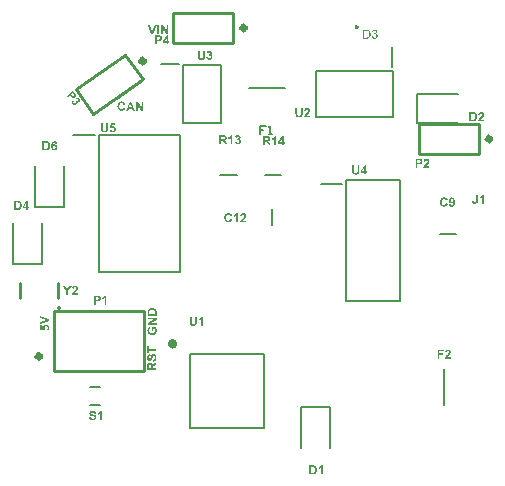
<source format=gto>
G04*
G04 #@! TF.GenerationSoftware,Altium Limited,Altium Designer,18.1.9 (240)*
G04*
G04 Layer_Color=65535*
%FSLAX25Y25*%
%MOIN*%
G70*
G01*
G75*
%ADD10C,0.01000*%
%ADD11C,0.01968*%
%ADD12C,0.01575*%
%ADD13C,0.00787*%
%ADD14C,0.00591*%
G36*
X36949Y78223D02*
X36972D01*
X36998Y78221D01*
X37026Y78218D01*
X37057Y78213D01*
X37127Y78200D01*
X37204Y78179D01*
X37284Y78154D01*
X37361Y78117D01*
X37364D01*
X37372Y78112D01*
X37382Y78107D01*
X37395Y78099D01*
X37413Y78087D01*
X37434Y78074D01*
X37480Y78043D01*
X37532Y78001D01*
X37586Y77950D01*
X37635Y77893D01*
X37681Y77828D01*
X37684Y77826D01*
X37686Y77821D01*
X37692Y77810D01*
X37699Y77798D01*
X37707Y77779D01*
X37718Y77761D01*
X37728Y77738D01*
X37738Y77712D01*
X37756Y77656D01*
X37774Y77588D01*
X37787Y77516D01*
X37792Y77480D01*
Y77441D01*
Y77439D01*
Y77434D01*
Y77423D01*
X37790Y77408D01*
Y77392D01*
X37787Y77372D01*
X37779Y77323D01*
X37767Y77269D01*
X37748Y77209D01*
X37723Y77147D01*
X37686Y77085D01*
Y77083D01*
X37681Y77078D01*
X37676Y77070D01*
X37666Y77060D01*
X37643Y77029D01*
X37609Y76992D01*
X37563Y76954D01*
X37511Y76910D01*
X37447Y76869D01*
X37374Y76830D01*
X37377D01*
X37387Y76827D01*
X37400Y76822D01*
X37418Y76817D01*
X37441Y76809D01*
X37467Y76799D01*
X37496Y76789D01*
X37527Y76776D01*
X37594Y76740D01*
X37627Y76719D01*
X37663Y76696D01*
X37697Y76670D01*
X37730Y76642D01*
X37761Y76611D01*
X37790Y76575D01*
X37792Y76572D01*
X37797Y76567D01*
X37803Y76554D01*
X37813Y76541D01*
X37823Y76520D01*
X37836Y76497D01*
X37852Y76471D01*
X37865Y76440D01*
X37877Y76407D01*
X37893Y76371D01*
X37906Y76329D01*
X37916Y76288D01*
X37926Y76242D01*
X37934Y76193D01*
X37937Y76141D01*
X37939Y76087D01*
Y76082D01*
Y76069D01*
X37937Y76048D01*
X37934Y76020D01*
X37932Y75986D01*
X37924Y75948D01*
X37916Y75904D01*
X37903Y75855D01*
X37888Y75803D01*
X37870Y75752D01*
X37846Y75695D01*
X37818Y75638D01*
X37784Y75581D01*
X37746Y75527D01*
X37702Y75470D01*
X37650Y75419D01*
X37648Y75416D01*
X37637Y75406D01*
X37622Y75393D01*
X37599Y75375D01*
X37570Y75354D01*
X37537Y75331D01*
X37496Y75308D01*
X37452Y75282D01*
X37400Y75256D01*
X37346Y75233D01*
X37287Y75210D01*
X37222Y75189D01*
X37152Y75171D01*
X37080Y75158D01*
X37003Y75148D01*
X36923Y75145D01*
X36905D01*
X36884Y75148D01*
X36856D01*
X36822Y75153D01*
X36783Y75158D01*
X36740Y75166D01*
X36691Y75174D01*
X36642Y75187D01*
X36587Y75202D01*
X36533Y75223D01*
X36476Y75243D01*
X36422Y75272D01*
X36366Y75303D01*
X36314Y75339D01*
X36262Y75380D01*
X36260Y75383D01*
X36252Y75390D01*
X36239Y75403D01*
X36221Y75424D01*
X36200Y75447D01*
X36177Y75476D01*
X36154Y75509D01*
X36128Y75545D01*
X36102Y75589D01*
X36077Y75635D01*
X36051Y75684D01*
X36028Y75739D01*
X36007Y75798D01*
X35989Y75860D01*
X35976Y75924D01*
X35966Y75994D01*
X36337Y76043D01*
Y76041D01*
X36340Y76030D01*
X36345Y76012D01*
X36350Y75991D01*
X36355Y75966D01*
X36366Y75937D01*
X36376Y75904D01*
X36386Y75868D01*
X36417Y75793D01*
X36453Y75718D01*
X36474Y75682D01*
X36500Y75648D01*
X36523Y75617D01*
X36551Y75589D01*
X36554Y75586D01*
X36559Y75584D01*
X36567Y75576D01*
X36580Y75568D01*
X36593Y75558D01*
X36611Y75545D01*
X36631Y75532D01*
X36654Y75522D01*
X36680Y75509D01*
X36709Y75496D01*
X36773Y75473D01*
X36845Y75457D01*
X36884Y75455D01*
X36925Y75452D01*
X36951D01*
X36969Y75455D01*
X36992Y75457D01*
X37018Y75463D01*
X37047Y75468D01*
X37080Y75476D01*
X37114Y75483D01*
X37150Y75496D01*
X37186Y75512D01*
X37222Y75530D01*
X37261Y75550D01*
X37297Y75573D01*
X37333Y75602D01*
X37367Y75633D01*
X37369Y75635D01*
X37374Y75641D01*
X37382Y75651D01*
X37395Y75666D01*
X37408Y75682D01*
X37423Y75705D01*
X37441Y75728D01*
X37457Y75757D01*
X37475Y75788D01*
X37490Y75821D01*
X37506Y75857D01*
X37519Y75899D01*
X37532Y75940D01*
X37539Y75984D01*
X37545Y76030D01*
X37547Y76079D01*
Y76082D01*
Y76090D01*
Y76105D01*
X37545Y76123D01*
X37542Y76144D01*
X37539Y76170D01*
X37534Y76198D01*
X37527Y76229D01*
X37506Y76293D01*
X37493Y76329D01*
X37477Y76366D01*
X37457Y76399D01*
X37434Y76435D01*
X37408Y76469D01*
X37380Y76500D01*
X37377Y76502D01*
X37372Y76508D01*
X37361Y76515D01*
X37348Y76525D01*
X37333Y76538D01*
X37315Y76551D01*
X37292Y76567D01*
X37266Y76582D01*
X37235Y76598D01*
X37204Y76613D01*
X37168Y76626D01*
X37132Y76639D01*
X37091Y76649D01*
X37049Y76657D01*
X37003Y76662D01*
X36956Y76665D01*
X36938D01*
X36915Y76662D01*
X36884Y76660D01*
X36845Y76654D01*
X36801Y76649D01*
X36753Y76639D01*
X36696Y76626D01*
X36737Y76951D01*
X36742D01*
X36758Y76949D01*
X36778Y76946D01*
X36820D01*
X36835Y76949D01*
X36856D01*
X36882Y76954D01*
X36907Y76956D01*
X36938Y76962D01*
X37003Y76977D01*
X37075Y76998D01*
X37147Y77029D01*
X37183Y77049D01*
X37220Y77070D01*
X37222Y77073D01*
X37227Y77075D01*
X37238Y77083D01*
X37251Y77093D01*
X37263Y77106D01*
X37279Y77122D01*
X37297Y77142D01*
X37315Y77163D01*
X37333Y77189D01*
X37351Y77217D01*
X37367Y77248D01*
X37380Y77281D01*
X37392Y77320D01*
X37403Y77359D01*
X37408Y77403D01*
X37410Y77449D01*
Y77452D01*
Y77460D01*
Y77470D01*
X37408Y77483D01*
X37405Y77501D01*
X37403Y77521D01*
X37392Y77568D01*
X37377Y77622D01*
X37351Y77679D01*
X37336Y77707D01*
X37317Y77733D01*
X37297Y77761D01*
X37271Y77787D01*
X37268Y77790D01*
X37266Y77792D01*
X37258Y77800D01*
X37245Y77808D01*
X37232Y77818D01*
X37217Y77828D01*
X37196Y77841D01*
X37176Y77854D01*
X37124Y77880D01*
X37062Y77901D01*
X36992Y77916D01*
X36956Y77919D01*
X36915Y77921D01*
X36894D01*
X36879Y77919D01*
X36861Y77916D01*
X36840Y77914D01*
X36791Y77903D01*
X36735Y77888D01*
X36673Y77865D01*
X36644Y77849D01*
X36613Y77831D01*
X36585Y77808D01*
X36557Y77785D01*
X36554Y77782D01*
X36551Y77779D01*
X36544Y77769D01*
X36533Y77759D01*
X36523Y77746D01*
X36510Y77728D01*
X36494Y77707D01*
X36479Y77681D01*
X36464Y77656D01*
X36448Y77625D01*
X36433Y77591D01*
X36417Y77555D01*
X36404Y77516D01*
X36391Y77472D01*
X36381Y77426D01*
X36373Y77377D01*
X36002Y77444D01*
Y77449D01*
X36004Y77460D01*
X36009Y77480D01*
X36017Y77506D01*
X36025Y77537D01*
X36035Y77573D01*
X36048Y77612D01*
X36066Y77656D01*
X36084Y77702D01*
X36108Y77749D01*
X36131Y77795D01*
X36159Y77844D01*
X36193Y77890D01*
X36226Y77937D01*
X36265Y77981D01*
X36309Y78019D01*
X36311Y78022D01*
X36319Y78027D01*
X36335Y78037D01*
X36353Y78053D01*
X36376Y78068D01*
X36404Y78084D01*
X36435Y78105D01*
X36474Y78123D01*
X36515Y78141D01*
X36562Y78161D01*
X36611Y78177D01*
X36662Y78195D01*
X36719Y78208D01*
X36778Y78218D01*
X36843Y78223D01*
X36907Y78226D01*
X36931D01*
X36949Y78223D01*
D02*
G37*
G36*
X34229Y78210D02*
X34265D01*
X34307Y78208D01*
X34394Y78202D01*
X34482Y78195D01*
X34567Y78184D01*
X34609Y78177D01*
X34645Y78169D01*
X34647D01*
X34655Y78166D01*
X34670Y78164D01*
X34688Y78156D01*
X34709Y78151D01*
X34735Y78143D01*
X34766Y78133D01*
X34797Y78120D01*
X34867Y78089D01*
X34939Y78053D01*
X35014Y78007D01*
X35086Y77952D01*
X35088Y77950D01*
X35096Y77942D01*
X35109Y77932D01*
X35124Y77916D01*
X35145Y77895D01*
X35168Y77872D01*
X35194Y77844D01*
X35220Y77813D01*
X35248Y77777D01*
X35279Y77738D01*
X35308Y77694D01*
X35339Y77650D01*
X35367Y77601D01*
X35395Y77550D01*
X35421Y77493D01*
X35445Y77436D01*
X35447Y77434D01*
X35450Y77423D01*
X35455Y77405D01*
X35462Y77382D01*
X35473Y77351D01*
X35483Y77315D01*
X35493Y77276D01*
X35504Y77230D01*
X35514Y77178D01*
X35524Y77124D01*
X35535Y77065D01*
X35545Y77003D01*
X35553Y76936D01*
X35558Y76866D01*
X35563Y76794D01*
Y76719D01*
Y76717D01*
Y76704D01*
Y76686D01*
Y76662D01*
X35561Y76631D01*
X35558Y76598D01*
X35555Y76556D01*
X35553Y76515D01*
X35548Y76469D01*
X35543Y76420D01*
X35530Y76317D01*
X35509Y76213D01*
X35481Y76110D01*
Y76108D01*
X35478Y76097D01*
X35473Y76084D01*
X35465Y76066D01*
X35457Y76043D01*
X35450Y76017D01*
X35437Y75989D01*
X35424Y75955D01*
X35395Y75886D01*
X35359Y75814D01*
X35321Y75741D01*
X35274Y75672D01*
X35272Y75669D01*
X35269Y75664D01*
X35261Y75656D01*
X35254Y75643D01*
X35241Y75628D01*
X35228Y75612D01*
X35194Y75573D01*
X35153Y75530D01*
X35107Y75483D01*
X35055Y75439D01*
X35001Y75398D01*
X34998D01*
X34993Y75393D01*
X34985Y75388D01*
X34975Y75383D01*
X34959Y75372D01*
X34944Y75365D01*
X34923Y75352D01*
X34900Y75341D01*
X34848Y75315D01*
X34787Y75292D01*
X34719Y75266D01*
X34642Y75246D01*
X34639D01*
X34632Y75243D01*
X34621Y75241D01*
X34606Y75238D01*
X34585Y75236D01*
X34560Y75230D01*
X34534Y75225D01*
X34503Y75223D01*
X34469Y75217D01*
X34431Y75212D01*
X34392Y75207D01*
X34348Y75205D01*
X34258Y75199D01*
X34157Y75197D01*
X33071D01*
Y78213D01*
X34196D01*
X34229Y78210D01*
D02*
G37*
G36*
X-47356Y54246D02*
X-47317Y54244D01*
X-47271Y54238D01*
X-47217Y54231D01*
X-47155Y54220D01*
X-47090Y54207D01*
X-47021Y54189D01*
X-46946Y54169D01*
X-46871Y54143D01*
X-46796Y54109D01*
X-46721Y54073D01*
X-46646Y54029D01*
X-46577Y53978D01*
X-46510Y53921D01*
X-46507Y53918D01*
X-46499Y53913D01*
X-46489Y53900D01*
X-46476Y53885D01*
X-46458Y53864D01*
X-46440Y53841D01*
X-46417Y53813D01*
X-46394Y53779D01*
X-46368Y53743D01*
X-46345Y53702D01*
X-46319Y53655D01*
X-46293Y53606D01*
X-46267Y53552D01*
X-46244Y53493D01*
X-46221Y53433D01*
X-46200Y53366D01*
X-46804Y53222D01*
Y53224D01*
X-46806Y53232D01*
X-46809Y53245D01*
X-46814Y53261D01*
X-46822Y53281D01*
X-46830Y53302D01*
X-46853Y53356D01*
X-46881Y53413D01*
X-46923Y53475D01*
X-46969Y53537D01*
X-46997Y53565D01*
X-47028Y53591D01*
X-47031Y53593D01*
X-47036Y53596D01*
X-47046Y53604D01*
X-47059Y53611D01*
X-47075Y53622D01*
X-47096Y53635D01*
X-47119Y53648D01*
X-47144Y53661D01*
X-47173Y53671D01*
X-47204Y53684D01*
X-47273Y53707D01*
X-47354Y53722D01*
X-47397Y53725D01*
X-47441Y53728D01*
X-47457D01*
X-47472Y53725D01*
X-47498D01*
X-47526Y53720D01*
X-47557Y53715D01*
X-47596Y53707D01*
X-47635Y53697D01*
X-47679Y53684D01*
X-47722Y53668D01*
X-47766Y53648D01*
X-47813Y53624D01*
X-47857Y53599D01*
X-47903Y53565D01*
X-47944Y53529D01*
X-47986Y53485D01*
X-47988Y53483D01*
X-47993Y53475D01*
X-48004Y53459D01*
X-48017Y53439D01*
X-48035Y53413D01*
X-48050Y53382D01*
X-48071Y53343D01*
X-48089Y53297D01*
X-48107Y53248D01*
X-48127Y53188D01*
X-48143Y53126D01*
X-48158Y53054D01*
X-48174Y52979D01*
X-48184Y52894D01*
X-48189Y52804D01*
X-48192Y52706D01*
Y52703D01*
Y52701D01*
Y52690D01*
Y52680D01*
Y52667D01*
X-48189Y52652D01*
Y52613D01*
X-48187Y52567D01*
X-48182Y52512D01*
X-48174Y52453D01*
X-48166Y52391D01*
X-48156Y52324D01*
X-48143Y52257D01*
X-48125Y52190D01*
X-48107Y52123D01*
X-48084Y52058D01*
X-48055Y51999D01*
X-48024Y51942D01*
X-47988Y51893D01*
X-47986Y51891D01*
X-47978Y51883D01*
X-47967Y51870D01*
X-47949Y51854D01*
X-47931Y51836D01*
X-47906Y51816D01*
X-47877Y51795D01*
X-47844Y51772D01*
X-47807Y51749D01*
X-47766Y51728D01*
X-47722Y51707D01*
X-47676Y51689D01*
X-47624Y51674D01*
X-47570Y51661D01*
X-47513Y51653D01*
X-47454Y51651D01*
X-47431D01*
X-47413Y51653D01*
X-47392Y51656D01*
X-47366Y51658D01*
X-47341Y51664D01*
X-47310Y51671D01*
X-47245Y51689D01*
X-47209Y51702D01*
X-47175Y51715D01*
X-47139Y51733D01*
X-47103Y51754D01*
X-47070Y51777D01*
X-47036Y51806D01*
X-47034Y51808D01*
X-47028Y51813D01*
X-47018Y51821D01*
X-47008Y51834D01*
X-46992Y51852D01*
X-46977Y51872D01*
X-46959Y51896D01*
X-46938Y51924D01*
X-46917Y51958D01*
X-46897Y51994D01*
X-46876Y52033D01*
X-46856Y52076D01*
X-46835Y52125D01*
X-46817Y52177D01*
X-46799Y52234D01*
X-46783Y52293D01*
X-46192Y52105D01*
Y52102D01*
X-46195Y52100D01*
Y52092D01*
X-46198Y52084D01*
X-46208Y52058D01*
X-46218Y52025D01*
X-46234Y51983D01*
X-46252Y51934D01*
X-46275Y51883D01*
X-46301Y51826D01*
X-46329Y51769D01*
X-46363Y51707D01*
X-46401Y51645D01*
X-46443Y51586D01*
X-46487Y51527D01*
X-46536Y51470D01*
X-46590Y51419D01*
X-46646Y51369D01*
X-46649Y51367D01*
X-46662Y51359D01*
X-46678Y51346D01*
X-46703Y51333D01*
X-46734Y51313D01*
X-46770Y51295D01*
X-46814Y51271D01*
X-46863Y51251D01*
X-46920Y51227D01*
X-46979Y51204D01*
X-47046Y51186D01*
X-47116Y51168D01*
X-47194Y51153D01*
X-47273Y51140D01*
X-47359Y51132D01*
X-47446Y51130D01*
X-47472D01*
X-47488Y51132D01*
X-47503D01*
X-47524Y51135D01*
X-47547Y51137D01*
X-47599Y51142D01*
X-47658Y51150D01*
X-47722Y51163D01*
X-47795Y51181D01*
X-47872Y51202D01*
X-47952Y51230D01*
X-48035Y51264D01*
X-48117Y51302D01*
X-48200Y51349D01*
X-48280Y51406D01*
X-48360Y51468D01*
X-48434Y51540D01*
X-48440Y51545D01*
X-48450Y51558D01*
X-48471Y51584D01*
X-48494Y51614D01*
X-48525Y51656D01*
X-48556Y51707D01*
X-48592Y51767D01*
X-48625Y51834D01*
X-48662Y51909D01*
X-48698Y51994D01*
X-48729Y52087D01*
X-48760Y52187D01*
X-48783Y52293D01*
X-48803Y52409D01*
X-48814Y52533D01*
X-48819Y52662D01*
Y52665D01*
Y52670D01*
Y52680D01*
Y52696D01*
X-48816Y52714D01*
Y52734D01*
X-48814Y52760D01*
Y52786D01*
X-48811Y52817D01*
X-48806Y52850D01*
X-48798Y52923D01*
X-48785Y53003D01*
X-48770Y53090D01*
X-48749Y53183D01*
X-48723Y53279D01*
X-48693Y53377D01*
X-48656Y53472D01*
X-48612Y53568D01*
X-48558Y53661D01*
X-48499Y53748D01*
X-48432Y53831D01*
X-48427Y53836D01*
X-48414Y53849D01*
X-48391Y53869D01*
X-48362Y53895D01*
X-48321Y53929D01*
X-48274Y53962D01*
X-48220Y54001D01*
X-48158Y54040D01*
X-48089Y54078D01*
X-48011Y54117D01*
X-47926Y54151D01*
X-47836Y54184D01*
X-47738Y54210D01*
X-47635Y54231D01*
X-47526Y54244D01*
X-47410Y54249D01*
X-47372D01*
X-47356Y54246D01*
D02*
G37*
G36*
X-40230Y51181D02*
X-40839D01*
X-42062Y53160D01*
Y51181D01*
X-42624D01*
Y54197D01*
X-42036D01*
X-40793Y52169D01*
Y54197D01*
X-40230D01*
Y51181D01*
D02*
G37*
G36*
X-42952D02*
X-43615D01*
X-43878Y51867D01*
X-45081D01*
X-45331Y51181D01*
X-45976D01*
X-44804Y54197D01*
X-44157D01*
X-42952Y51181D01*
D02*
G37*
G36*
X-31898Y76772D02*
X-32507D01*
X-33730Y78750D01*
Y76772D01*
X-34292D01*
Y79788D01*
X-33704D01*
X-32460Y77760D01*
Y79788D01*
X-31898D01*
Y76772D01*
D02*
G37*
G36*
X-36852D02*
X-37507D01*
X-38583Y79788D01*
X-37925D01*
X-37161Y77556D01*
X-36423Y79788D01*
X-35776D01*
X-36852Y76772D01*
D02*
G37*
G36*
X-34875D02*
X-35484D01*
Y79788D01*
X-34875D01*
Y76772D01*
D02*
G37*
G36*
X-71579Y-18260D02*
Y-18915D01*
X-74595Y-19991D01*
Y-19333D01*
X-72363Y-18570D01*
X-74595Y-17832D01*
Y-17184D01*
X-71579Y-18260D01*
D02*
G37*
G36*
X-72554Y-20120D02*
X-72528D01*
X-72495Y-20125D01*
X-72456Y-20128D01*
X-72414Y-20136D01*
X-72368Y-20144D01*
X-72316Y-20156D01*
X-72265Y-20169D01*
X-72208Y-20187D01*
X-72151Y-20208D01*
X-72095Y-20234D01*
X-72038Y-20262D01*
X-71981Y-20296D01*
X-71924Y-20335D01*
X-71919Y-20337D01*
X-71906Y-20347D01*
X-71888Y-20366D01*
X-71862Y-20389D01*
X-71832Y-20420D01*
X-71798Y-20456D01*
X-71762Y-20497D01*
X-71726Y-20546D01*
X-71690Y-20603D01*
X-71653Y-20662D01*
X-71620Y-20729D01*
X-71589Y-20804D01*
X-71563Y-20881D01*
X-71545Y-20967D01*
X-71532Y-21057D01*
X-71527Y-21152D01*
Y-21170D01*
X-71530Y-21194D01*
Y-21222D01*
X-71535Y-21256D01*
X-71540Y-21297D01*
X-71545Y-21343D01*
X-71555Y-21392D01*
X-71566Y-21447D01*
X-71581Y-21501D01*
X-71599Y-21557D01*
X-71620Y-21614D01*
X-71646Y-21671D01*
X-71677Y-21728D01*
X-71710Y-21782D01*
X-71749Y-21834D01*
X-71751Y-21836D01*
X-71759Y-21844D01*
X-71772Y-21859D01*
X-71790Y-21875D01*
X-71813Y-21895D01*
X-71839Y-21919D01*
X-71873Y-21944D01*
X-71909Y-21970D01*
X-71950Y-21999D01*
X-71994Y-22024D01*
X-72043Y-22050D01*
X-72097Y-22076D01*
X-72154Y-22099D01*
X-72216Y-22117D01*
X-72280Y-22133D01*
X-72350Y-22146D01*
X-72412Y-21570D01*
X-72409D01*
X-72404Y-21568D01*
X-72394D01*
X-72378Y-21565D01*
X-72363Y-21560D01*
X-72345Y-21557D01*
X-72301Y-21544D01*
X-72249Y-21524D01*
X-72198Y-21501D01*
X-72149Y-21467D01*
X-72102Y-21426D01*
Y-21423D01*
X-72097Y-21421D01*
X-72092Y-21413D01*
X-72084Y-21405D01*
X-72066Y-21379D01*
X-72046Y-21346D01*
X-72025Y-21305D01*
X-72007Y-21256D01*
X-71994Y-21201D01*
X-71991Y-21173D01*
X-71989Y-21145D01*
Y-21127D01*
X-71991Y-21114D01*
X-71994Y-21098D01*
X-71997Y-21080D01*
X-72007Y-21039D01*
X-72025Y-20990D01*
X-72038Y-20964D01*
X-72051Y-20938D01*
X-72069Y-20912D01*
X-72087Y-20887D01*
X-72110Y-20861D01*
X-72136Y-20838D01*
X-72139Y-20835D01*
X-72144Y-20832D01*
X-72151Y-20825D01*
X-72164Y-20817D01*
X-72180Y-20809D01*
X-72198Y-20796D01*
X-72221Y-20786D01*
X-72247Y-20773D01*
X-72275Y-20763D01*
X-72309Y-20750D01*
X-72345Y-20740D01*
X-72386Y-20732D01*
X-72427Y-20721D01*
X-72477Y-20716D01*
X-72526Y-20714D01*
X-72580Y-20711D01*
X-72582D01*
X-72593D01*
X-72606D01*
X-72626Y-20714D01*
X-72649D01*
X-72675Y-20719D01*
X-72703Y-20721D01*
X-72737Y-20727D01*
X-72804Y-20742D01*
X-72874Y-20765D01*
X-72907Y-20778D01*
X-72941Y-20796D01*
X-72969Y-20814D01*
X-72998Y-20838D01*
X-73000Y-20840D01*
X-73003Y-20843D01*
X-73010Y-20851D01*
X-73018Y-20861D01*
X-73031Y-20871D01*
X-73041Y-20887D01*
X-73067Y-20925D01*
X-73093Y-20972D01*
X-73116Y-21026D01*
X-73132Y-21090D01*
X-73134Y-21127D01*
X-73137Y-21163D01*
Y-21173D01*
X-73134Y-21186D01*
Y-21204D01*
X-73129Y-21227D01*
X-73127Y-21250D01*
X-73119Y-21279D01*
X-73109Y-21312D01*
X-73098Y-21346D01*
X-73083Y-21379D01*
X-73065Y-21418D01*
X-73044Y-21454D01*
X-73018Y-21493D01*
X-72990Y-21532D01*
X-72956Y-21570D01*
X-72918Y-21609D01*
X-72985Y-22076D01*
X-74556Y-21779D01*
Y-20252D01*
X-74014D01*
Y-21343D01*
X-73501Y-21434D01*
Y-21431D01*
X-73506Y-21426D01*
X-73511Y-21416D01*
X-73516Y-21400D01*
X-73524Y-21382D01*
X-73532Y-21361D01*
X-73539Y-21338D01*
X-73550Y-21312D01*
X-73568Y-21253D01*
X-73583Y-21186D01*
X-73594Y-21114D01*
X-73599Y-21039D01*
Y-21021D01*
X-73596Y-21003D01*
X-73594Y-20974D01*
X-73591Y-20941D01*
X-73583Y-20902D01*
X-73576Y-20861D01*
X-73563Y-20812D01*
X-73550Y-20763D01*
X-73529Y-20711D01*
X-73509Y-20657D01*
X-73480Y-20600D01*
X-73449Y-20546D01*
X-73410Y-20492D01*
X-73367Y-20438D01*
X-73318Y-20386D01*
X-73315Y-20383D01*
X-73305Y-20373D01*
X-73289Y-20360D01*
X-73266Y-20345D01*
X-73238Y-20324D01*
X-73204Y-20301D01*
X-73165Y-20278D01*
X-73122Y-20252D01*
X-73072Y-20226D01*
X-73016Y-20203D01*
X-72956Y-20180D01*
X-72892Y-20159D01*
X-72822Y-20144D01*
X-72750Y-20128D01*
X-72673Y-20120D01*
X-72590Y-20118D01*
X-72585D01*
X-72575D01*
X-72554Y-20120D01*
D02*
G37*
G36*
X-37168Y-14675D02*
X-37135D01*
X-37099Y-14677D01*
X-37057Y-14680D01*
X-37011Y-14682D01*
X-36962Y-14687D01*
X-36910Y-14695D01*
X-36802Y-14711D01*
X-36694Y-14734D01*
X-36588Y-14765D01*
X-36585D01*
X-36572Y-14770D01*
X-36557Y-14778D01*
X-36534Y-14785D01*
X-36505Y-14798D01*
X-36472Y-14811D01*
X-36436Y-14829D01*
X-36397Y-14848D01*
X-36312Y-14894D01*
X-36224Y-14951D01*
X-36136Y-15015D01*
X-36095Y-15051D01*
X-36056Y-15090D01*
X-36054Y-15093D01*
X-36049Y-15098D01*
X-36041Y-15105D01*
X-36031Y-15118D01*
X-36018Y-15134D01*
X-36002Y-15155D01*
X-35987Y-15175D01*
X-35969Y-15201D01*
X-35948Y-15232D01*
X-35930Y-15263D01*
X-35909Y-15299D01*
X-35889Y-15335D01*
X-35868Y-15376D01*
X-35850Y-15420D01*
X-35832Y-15467D01*
X-35814Y-15516D01*
Y-15518D01*
X-35811Y-15526D01*
X-35809Y-15536D01*
X-35803Y-15552D01*
X-35798Y-15572D01*
X-35793Y-15598D01*
X-35788Y-15627D01*
X-35783Y-15660D01*
X-35778Y-15696D01*
X-35772Y-15738D01*
X-35767Y-15781D01*
X-35762Y-15828D01*
X-35757Y-15879D01*
X-35754Y-15936D01*
X-35752Y-15993D01*
Y-17200D01*
X-38768D01*
Y-16026D01*
X-38765Y-15996D01*
Y-15959D01*
X-38763Y-15918D01*
X-38760Y-15874D01*
X-38752Y-15784D01*
X-38742Y-15688D01*
X-38737Y-15642D01*
X-38729Y-15596D01*
X-38719Y-15554D01*
X-38708Y-15516D01*
Y-15513D01*
X-38706Y-15503D01*
X-38701Y-15490D01*
X-38693Y-15472D01*
X-38685Y-15449D01*
X-38672Y-15423D01*
X-38660Y-15392D01*
X-38644Y-15358D01*
X-38605Y-15289D01*
X-38585Y-15250D01*
X-38559Y-15211D01*
X-38530Y-15172D01*
X-38500Y-15134D01*
X-38466Y-15098D01*
X-38430Y-15062D01*
X-38427Y-15059D01*
X-38422Y-15054D01*
X-38409Y-15044D01*
X-38394Y-15031D01*
X-38376Y-15015D01*
X-38353Y-14997D01*
X-38324Y-14976D01*
X-38296Y-14953D01*
X-38260Y-14930D01*
X-38223Y-14907D01*
X-38182Y-14884D01*
X-38141Y-14858D01*
X-38094Y-14835D01*
X-38045Y-14814D01*
X-37942Y-14773D01*
X-37940D01*
X-37929Y-14767D01*
X-37914Y-14762D01*
X-37891Y-14757D01*
X-37862Y-14749D01*
X-37829Y-14742D01*
X-37790Y-14731D01*
X-37746Y-14721D01*
X-37695Y-14713D01*
X-37640Y-14703D01*
X-37584Y-14695D01*
X-37519Y-14687D01*
X-37452Y-14682D01*
X-37382Y-14677D01*
X-37308Y-14672D01*
X-37230D01*
X-37225D01*
X-37215D01*
X-37194D01*
X-37168Y-14675D01*
D02*
G37*
G36*
X-35752Y-18452D02*
X-37731Y-19675D01*
X-35752D01*
Y-20237D01*
X-38768D01*
Y-19649D01*
X-36740Y-18405D01*
X-38768D01*
Y-17843D01*
X-35752D01*
Y-18452D01*
D02*
G37*
G36*
X-36165Y-20805D02*
X-36160Y-20810D01*
X-36149Y-20823D01*
X-36136Y-20838D01*
X-36121Y-20859D01*
X-36100Y-20882D01*
X-36079Y-20910D01*
X-36056Y-20944D01*
X-36033Y-20983D01*
X-36005Y-21024D01*
X-35979Y-21068D01*
X-35950Y-21119D01*
X-35922Y-21174D01*
X-35894Y-21230D01*
X-35868Y-21292D01*
X-35840Y-21359D01*
X-35837Y-21364D01*
X-35834Y-21375D01*
X-35827Y-21396D01*
X-35819Y-21421D01*
X-35809Y-21455D01*
X-35796Y-21494D01*
X-35783Y-21537D01*
X-35770Y-21586D01*
X-35757Y-21641D01*
X-35744Y-21697D01*
X-35734Y-21757D01*
X-35721Y-21821D01*
X-35705Y-21953D01*
X-35703Y-22022D01*
X-35700Y-22092D01*
Y-22113D01*
X-35703Y-22139D01*
Y-22172D01*
X-35705Y-22213D01*
X-35711Y-22260D01*
X-35716Y-22314D01*
X-35726Y-22373D01*
X-35736Y-22435D01*
X-35749Y-22502D01*
X-35765Y-22569D01*
X-35783Y-22642D01*
X-35806Y-22711D01*
X-35832Y-22781D01*
X-35863Y-22851D01*
X-35896Y-22918D01*
X-35899Y-22923D01*
X-35907Y-22933D01*
X-35917Y-22951D01*
X-35932Y-22975D01*
X-35953Y-23005D01*
X-35979Y-23039D01*
X-36007Y-23075D01*
X-36041Y-23116D01*
X-36079Y-23158D01*
X-36123Y-23201D01*
X-36170Y-23245D01*
X-36219Y-23289D01*
X-36276Y-23331D01*
X-36335Y-23372D01*
X-36397Y-23411D01*
X-36464Y-23447D01*
X-36469Y-23449D01*
X-36482Y-23454D01*
X-36500Y-23462D01*
X-36528Y-23475D01*
X-36565Y-23488D01*
X-36603Y-23501D01*
X-36652Y-23519D01*
X-36704Y-23534D01*
X-36761Y-23550D01*
X-36823Y-23565D01*
X-36890Y-23581D01*
X-36959Y-23594D01*
X-37034Y-23607D01*
X-37109Y-23614D01*
X-37189Y-23619D01*
X-37269Y-23622D01*
X-37271D01*
X-37274D01*
X-37290D01*
X-37315Y-23619D01*
X-37349D01*
X-37390Y-23617D01*
X-37437Y-23612D01*
X-37491Y-23607D01*
X-37550Y-23596D01*
X-37615Y-23586D01*
X-37682Y-23573D01*
X-37751Y-23558D01*
X-37821Y-23539D01*
X-37893Y-23516D01*
X-37966Y-23491D01*
X-38038Y-23460D01*
X-38107Y-23426D01*
X-38113Y-23423D01*
X-38123Y-23416D01*
X-38144Y-23405D01*
X-38167Y-23390D01*
X-38198Y-23369D01*
X-38234Y-23343D01*
X-38273Y-23312D01*
X-38314Y-23279D01*
X-38360Y-23240D01*
X-38404Y-23196D01*
X-38451Y-23150D01*
X-38497Y-23098D01*
X-38543Y-23042D01*
X-38587Y-22982D01*
X-38629Y-22918D01*
X-38667Y-22848D01*
X-38670Y-22846D01*
X-38675Y-22835D01*
X-38680Y-22817D01*
X-38691Y-22796D01*
X-38703Y-22768D01*
X-38716Y-22732D01*
X-38729Y-22693D01*
X-38745Y-22649D01*
X-38758Y-22598D01*
X-38770Y-22544D01*
X-38783Y-22484D01*
X-38796Y-22420D01*
X-38807Y-22353D01*
X-38812Y-22280D01*
X-38817Y-22206D01*
X-38820Y-22126D01*
Y-22087D01*
X-38817Y-22072D01*
Y-22033D01*
X-38812Y-21986D01*
X-38807Y-21932D01*
X-38799Y-21870D01*
X-38791Y-21806D01*
X-38778Y-21736D01*
X-38763Y-21664D01*
X-38742Y-21592D01*
X-38719Y-21519D01*
X-38693Y-21447D01*
X-38660Y-21377D01*
X-38623Y-21310D01*
X-38582Y-21248D01*
X-38579Y-21246D01*
X-38572Y-21236D01*
X-38559Y-21217D01*
X-38538Y-21197D01*
X-38515Y-21174D01*
X-38487Y-21143D01*
X-38453Y-21112D01*
X-38412Y-21078D01*
X-38368Y-21045D01*
X-38322Y-21011D01*
X-38267Y-20978D01*
X-38208Y-20944D01*
X-38146Y-20913D01*
X-38079Y-20885D01*
X-38007Y-20861D01*
X-37932Y-20841D01*
X-37818Y-21444D01*
X-37821D01*
X-37829Y-21447D01*
X-37839Y-21452D01*
X-37855Y-21457D01*
X-37875Y-21465D01*
X-37896Y-21475D01*
X-37945Y-21499D01*
X-38002Y-21532D01*
X-38061Y-21574D01*
X-38118Y-21625D01*
X-38144Y-21656D01*
X-38169Y-21687D01*
X-38172Y-21690D01*
X-38175Y-21695D01*
X-38182Y-21705D01*
X-38190Y-21718D01*
X-38200Y-21736D01*
X-38211Y-21757D01*
X-38221Y-21780D01*
X-38234Y-21808D01*
X-38247Y-21837D01*
X-38257Y-21870D01*
X-38267Y-21906D01*
X-38278Y-21945D01*
X-38293Y-22030D01*
X-38296Y-22077D01*
X-38298Y-22126D01*
Y-22144D01*
X-38296Y-22164D01*
X-38293Y-22193D01*
X-38291Y-22226D01*
X-38285Y-22265D01*
X-38278Y-22309D01*
X-38267Y-22355D01*
X-38252Y-22404D01*
X-38236Y-22456D01*
X-38216Y-22510D01*
X-38190Y-22562D01*
X-38162Y-22613D01*
X-38128Y-22665D01*
X-38087Y-22714D01*
X-38043Y-22760D01*
X-38040Y-22763D01*
X-38030Y-22771D01*
X-38017Y-22781D01*
X-37996Y-22796D01*
X-37968Y-22815D01*
X-37937Y-22835D01*
X-37898Y-22856D01*
X-37855Y-22876D01*
X-37806Y-22900D01*
X-37749Y-22920D01*
X-37687Y-22941D01*
X-37620Y-22959D01*
X-37547Y-22975D01*
X-37470Y-22985D01*
X-37385Y-22993D01*
X-37295Y-22995D01*
X-37292D01*
X-37290D01*
X-37282D01*
X-37271D01*
X-37243Y-22993D01*
X-37207D01*
X-37163Y-22987D01*
X-37111Y-22982D01*
X-37055Y-22975D01*
X-36993Y-22964D01*
X-36928Y-22954D01*
X-36861Y-22938D01*
X-36794Y-22918D01*
X-36730Y-22895D01*
X-36663Y-22869D01*
X-36601Y-22835D01*
X-36544Y-22799D01*
X-36490Y-22758D01*
X-36487Y-22755D01*
X-36479Y-22747D01*
X-36464Y-22732D01*
X-36448Y-22714D01*
X-36428Y-22691D01*
X-36405Y-22662D01*
X-36381Y-22629D01*
X-36356Y-22590D01*
X-36330Y-22546D01*
X-36307Y-22500D01*
X-36283Y-22448D01*
X-36263Y-22391D01*
X-36247Y-22332D01*
X-36234Y-22267D01*
X-36224Y-22200D01*
X-36221Y-22131D01*
Y-22097D01*
X-36224Y-22082D01*
X-36227Y-22061D01*
Y-22038D01*
X-36232Y-22012D01*
X-36239Y-21953D01*
X-36252Y-21888D01*
X-36270Y-21821D01*
X-36294Y-21749D01*
Y-21746D01*
X-36296Y-21741D01*
X-36301Y-21731D01*
X-36307Y-21715D01*
X-36314Y-21700D01*
X-36322Y-21679D01*
X-36345Y-21635D01*
X-36371Y-21584D01*
X-36402Y-21527D01*
X-36438Y-21470D01*
X-36477Y-21416D01*
X-36859D01*
Y-22113D01*
X-37369D01*
Y-20802D01*
X-36167D01*
X-36165Y-20805D01*
D02*
G37*
G36*
X-38368Y-28196D02*
X-35863D01*
Y-28805D01*
X-38368D01*
Y-29700D01*
X-38879D01*
Y-27303D01*
X-38368D01*
Y-28196D01*
D02*
G37*
G36*
X-36694Y-30002D02*
X-36671Y-30004D01*
X-36645Y-30007D01*
X-36614Y-30012D01*
X-36580Y-30017D01*
X-36544Y-30025D01*
X-36505Y-30035D01*
X-36425Y-30061D01*
X-36382Y-30077D01*
X-36338Y-30095D01*
X-36296Y-30118D01*
X-36253Y-30144D01*
X-36250Y-30146D01*
X-36242Y-30151D01*
X-36232Y-30159D01*
X-36216Y-30169D01*
X-36196Y-30185D01*
X-36175Y-30203D01*
X-36152Y-30224D01*
X-36126Y-30250D01*
X-36098Y-30275D01*
X-36069Y-30306D01*
X-36041Y-30340D01*
X-36015Y-30376D01*
X-35987Y-30417D01*
X-35961Y-30458D01*
X-35938Y-30502D01*
X-35915Y-30551D01*
Y-30554D01*
X-35909Y-30564D01*
X-35904Y-30577D01*
X-35897Y-30598D01*
X-35889Y-30624D01*
X-35881Y-30654D01*
X-35871Y-30691D01*
X-35860Y-30732D01*
X-35850Y-30778D01*
X-35840Y-30827D01*
X-35832Y-30882D01*
X-35824Y-30938D01*
X-35816Y-31000D01*
X-35811Y-31065D01*
X-35809Y-31134D01*
X-35806Y-31207D01*
Y-31245D01*
X-35809Y-31261D01*
X-35811Y-31302D01*
X-35814Y-31348D01*
X-35819Y-31403D01*
X-35829Y-31465D01*
X-35840Y-31532D01*
X-35853Y-31601D01*
X-35871Y-31674D01*
X-35891Y-31746D01*
X-35917Y-31818D01*
X-35948Y-31890D01*
X-35982Y-31960D01*
X-36023Y-32027D01*
X-36069Y-32086D01*
X-36072Y-32089D01*
X-36082Y-32099D01*
X-36098Y-32115D01*
X-36118Y-32135D01*
X-36147Y-32159D01*
X-36180Y-32187D01*
X-36219Y-32215D01*
X-36266Y-32246D01*
X-36317Y-32277D01*
X-36374Y-32308D01*
X-36436Y-32339D01*
X-36505Y-32368D01*
X-36580Y-32393D01*
X-36663Y-32417D01*
X-36748Y-32437D01*
X-36841Y-32450D01*
X-36898Y-31857D01*
X-36895D01*
X-36885Y-31854D01*
X-36869Y-31852D01*
X-36849Y-31846D01*
X-36823Y-31839D01*
X-36794Y-31831D01*
X-36763Y-31823D01*
X-36730Y-31810D01*
X-36660Y-31782D01*
X-36585Y-31746D01*
X-36518Y-31699D01*
X-36487Y-31671D01*
X-36459Y-31643D01*
X-36456Y-31640D01*
X-36454Y-31635D01*
X-36446Y-31625D01*
X-36438Y-31612D01*
X-36428Y-31596D01*
X-36415Y-31576D01*
X-36402Y-31552D01*
X-36389Y-31527D01*
X-36376Y-31496D01*
X-36364Y-31462D01*
X-36353Y-31426D01*
X-36340Y-31387D01*
X-36332Y-31343D01*
X-36325Y-31299D01*
X-36322Y-31253D01*
X-36320Y-31201D01*
Y-31173D01*
X-36322Y-31152D01*
Y-31129D01*
X-36327Y-31101D01*
X-36330Y-31070D01*
X-36335Y-31036D01*
X-36351Y-30964D01*
X-36371Y-30889D01*
X-36402Y-30820D01*
X-36423Y-30786D01*
X-36443Y-30758D01*
X-36446Y-30755D01*
X-36449Y-30750D01*
X-36456Y-30745D01*
X-36467Y-30735D01*
X-36492Y-30711D01*
X-36526Y-30683D01*
X-36570Y-30654D01*
X-36619Y-30631D01*
X-36645Y-30621D01*
X-36676Y-30613D01*
X-36704Y-30611D01*
X-36735Y-30608D01*
X-36740D01*
X-36753D01*
X-36774Y-30611D01*
X-36797Y-30616D01*
X-36825Y-30624D01*
X-36856Y-30637D01*
X-36887Y-30652D01*
X-36916Y-30673D01*
X-36918Y-30675D01*
X-36928Y-30685D01*
X-36941Y-30701D01*
X-36959Y-30724D01*
X-36980Y-30753D01*
X-37003Y-30791D01*
X-37027Y-30838D01*
X-37047Y-30892D01*
X-37050Y-30897D01*
X-37052Y-30905D01*
X-37055Y-30915D01*
X-37058Y-30928D01*
X-37063Y-30946D01*
X-37070Y-30967D01*
X-37078Y-30992D01*
X-37086Y-31023D01*
X-37096Y-31057D01*
X-37106Y-31098D01*
X-37117Y-31142D01*
X-37132Y-31194D01*
X-37145Y-31248D01*
X-37161Y-31310D01*
X-37179Y-31380D01*
Y-31382D01*
X-37181Y-31385D01*
X-37184Y-31400D01*
X-37192Y-31426D01*
X-37202Y-31460D01*
X-37212Y-31498D01*
X-37228Y-31545D01*
X-37243Y-31594D01*
X-37264Y-31648D01*
X-37305Y-31761D01*
X-37357Y-31875D01*
X-37385Y-31929D01*
X-37416Y-31978D01*
X-37447Y-32024D01*
X-37478Y-32066D01*
X-37481Y-32068D01*
X-37488Y-32079D01*
X-37504Y-32092D01*
X-37522Y-32110D01*
X-37548Y-32130D01*
X-37576Y-32153D01*
X-37610Y-32177D01*
X-37648Y-32203D01*
X-37690Y-32228D01*
X-37736Y-32254D01*
X-37788Y-32277D01*
X-37842Y-32298D01*
X-37899Y-32316D01*
X-37958Y-32329D01*
X-38020Y-32339D01*
X-38087Y-32342D01*
X-38089D01*
X-38097D01*
X-38110D01*
X-38126Y-32339D01*
X-38146Y-32337D01*
X-38170Y-32334D01*
X-38198Y-32331D01*
X-38226Y-32326D01*
X-38293Y-32311D01*
X-38366Y-32288D01*
X-38404Y-32272D01*
X-38440Y-32254D01*
X-38479Y-32236D01*
X-38518Y-32213D01*
X-38520Y-32210D01*
X-38526Y-32208D01*
X-38536Y-32200D01*
X-38551Y-32190D01*
X-38567Y-32174D01*
X-38587Y-32159D01*
X-38608Y-32138D01*
X-38631Y-32117D01*
X-38657Y-32092D01*
X-38680Y-32063D01*
X-38706Y-32032D01*
X-38732Y-31999D01*
X-38758Y-31963D01*
X-38781Y-31924D01*
X-38804Y-31880D01*
X-38825Y-31836D01*
Y-31834D01*
X-38830Y-31826D01*
X-38835Y-31810D01*
X-38840Y-31792D01*
X-38851Y-31769D01*
X-38858Y-31741D01*
X-38869Y-31707D01*
X-38879Y-31671D01*
X-38887Y-31630D01*
X-38897Y-31583D01*
X-38907Y-31534D01*
X-38915Y-31483D01*
X-38920Y-31426D01*
X-38925Y-31369D01*
X-38931Y-31307D01*
Y-31204D01*
X-38928Y-31189D01*
Y-31150D01*
X-38923Y-31103D01*
X-38918Y-31049D01*
X-38910Y-30987D01*
X-38900Y-30923D01*
X-38887Y-30856D01*
X-38869Y-30784D01*
X-38851Y-30714D01*
X-38825Y-30644D01*
X-38796Y-30575D01*
X-38763Y-30507D01*
X-38724Y-30446D01*
X-38680Y-30389D01*
X-38678Y-30386D01*
X-38670Y-30376D01*
X-38655Y-30363D01*
X-38636Y-30345D01*
X-38611Y-30322D01*
X-38580Y-30299D01*
X-38546Y-30270D01*
X-38505Y-30244D01*
X-38458Y-30216D01*
X-38409Y-30190D01*
X-38355Y-30164D01*
X-38296Y-30141D01*
X-38234Y-30121D01*
X-38164Y-30105D01*
X-38092Y-30092D01*
X-38017Y-30087D01*
X-37991Y-30696D01*
X-37994D01*
X-38002Y-30698D01*
X-38015Y-30701D01*
X-38030Y-30703D01*
X-38048Y-30709D01*
X-38072Y-30716D01*
X-38120Y-30732D01*
X-38175Y-30755D01*
X-38229Y-30786D01*
X-38280Y-30822D01*
X-38304Y-30843D01*
X-38324Y-30866D01*
Y-30869D01*
X-38329Y-30871D01*
X-38335Y-30879D01*
X-38340Y-30889D01*
X-38348Y-30902D01*
X-38358Y-30920D01*
X-38366Y-30938D01*
X-38376Y-30961D01*
X-38386Y-30987D01*
X-38394Y-31016D01*
X-38404Y-31047D01*
X-38412Y-31080D01*
X-38417Y-31119D01*
X-38422Y-31158D01*
X-38427Y-31201D01*
Y-31274D01*
X-38425Y-31292D01*
Y-31315D01*
X-38422Y-31341D01*
X-38417Y-31369D01*
X-38415Y-31400D01*
X-38402Y-31467D01*
X-38381Y-31534D01*
X-38353Y-31601D01*
X-38337Y-31635D01*
X-38317Y-31663D01*
X-38314Y-31668D01*
X-38304Y-31679D01*
X-38288Y-31694D01*
X-38267Y-31710D01*
X-38242Y-31728D01*
X-38208Y-31743D01*
X-38172Y-31754D01*
X-38131Y-31759D01*
X-38126D01*
X-38113Y-31756D01*
X-38092Y-31754D01*
X-38066Y-31748D01*
X-38038Y-31736D01*
X-38007Y-31720D01*
X-37976Y-31699D01*
X-37948Y-31668D01*
Y-31666D01*
X-37942Y-31663D01*
X-37937Y-31656D01*
X-37930Y-31643D01*
X-37922Y-31630D01*
X-37911Y-31609D01*
X-37899Y-31586D01*
X-37886Y-31555D01*
X-37870Y-31521D01*
X-37855Y-31483D01*
X-37839Y-31436D01*
X-37821Y-31385D01*
X-37803Y-31328D01*
X-37782Y-31263D01*
X-37764Y-31191D01*
X-37744Y-31111D01*
Y-31106D01*
X-37739Y-31091D01*
X-37734Y-31070D01*
X-37726Y-31039D01*
X-37715Y-31003D01*
X-37705Y-30959D01*
X-37692Y-30913D01*
X-37677Y-30863D01*
X-37643Y-30755D01*
X-37607Y-30647D01*
X-37586Y-30595D01*
X-37566Y-30544D01*
X-37545Y-30497D01*
X-37525Y-30456D01*
Y-30453D01*
X-37519Y-30446D01*
X-37514Y-30435D01*
X-37504Y-30420D01*
X-37494Y-30402D01*
X-37478Y-30381D01*
X-37444Y-30335D01*
X-37401Y-30280D01*
X-37349Y-30224D01*
X-37287Y-30169D01*
X-37218Y-30121D01*
X-37215Y-30118D01*
X-37210Y-30115D01*
X-37197Y-30110D01*
X-37184Y-30102D01*
X-37163Y-30092D01*
X-37140Y-30082D01*
X-37114Y-30071D01*
X-37086Y-30059D01*
X-37052Y-30048D01*
X-37016Y-30038D01*
X-36975Y-30028D01*
X-36934Y-30017D01*
X-36887Y-30009D01*
X-36841Y-30004D01*
X-36789Y-29999D01*
X-36738D01*
X-36735D01*
X-36727D01*
X-36712D01*
X-36694Y-30002D01*
D02*
G37*
G36*
X-35863Y-33356D02*
X-36518Y-33792D01*
X-36524Y-33794D01*
X-36534Y-33802D01*
X-36552Y-33815D01*
X-36575Y-33830D01*
X-36603Y-33849D01*
X-36634Y-33872D01*
X-36668Y-33895D01*
X-36704Y-33921D01*
X-36781Y-33972D01*
X-36854Y-34027D01*
X-36885Y-34052D01*
X-36916Y-34076D01*
X-36939Y-34096D01*
X-36959Y-34114D01*
X-36965Y-34117D01*
X-36975Y-34130D01*
X-36990Y-34145D01*
X-37011Y-34168D01*
X-37032Y-34197D01*
X-37052Y-34228D01*
X-37070Y-34261D01*
X-37086Y-34297D01*
X-37089Y-34303D01*
X-37091Y-34315D01*
X-37096Y-34339D01*
X-37104Y-34372D01*
X-37112Y-34414D01*
X-37114Y-34439D01*
X-37117Y-34468D01*
X-37119Y-34499D01*
Y-34530D01*
X-37122Y-34566D01*
Y-34726D01*
X-35863D01*
Y-35335D01*
X-38879D01*
Y-33975D01*
X-38876Y-33936D01*
X-38874Y-33890D01*
X-38871Y-33841D01*
X-38869Y-33787D01*
X-38858Y-33670D01*
X-38846Y-33554D01*
X-38835Y-33500D01*
X-38825Y-33446D01*
X-38812Y-33397D01*
X-38796Y-33353D01*
Y-33351D01*
X-38794Y-33343D01*
X-38789Y-33333D01*
X-38781Y-33317D01*
X-38771Y-33299D01*
X-38760Y-33276D01*
X-38729Y-33227D01*
X-38711Y-33198D01*
X-38691Y-33170D01*
X-38667Y-33142D01*
X-38642Y-33113D01*
X-38611Y-33082D01*
X-38580Y-33054D01*
X-38546Y-33028D01*
X-38508Y-33002D01*
X-38505Y-33000D01*
X-38497Y-32997D01*
X-38487Y-32989D01*
X-38471Y-32982D01*
X-38451Y-32971D01*
X-38427Y-32961D01*
X-38399Y-32948D01*
X-38371Y-32935D01*
X-38337Y-32925D01*
X-38301Y-32912D01*
X-38260Y-32902D01*
X-38219Y-32891D01*
X-38131Y-32876D01*
X-38082Y-32873D01*
X-38033Y-32871D01*
X-38030D01*
X-38017D01*
X-37999D01*
X-37976Y-32873D01*
X-37948Y-32876D01*
X-37914Y-32881D01*
X-37875Y-32889D01*
X-37834Y-32897D01*
X-37790Y-32907D01*
X-37746Y-32920D01*
X-37700Y-32935D01*
X-37651Y-32956D01*
X-37604Y-32979D01*
X-37558Y-33005D01*
X-37514Y-33036D01*
X-37470Y-33072D01*
X-37468Y-33075D01*
X-37460Y-33082D01*
X-37450Y-33093D01*
X-37434Y-33108D01*
X-37419Y-33129D01*
X-37398Y-33154D01*
X-37377Y-33185D01*
X-37354Y-33222D01*
X-37331Y-33260D01*
X-37305Y-33304D01*
X-37282Y-33353D01*
X-37261Y-33405D01*
X-37241Y-33464D01*
X-37220Y-33526D01*
X-37205Y-33593D01*
X-37192Y-33665D01*
Y-33663D01*
X-37187Y-33658D01*
X-37181Y-33647D01*
X-37171Y-33632D01*
X-37161Y-33616D01*
X-37148Y-33596D01*
X-37117Y-33552D01*
X-37081Y-33500D01*
X-37037Y-33446D01*
X-36990Y-33392D01*
X-36939Y-33340D01*
X-36936Y-33338D01*
X-36931Y-33335D01*
X-36923Y-33327D01*
X-36913Y-33317D01*
X-36898Y-33304D01*
X-36877Y-33289D01*
X-36854Y-33271D01*
X-36828Y-33247D01*
X-36794Y-33224D01*
X-36761Y-33198D01*
X-36720Y-33170D01*
X-36676Y-33139D01*
X-36627Y-33108D01*
X-36573Y-33072D01*
X-36516Y-33033D01*
X-36451Y-32995D01*
X-35863Y-32626D01*
Y-33356D01*
D02*
G37*
G36*
X-31850Y74340D02*
X-31476D01*
Y73835D01*
X-31850D01*
Y73228D01*
X-32410D01*
Y73835D01*
X-33643D01*
Y74338D01*
X-32338Y76257D01*
X-31850D01*
Y74340D01*
D02*
G37*
G36*
X-35111Y76242D02*
X-35005D01*
X-34946Y76239D01*
X-34825Y76234D01*
X-34765Y76229D01*
X-34706Y76224D01*
X-34652Y76219D01*
X-34603Y76213D01*
X-34559Y76206D01*
X-34523Y76198D01*
X-34520D01*
X-34512Y76195D01*
X-34497Y76190D01*
X-34479Y76185D01*
X-34458Y76175D01*
X-34433Y76164D01*
X-34404Y76152D01*
X-34371Y76136D01*
X-34340Y76118D01*
X-34304Y76097D01*
X-34267Y76072D01*
X-34231Y76046D01*
X-34195Y76015D01*
X-34159Y75981D01*
X-34123Y75942D01*
X-34089Y75901D01*
X-34087Y75899D01*
X-34082Y75891D01*
X-34074Y75878D01*
X-34061Y75860D01*
X-34048Y75837D01*
X-34033Y75811D01*
X-34017Y75780D01*
X-34002Y75744D01*
X-33986Y75703D01*
X-33968Y75659D01*
X-33955Y75610D01*
X-33942Y75558D01*
X-33929Y75504D01*
X-33922Y75445D01*
X-33917Y75380D01*
X-33914Y75316D01*
Y75313D01*
Y75303D01*
Y75290D01*
X-33917Y75269D01*
Y75246D01*
X-33919Y75217D01*
X-33922Y75187D01*
X-33927Y75153D01*
X-33937Y75078D01*
X-33955Y75001D01*
X-33981Y74923D01*
X-34015Y74849D01*
Y74846D01*
X-34020Y74841D01*
X-34025Y74831D01*
X-34033Y74818D01*
X-34043Y74802D01*
X-34056Y74784D01*
X-34084Y74740D01*
X-34123Y74694D01*
X-34167Y74645D01*
X-34216Y74596D01*
X-34273Y74552D01*
X-34275D01*
X-34280Y74547D01*
X-34288Y74542D01*
X-34298Y74534D01*
X-34314Y74526D01*
X-34329Y74516D01*
X-34371Y74493D01*
X-34417Y74469D01*
X-34471Y74446D01*
X-34528Y74423D01*
X-34587Y74407D01*
X-34590D01*
X-34598Y74405D01*
X-34611D01*
X-34629Y74402D01*
X-34649Y74397D01*
X-34678Y74395D01*
X-34711Y74392D01*
X-34747Y74387D01*
X-34789Y74384D01*
X-34835Y74379D01*
X-34887Y74376D01*
X-34943Y74374D01*
X-35005Y74371D01*
X-35072Y74369D01*
X-35142Y74366D01*
X-35612D01*
Y73228D01*
X-36220D01*
Y76244D01*
X-35155D01*
X-35111Y76242D01*
D02*
G37*
G36*
X-52560Y-13484D02*
X-53138D01*
Y-11307D01*
X-53140Y-11309D01*
X-53153Y-11320D01*
X-53169Y-11335D01*
X-53195Y-11356D01*
X-53226Y-11379D01*
X-53262Y-11407D01*
X-53303Y-11438D01*
X-53350Y-11472D01*
X-53401Y-11508D01*
X-53461Y-11544D01*
X-53520Y-11580D01*
X-53587Y-11616D01*
X-53657Y-11650D01*
X-53729Y-11683D01*
X-53804Y-11714D01*
X-53884Y-11743D01*
Y-11219D01*
X-53881D01*
X-53873Y-11216D01*
X-53860Y-11211D01*
X-53845Y-11203D01*
X-53824Y-11196D01*
X-53798Y-11186D01*
X-53770Y-11173D01*
X-53739Y-11157D01*
X-53703Y-11139D01*
X-53664Y-11118D01*
X-53626Y-11095D01*
X-53582Y-11072D01*
X-53538Y-11044D01*
X-53491Y-11013D01*
X-53442Y-10977D01*
X-53393Y-10940D01*
X-53391Y-10938D01*
X-53381Y-10930D01*
X-53368Y-10920D01*
X-53350Y-10904D01*
X-53329Y-10884D01*
X-53303Y-10860D01*
X-53277Y-10832D01*
X-53249Y-10801D01*
X-53218Y-10768D01*
X-53187Y-10729D01*
X-53159Y-10690D01*
X-53128Y-10646D01*
X-53099Y-10602D01*
X-53074Y-10556D01*
X-53050Y-10507D01*
X-53030Y-10455D01*
X-52560D01*
Y-13484D01*
D02*
G37*
G36*
X-55607Y-10471D02*
X-55501D01*
X-55442Y-10473D01*
X-55321Y-10479D01*
X-55261Y-10484D01*
X-55202Y-10489D01*
X-55148Y-10494D01*
X-55099Y-10499D01*
X-55055Y-10507D01*
X-55019Y-10515D01*
X-55016D01*
X-55009Y-10517D01*
X-54993Y-10522D01*
X-54975Y-10528D01*
X-54954Y-10538D01*
X-54928Y-10548D01*
X-54900Y-10561D01*
X-54867Y-10577D01*
X-54836Y-10595D01*
X-54799Y-10615D01*
X-54763Y-10641D01*
X-54727Y-10667D01*
X-54691Y-10698D01*
X-54655Y-10731D01*
X-54619Y-10770D01*
X-54585Y-10811D01*
X-54583Y-10814D01*
X-54578Y-10822D01*
X-54570Y-10835D01*
X-54557Y-10853D01*
X-54544Y-10876D01*
X-54529Y-10902D01*
X-54513Y-10933D01*
X-54498Y-10969D01*
X-54482Y-11010D01*
X-54464Y-11054D01*
X-54451Y-11103D01*
X-54438Y-11154D01*
X-54425Y-11209D01*
X-54418Y-11268D01*
X-54413Y-11332D01*
X-54410Y-11397D01*
Y-11400D01*
Y-11410D01*
Y-11423D01*
X-54413Y-11444D01*
Y-11467D01*
X-54415Y-11495D01*
X-54418Y-11526D01*
X-54423Y-11560D01*
X-54433Y-11634D01*
X-54451Y-11712D01*
X-54477Y-11789D01*
X-54510Y-11864D01*
Y-11867D01*
X-54516Y-11872D01*
X-54521Y-11882D01*
X-54529Y-11895D01*
X-54539Y-11910D01*
X-54552Y-11929D01*
X-54580Y-11972D01*
X-54619Y-12019D01*
X-54663Y-12068D01*
X-54712Y-12117D01*
X-54769Y-12161D01*
X-54771D01*
X-54776Y-12166D01*
X-54784Y-12171D01*
X-54794Y-12179D01*
X-54810Y-12186D01*
X-54825Y-12197D01*
X-54867Y-12220D01*
X-54913Y-12243D01*
X-54967Y-12267D01*
X-55024Y-12290D01*
X-55083Y-12305D01*
X-55086D01*
X-55094Y-12308D01*
X-55107D01*
X-55125Y-12310D01*
X-55145Y-12315D01*
X-55174Y-12318D01*
X-55207Y-12321D01*
X-55243Y-12326D01*
X-55285Y-12328D01*
X-55331Y-12334D01*
X-55383Y-12336D01*
X-55439Y-12339D01*
X-55501Y-12341D01*
X-55568Y-12344D01*
X-55638Y-12347D01*
X-56107D01*
Y-13484D01*
X-56716D01*
Y-10468D01*
X-55651D01*
X-55607Y-10471D01*
D02*
G37*
G36*
X60124Y22278D02*
X60163Y22276D01*
X60209Y22271D01*
X60264Y22263D01*
X60325Y22253D01*
X60390Y22240D01*
X60460Y22222D01*
X60535Y22201D01*
X60609Y22175D01*
X60684Y22142D01*
X60759Y22106D01*
X60834Y22062D01*
X60903Y22010D01*
X60970Y21953D01*
X60973Y21951D01*
X60981Y21946D01*
X60991Y21933D01*
X61004Y21917D01*
X61022Y21897D01*
X61040Y21873D01*
X61063Y21845D01*
X61087Y21811D01*
X61112Y21775D01*
X61136Y21734D01*
X61161Y21688D01*
X61187Y21639D01*
X61213Y21584D01*
X61236Y21525D01*
X61259Y21466D01*
X61280Y21399D01*
X60676Y21254D01*
Y21257D01*
X60674Y21264D01*
X60671Y21277D01*
X60666Y21293D01*
X60658Y21314D01*
X60651Y21334D01*
X60627Y21388D01*
X60599Y21445D01*
X60558Y21507D01*
X60511Y21569D01*
X60483Y21597D01*
X60452Y21623D01*
X60449Y21626D01*
X60444Y21628D01*
X60434Y21636D01*
X60421Y21644D01*
X60405Y21654D01*
X60385Y21667D01*
X60362Y21680D01*
X60336Y21693D01*
X60307Y21703D01*
X60277Y21716D01*
X60207Y21739D01*
X60127Y21755D01*
X60083Y21757D01*
X60039Y21760D01*
X60024D01*
X60008Y21757D01*
X59982D01*
X59954Y21752D01*
X59923Y21747D01*
X59884Y21739D01*
X59846Y21729D01*
X59802Y21716D01*
X59758Y21700D01*
X59714Y21680D01*
X59668Y21657D01*
X59624Y21631D01*
X59577Y21597D01*
X59536Y21561D01*
X59495Y21517D01*
X59492Y21515D01*
X59487Y21507D01*
X59477Y21492D01*
X59464Y21471D01*
X59446Y21445D01*
X59430Y21414D01*
X59410Y21375D01*
X59391Y21329D01*
X59373Y21280D01*
X59353Y21221D01*
X59337Y21159D01*
X59322Y21087D01*
X59306Y21012D01*
X59296Y20926D01*
X59291Y20836D01*
X59288Y20738D01*
Y20736D01*
Y20733D01*
Y20723D01*
Y20712D01*
Y20699D01*
X59291Y20684D01*
Y20645D01*
X59294Y20599D01*
X59299Y20545D01*
X59306Y20485D01*
X59314Y20423D01*
X59324Y20356D01*
X59337Y20289D01*
X59355Y20222D01*
X59373Y20155D01*
X59397Y20091D01*
X59425Y20031D01*
X59456Y19974D01*
X59492Y19926D01*
X59495Y19923D01*
X59503Y19915D01*
X59513Y19902D01*
X59531Y19887D01*
X59549Y19869D01*
X59575Y19848D01*
X59603Y19827D01*
X59637Y19804D01*
X59673Y19781D01*
X59714Y19760D01*
X59758Y19740D01*
X59804Y19722D01*
X59856Y19706D01*
X59910Y19693D01*
X59967Y19685D01*
X60026Y19683D01*
X60049D01*
X60067Y19685D01*
X60088Y19688D01*
X60114Y19691D01*
X60140Y19696D01*
X60171Y19704D01*
X60235Y19722D01*
X60271Y19735D01*
X60305Y19747D01*
X60341Y19766D01*
X60377Y19786D01*
X60411Y19809D01*
X60444Y19838D01*
X60447Y19840D01*
X60452Y19846D01*
X60462Y19853D01*
X60473Y19866D01*
X60488Y19884D01*
X60504Y19905D01*
X60522Y19928D01*
X60542Y19956D01*
X60563Y19990D01*
X60584Y20026D01*
X60604Y20065D01*
X60625Y20109D01*
X60645Y20158D01*
X60663Y20209D01*
X60681Y20266D01*
X60697Y20325D01*
X61288Y20137D01*
Y20134D01*
X61285Y20132D01*
Y20124D01*
X61283Y20116D01*
X61272Y20091D01*
X61262Y20057D01*
X61247Y20016D01*
X61229Y19967D01*
X61205Y19915D01*
X61180Y19858D01*
X61151Y19802D01*
X61118Y19740D01*
X61079Y19678D01*
X61038Y19618D01*
X60994Y19559D01*
X60945Y19502D01*
X60891Y19451D01*
X60834Y19402D01*
X60831Y19399D01*
X60818Y19391D01*
X60803Y19378D01*
X60777Y19366D01*
X60746Y19345D01*
X60710Y19327D01*
X60666Y19304D01*
X60617Y19283D01*
X60560Y19260D01*
X60501Y19237D01*
X60434Y19218D01*
X60364Y19200D01*
X60287Y19185D01*
X60207Y19172D01*
X60122Y19164D01*
X60034Y19162D01*
X60008D01*
X59993Y19164D01*
X59977D01*
X59957Y19167D01*
X59933Y19170D01*
X59882Y19175D01*
X59822Y19182D01*
X59758Y19195D01*
X59686Y19213D01*
X59608Y19234D01*
X59528Y19262D01*
X59446Y19296D01*
X59363Y19335D01*
X59281Y19381D01*
X59201Y19438D01*
X59121Y19500D01*
X59046Y19572D01*
X59041Y19577D01*
X59030Y19590D01*
X59010Y19616D01*
X58987Y19647D01*
X58956Y19688D01*
X58925Y19740D01*
X58888Y19799D01*
X58855Y19866D01*
X58819Y19941D01*
X58783Y20026D01*
X58752Y20119D01*
X58721Y20220D01*
X58697Y20325D01*
X58677Y20441D01*
X58666Y20565D01*
X58661Y20694D01*
Y20697D01*
Y20702D01*
Y20712D01*
Y20728D01*
X58664Y20746D01*
Y20766D01*
X58666Y20792D01*
Y20818D01*
X58669Y20849D01*
X58674Y20883D01*
X58682Y20955D01*
X58695Y21035D01*
X58710Y21123D01*
X58731Y21215D01*
X58757Y21311D01*
X58788Y21409D01*
X58824Y21504D01*
X58868Y21600D01*
X58922Y21693D01*
X58981Y21780D01*
X59048Y21863D01*
X59053Y21868D01*
X59066Y21881D01*
X59090Y21902D01*
X59118Y21927D01*
X59159Y21961D01*
X59206Y21995D01*
X59260Y22033D01*
X59322Y22072D01*
X59391Y22111D01*
X59469Y22149D01*
X59554Y22183D01*
X59644Y22217D01*
X59742Y22242D01*
X59846Y22263D01*
X59954Y22276D01*
X60070Y22281D01*
X60109D01*
X60124Y22278D01*
D02*
G37*
G36*
X62647Y22240D02*
X62681Y22237D01*
X62720Y22232D01*
X62764Y22224D01*
X62815Y22211D01*
X62869Y22198D01*
X62929Y22178D01*
X62991Y22155D01*
X63052Y22126D01*
X63115Y22093D01*
X63179Y22051D01*
X63241Y22005D01*
X63300Y21948D01*
X63357Y21886D01*
X63360Y21881D01*
X63370Y21868D01*
X63385Y21848D01*
X63403Y21819D01*
X63424Y21778D01*
X63450Y21732D01*
X63476Y21675D01*
X63504Y21608D01*
X63532Y21530D01*
X63558Y21445D01*
X63584Y21350D01*
X63605Y21244D01*
X63625Y21128D01*
X63633Y21066D01*
X63638Y21001D01*
X63643Y20934D01*
X63648Y20865D01*
X63651Y20792D01*
Y20718D01*
Y20715D01*
Y20707D01*
Y20697D01*
Y20681D01*
Y20661D01*
X63648Y20638D01*
Y20612D01*
X63646Y20583D01*
X63643Y20550D01*
X63641Y20514D01*
X63636Y20436D01*
X63625Y20351D01*
X63612Y20258D01*
X63597Y20160D01*
X63576Y20062D01*
X63551Y19962D01*
X63522Y19863D01*
X63486Y19768D01*
X63445Y19680D01*
X63398Y19598D01*
X63372Y19559D01*
X63344Y19523D01*
X63341Y19518D01*
X63331Y19508D01*
X63313Y19489D01*
X63287Y19466D01*
X63259Y19438D01*
X63220Y19407D01*
X63179Y19373D01*
X63130Y19340D01*
X63073Y19306D01*
X63014Y19273D01*
X62949Y19242D01*
X62877Y19213D01*
X62802Y19190D01*
X62720Y19172D01*
X62635Y19162D01*
X62544Y19157D01*
X62529D01*
X62511Y19159D01*
X62485D01*
X62457Y19162D01*
X62420Y19167D01*
X62382Y19172D01*
X62340Y19180D01*
X62297Y19190D01*
X62250Y19203D01*
X62201Y19218D01*
X62155Y19237D01*
X62106Y19257D01*
X62059Y19283D01*
X62015Y19311D01*
X61971Y19345D01*
X61969Y19347D01*
X61961Y19353D01*
X61951Y19366D01*
X61938Y19381D01*
X61920Y19399D01*
X61899Y19425D01*
X61879Y19453D01*
X61855Y19487D01*
X61832Y19523D01*
X61809Y19567D01*
X61786Y19613D01*
X61762Y19662D01*
X61742Y19719D01*
X61724Y19778D01*
X61708Y19843D01*
X61695Y19910D01*
X62255Y19972D01*
Y19969D01*
Y19964D01*
X62258Y19956D01*
X62261Y19943D01*
X62266Y19913D01*
X62276Y19876D01*
X62289Y19833D01*
X62307Y19791D01*
X62330Y19750D01*
X62358Y19716D01*
X62364Y19714D01*
X62374Y19704D01*
X62395Y19691D01*
X62420Y19678D01*
X62454Y19662D01*
X62493Y19649D01*
X62537Y19639D01*
X62588Y19636D01*
X62606D01*
X62619Y19639D01*
X62635Y19642D01*
X62653Y19644D01*
X62694Y19657D01*
X62743Y19675D01*
X62766Y19691D01*
X62792Y19706D01*
X62818Y19724D01*
X62844Y19745D01*
X62869Y19771D01*
X62893Y19799D01*
X62895Y19802D01*
X62898Y19807D01*
X62906Y19817D01*
X62913Y19833D01*
X62924Y19853D01*
X62934Y19879D01*
X62947Y19910D01*
X62960Y19946D01*
X62973Y19990D01*
X62988Y20039D01*
X63001Y20096D01*
X63014Y20158D01*
X63024Y20227D01*
X63037Y20305D01*
X63045Y20390D01*
X63052Y20483D01*
X63050Y20480D01*
X63042Y20472D01*
X63029Y20459D01*
X63014Y20444D01*
X62993Y20423D01*
X62967Y20403D01*
X62936Y20380D01*
X62903Y20356D01*
X62867Y20333D01*
X62826Y20310D01*
X62779Y20289D01*
X62733Y20269D01*
X62681Y20253D01*
X62627Y20240D01*
X62568Y20233D01*
X62508Y20230D01*
X62493D01*
X62475Y20233D01*
X62449Y20235D01*
X62418Y20238D01*
X62382Y20245D01*
X62343Y20253D01*
X62299Y20263D01*
X62250Y20279D01*
X62201Y20297D01*
X62152Y20318D01*
X62098Y20346D01*
X62046Y20377D01*
X61995Y20413D01*
X61943Y20454D01*
X61894Y20503D01*
X61892Y20506D01*
X61884Y20516D01*
X61871Y20532D01*
X61855Y20552D01*
X61835Y20581D01*
X61814Y20614D01*
X61791Y20653D01*
X61768Y20697D01*
X61742Y20746D01*
X61719Y20800D01*
X61698Y20859D01*
X61680Y20921D01*
X61662Y20991D01*
X61649Y21063D01*
X61641Y21141D01*
X61639Y21221D01*
Y21223D01*
Y21226D01*
Y21241D01*
X61641Y21264D01*
X61644Y21298D01*
X61646Y21337D01*
X61654Y21381D01*
X61662Y21432D01*
X61672Y21486D01*
X61688Y21543D01*
X61706Y21602D01*
X61726Y21664D01*
X61752Y21726D01*
X61783Y21788D01*
X61819Y21848D01*
X61863Y21907D01*
X61910Y21961D01*
X61912Y21964D01*
X61923Y21974D01*
X61938Y21987D01*
X61959Y22005D01*
X61987Y22026D01*
X62018Y22051D01*
X62057Y22075D01*
X62098Y22103D01*
X62147Y22129D01*
X62199Y22155D01*
X62255Y22178D01*
X62317Y22198D01*
X62384Y22217D01*
X62454Y22229D01*
X62526Y22240D01*
X62604Y22242D01*
X62624D01*
X62647Y22240D01*
D02*
G37*
G36*
X72459Y50664D02*
X72490D01*
X72526Y50659D01*
X72570Y50654D01*
X72619Y50646D01*
X72671Y50636D01*
X72725Y50623D01*
X72782Y50607D01*
X72841Y50587D01*
X72900Y50564D01*
X72957Y50538D01*
X73014Y50504D01*
X73068Y50468D01*
X73117Y50424D01*
X73120Y50422D01*
X73127Y50414D01*
X73140Y50401D01*
X73158Y50380D01*
X73176Y50357D01*
X73197Y50329D01*
X73220Y50298D01*
X73246Y50259D01*
X73269Y50218D01*
X73292Y50174D01*
X73313Y50122D01*
X73334Y50071D01*
X73349Y50014D01*
X73362Y49955D01*
X73370Y49893D01*
X73372Y49826D01*
Y49823D01*
Y49815D01*
Y49805D01*
Y49792D01*
X73370Y49774D01*
Y49751D01*
X73367Y49728D01*
X73362Y49702D01*
X73354Y49640D01*
X73341Y49575D01*
X73323Y49506D01*
X73298Y49436D01*
Y49433D01*
X73295Y49428D01*
X73290Y49418D01*
X73285Y49405D01*
X73277Y49387D01*
X73267Y49366D01*
X73256Y49346D01*
X73241Y49320D01*
X73210Y49261D01*
X73171Y49196D01*
X73122Y49126D01*
X73068Y49052D01*
Y49049D01*
X73063Y49046D01*
X73058Y49039D01*
X73047Y49026D01*
X73034Y49013D01*
X73019Y48995D01*
X73001Y48977D01*
X72980Y48954D01*
X72957Y48928D01*
X72929Y48899D01*
X72898Y48869D01*
X72864Y48832D01*
X72825Y48796D01*
X72784Y48755D01*
X72738Y48714D01*
X72689Y48667D01*
X72686Y48665D01*
X72676Y48657D01*
X72663Y48644D01*
X72645Y48626D01*
X72624Y48608D01*
X72598Y48585D01*
X72542Y48533D01*
X72482Y48476D01*
X72426Y48422D01*
X72400Y48396D01*
X72377Y48373D01*
X72356Y48353D01*
X72340Y48334D01*
X72338Y48332D01*
X72328Y48322D01*
X72315Y48303D01*
X72299Y48283D01*
X72278Y48260D01*
X72260Y48231D01*
X72222Y48174D01*
X73372D01*
Y47638D01*
X71347D01*
Y47640D01*
X71350Y47651D01*
X71352Y47669D01*
X71355Y47689D01*
X71360Y47718D01*
X71365Y47749D01*
X71373Y47785D01*
X71383Y47824D01*
X71396Y47867D01*
X71409Y47911D01*
X71443Y48009D01*
X71463Y48058D01*
X71486Y48110D01*
X71515Y48162D01*
X71543Y48213D01*
X71546Y48216D01*
X71551Y48226D01*
X71561Y48241D01*
X71577Y48262D01*
X71597Y48291D01*
X71621Y48324D01*
X71652Y48363D01*
X71688Y48407D01*
X71726Y48456D01*
X71775Y48510D01*
X71827Y48569D01*
X71886Y48634D01*
X71953Y48703D01*
X72026Y48776D01*
X72106Y48853D01*
X72193Y48935D01*
X72198Y48941D01*
X72211Y48951D01*
X72229Y48969D01*
X72255Y48995D01*
X72286Y49023D01*
X72322Y49059D01*
X72359Y49095D01*
X72400Y49134D01*
X72482Y49217D01*
X72521Y49258D01*
X72560Y49299D01*
X72593Y49338D01*
X72624Y49372D01*
X72650Y49405D01*
X72671Y49431D01*
X72673Y49433D01*
X72676Y49439D01*
X72681Y49449D01*
X72689Y49462D01*
X72699Y49477D01*
X72709Y49495D01*
X72720Y49519D01*
X72733Y49542D01*
X72753Y49596D01*
X72774Y49655D01*
X72787Y49720D01*
X72792Y49751D01*
Y49784D01*
Y49787D01*
Y49792D01*
Y49802D01*
X72789Y49815D01*
Y49833D01*
X72787Y49851D01*
X72779Y49895D01*
X72766Y49942D01*
X72748Y49991D01*
X72722Y50040D01*
X72686Y50081D01*
X72681Y50086D01*
X72668Y50096D01*
X72645Y50115D01*
X72611Y50135D01*
X72570Y50153D01*
X72521Y50171D01*
X72464Y50182D01*
X72400Y50187D01*
X72382D01*
X72369Y50184D01*
X72356D01*
X72338Y50182D01*
X72297Y50174D01*
X72250Y50161D01*
X72201Y50140D01*
X72155Y50112D01*
X72131Y50096D01*
X72111Y50076D01*
X72106Y50071D01*
X72101Y50066D01*
X72095Y50055D01*
X72085Y50042D01*
X72077Y50029D01*
X72067Y50011D01*
X72057Y49991D01*
X72046Y49968D01*
X72036Y49939D01*
X72026Y49911D01*
X72015Y49877D01*
X72008Y49841D01*
X72000Y49802D01*
X71995Y49761D01*
X71990Y49715D01*
X71414Y49771D01*
Y49774D01*
Y49777D01*
X71417Y49792D01*
X71419Y49818D01*
X71427Y49849D01*
X71435Y49888D01*
X71445Y49934D01*
X71458Y49983D01*
X71473Y50037D01*
X71492Y50091D01*
X71515Y50148D01*
X71541Y50205D01*
X71569Y50262D01*
X71605Y50316D01*
X71644Y50367D01*
X71685Y50416D01*
X71734Y50458D01*
X71737Y50460D01*
X71747Y50468D01*
X71763Y50478D01*
X71783Y50491D01*
X71809Y50507D01*
X71842Y50525D01*
X71879Y50543D01*
X71922Y50564D01*
X71969Y50582D01*
X72021Y50600D01*
X72077Y50618D01*
X72137Y50633D01*
X72201Y50649D01*
X72268Y50659D01*
X72340Y50664D01*
X72415Y50667D01*
X72436D01*
X72459Y50664D01*
D02*
G37*
G36*
X69709Y50651D02*
X69745D01*
X69786Y50649D01*
X69830Y50646D01*
X69920Y50638D01*
X70016Y50628D01*
X70062Y50623D01*
X70109Y50615D01*
X70150Y50605D01*
X70189Y50595D01*
X70191D01*
X70202Y50592D01*
X70214Y50587D01*
X70232Y50579D01*
X70256Y50571D01*
X70282Y50558D01*
X70312Y50546D01*
X70346Y50530D01*
X70416Y50491D01*
X70454Y50471D01*
X70493Y50445D01*
X70532Y50416D01*
X70570Y50385D01*
X70607Y50352D01*
X70643Y50316D01*
X70645Y50313D01*
X70651Y50308D01*
X70661Y50295D01*
X70674Y50280D01*
X70689Y50262D01*
X70707Y50238D01*
X70728Y50210D01*
X70751Y50182D01*
X70774Y50146D01*
X70798Y50109D01*
X70821Y50068D01*
X70847Y50027D01*
X70870Y49980D01*
X70890Y49931D01*
X70932Y49828D01*
Y49826D01*
X70937Y49815D01*
X70942Y49800D01*
X70947Y49777D01*
X70955Y49748D01*
X70963Y49715D01*
X70973Y49676D01*
X70983Y49632D01*
X70991Y49580D01*
X71001Y49526D01*
X71009Y49470D01*
X71017Y49405D01*
X71022Y49338D01*
X71027Y49268D01*
X71032Y49194D01*
Y49116D01*
Y49111D01*
Y49101D01*
Y49080D01*
X71030Y49054D01*
Y49021D01*
X71027Y48985D01*
X71025Y48943D01*
X71022Y48897D01*
X71017Y48848D01*
X71009Y48796D01*
X70994Y48688D01*
X70970Y48579D01*
X70939Y48474D01*
Y48471D01*
X70934Y48458D01*
X70927Y48443D01*
X70919Y48419D01*
X70906Y48391D01*
X70893Y48358D01*
X70875Y48322D01*
X70857Y48283D01*
X70811Y48198D01*
X70754Y48110D01*
X70689Y48022D01*
X70653Y47981D01*
X70614Y47942D01*
X70612Y47940D01*
X70607Y47934D01*
X70599Y47927D01*
X70586Y47916D01*
X70570Y47903D01*
X70550Y47888D01*
X70529Y47873D01*
X70503Y47855D01*
X70473Y47834D01*
X70442Y47816D01*
X70405Y47795D01*
X70369Y47774D01*
X70328Y47754D01*
X70284Y47736D01*
X70238Y47718D01*
X70189Y47700D01*
X70186D01*
X70178Y47697D01*
X70168Y47695D01*
X70153Y47689D01*
X70132Y47684D01*
X70106Y47679D01*
X70078Y47674D01*
X70044Y47669D01*
X70008Y47664D01*
X69967Y47658D01*
X69923Y47653D01*
X69876Y47648D01*
X69825Y47643D01*
X69768Y47640D01*
X69711Y47638D01*
X68504D01*
Y50654D01*
X69678D01*
X69709Y50651D01*
D02*
G37*
G36*
X61357Y-28470D02*
X61388D01*
X61424Y-28475D01*
X61468Y-28480D01*
X61517Y-28488D01*
X61569Y-28498D01*
X61623Y-28511D01*
X61680Y-28526D01*
X61739Y-28547D01*
X61798Y-28570D01*
X61855Y-28596D01*
X61912Y-28630D01*
X61966Y-28666D01*
X62015Y-28710D01*
X62018Y-28712D01*
X62025Y-28720D01*
X62038Y-28733D01*
X62056Y-28754D01*
X62074Y-28777D01*
X62095Y-28805D01*
X62118Y-28836D01*
X62144Y-28875D01*
X62167Y-28916D01*
X62190Y-28960D01*
X62211Y-29011D01*
X62232Y-29063D01*
X62247Y-29120D01*
X62260Y-29179D01*
X62268Y-29241D01*
X62270Y-29308D01*
Y-29311D01*
Y-29318D01*
Y-29329D01*
Y-29342D01*
X62268Y-29360D01*
Y-29383D01*
X62265Y-29406D01*
X62260Y-29432D01*
X62252Y-29494D01*
X62239Y-29559D01*
X62221Y-29628D01*
X62195Y-29698D01*
Y-29700D01*
X62193Y-29706D01*
X62188Y-29716D01*
X62183Y-29729D01*
X62175Y-29747D01*
X62165Y-29768D01*
X62154Y-29788D01*
X62139Y-29814D01*
X62108Y-29873D01*
X62069Y-29938D01*
X62020Y-30007D01*
X61966Y-30082D01*
Y-30085D01*
X61961Y-30087D01*
X61956Y-30095D01*
X61945Y-30108D01*
X61932Y-30121D01*
X61917Y-30139D01*
X61899Y-30157D01*
X61878Y-30180D01*
X61855Y-30206D01*
X61827Y-30234D01*
X61796Y-30265D01*
X61762Y-30301D01*
X61723Y-30338D01*
X61682Y-30379D01*
X61636Y-30420D01*
X61587Y-30467D01*
X61584Y-30469D01*
X61574Y-30477D01*
X61561Y-30490D01*
X61543Y-30508D01*
X61522Y-30526D01*
X61496Y-30549D01*
X61440Y-30601D01*
X61380Y-30658D01*
X61323Y-30712D01*
X61298Y-30738D01*
X61274Y-30761D01*
X61254Y-30781D01*
X61238Y-30799D01*
X61236Y-30802D01*
X61225Y-30812D01*
X61212Y-30830D01*
X61197Y-30851D01*
X61176Y-30874D01*
X61158Y-30903D01*
X61120Y-30959D01*
X62270D01*
Y-31496D01*
X60245D01*
Y-31493D01*
X60248Y-31483D01*
X60250Y-31465D01*
X60253Y-31444D01*
X60258Y-31416D01*
X60263Y-31385D01*
X60271Y-31349D01*
X60281Y-31310D01*
X60294Y-31266D01*
X60307Y-31223D01*
X60340Y-31124D01*
X60361Y-31076D01*
X60384Y-31024D01*
X60413Y-30972D01*
X60441Y-30921D01*
X60444Y-30918D01*
X60449Y-30908D01*
X60459Y-30892D01*
X60475Y-30872D01*
X60495Y-30843D01*
X60518Y-30810D01*
X60549Y-30771D01*
X60586Y-30727D01*
X60624Y-30678D01*
X60673Y-30624D01*
X60725Y-30565D01*
X60784Y-30500D01*
X60851Y-30430D01*
X60924Y-30358D01*
X61004Y-30281D01*
X61091Y-30198D01*
X61096Y-30193D01*
X61109Y-30183D01*
X61127Y-30165D01*
X61153Y-30139D01*
X61184Y-30111D01*
X61220Y-30075D01*
X61256Y-30038D01*
X61298Y-30000D01*
X61380Y-29917D01*
X61419Y-29876D01*
X61458Y-29834D01*
X61491Y-29796D01*
X61522Y-29762D01*
X61548Y-29729D01*
X61569Y-29703D01*
X61571Y-29700D01*
X61574Y-29695D01*
X61579Y-29685D01*
X61587Y-29672D01*
X61597Y-29656D01*
X61607Y-29638D01*
X61618Y-29615D01*
X61630Y-29592D01*
X61651Y-29538D01*
X61672Y-29478D01*
X61685Y-29414D01*
X61690Y-29383D01*
Y-29349D01*
Y-29347D01*
Y-29342D01*
Y-29331D01*
X61687Y-29318D01*
Y-29300D01*
X61685Y-29282D01*
X61677Y-29239D01*
X61664Y-29192D01*
X61646Y-29143D01*
X61620Y-29094D01*
X61584Y-29053D01*
X61579Y-29048D01*
X61566Y-29037D01*
X61543Y-29019D01*
X61509Y-28999D01*
X61468Y-28981D01*
X61419Y-28962D01*
X61362Y-28952D01*
X61298Y-28947D01*
X61280D01*
X61267Y-28950D01*
X61254D01*
X61236Y-28952D01*
X61194Y-28960D01*
X61148Y-28973D01*
X61099Y-28993D01*
X61053Y-29022D01*
X61029Y-29037D01*
X61009Y-29058D01*
X61004Y-29063D01*
X60998Y-29068D01*
X60993Y-29079D01*
X60983Y-29092D01*
X60975Y-29104D01*
X60965Y-29122D01*
X60954Y-29143D01*
X60944Y-29166D01*
X60934Y-29195D01*
X60924Y-29223D01*
X60913Y-29257D01*
X60905Y-29293D01*
X60898Y-29331D01*
X60893Y-29373D01*
X60887Y-29419D01*
X60312Y-29362D01*
Y-29360D01*
Y-29357D01*
X60315Y-29342D01*
X60317Y-29316D01*
X60325Y-29285D01*
X60333Y-29246D01*
X60343Y-29200D01*
X60356Y-29151D01*
X60372Y-29097D01*
X60390Y-29043D01*
X60413Y-28986D01*
X60439Y-28929D01*
X60467Y-28872D01*
X60503Y-28818D01*
X60542Y-28766D01*
X60583Y-28717D01*
X60632Y-28676D01*
X60635Y-28673D01*
X60645Y-28666D01*
X60660Y-28655D01*
X60681Y-28643D01*
X60707Y-28627D01*
X60740Y-28609D01*
X60777Y-28591D01*
X60820Y-28570D01*
X60867Y-28552D01*
X60918Y-28534D01*
X60975Y-28516D01*
X61035Y-28501D01*
X61099Y-28485D01*
X61166Y-28475D01*
X61238Y-28470D01*
X61313Y-28467D01*
X61334D01*
X61357Y-28470D01*
D02*
G37*
G36*
X59943Y-28991D02*
X58483D01*
Y-29703D01*
X59745D01*
Y-30214D01*
X58483D01*
Y-31496D01*
X57874D01*
Y-28480D01*
X59943D01*
Y-28991D01*
D02*
G37*
G36*
X71320Y21281D02*
Y21276D01*
Y21266D01*
Y21245D01*
Y21219D01*
X71317Y21189D01*
Y21152D01*
X71314Y21114D01*
X71312Y21070D01*
X71304Y20977D01*
X71291Y20881D01*
X71276Y20789D01*
X71265Y20745D01*
X71253Y20706D01*
Y20704D01*
X71247Y20696D01*
X71242Y20680D01*
X71235Y20662D01*
X71224Y20639D01*
X71211Y20613D01*
X71198Y20585D01*
X71180Y20554D01*
X71160Y20520D01*
X71136Y20487D01*
X71108Y20453D01*
X71080Y20417D01*
X71046Y20381D01*
X71013Y20347D01*
X70971Y20314D01*
X70930Y20283D01*
X70927Y20280D01*
X70920Y20275D01*
X70907Y20267D01*
X70889Y20260D01*
X70865Y20247D01*
X70837Y20234D01*
X70804Y20219D01*
X70767Y20206D01*
X70724Y20190D01*
X70680Y20175D01*
X70628Y20162D01*
X70574Y20151D01*
X70515Y20141D01*
X70453Y20133D01*
X70388Y20128D01*
X70319Y20126D01*
X70298D01*
X70275Y20128D01*
X70246Y20131D01*
X70208Y20133D01*
X70164Y20139D01*
X70117Y20146D01*
X70066Y20156D01*
X70012Y20169D01*
X69955Y20185D01*
X69898Y20206D01*
X69839Y20231D01*
X69784Y20260D01*
X69728Y20291D01*
X69679Y20329D01*
X69630Y20373D01*
X69627Y20376D01*
X69619Y20386D01*
X69607Y20399D01*
X69594Y20420D01*
X69573Y20446D01*
X69555Y20479D01*
X69532Y20515D01*
X69511Y20559D01*
X69488Y20608D01*
X69465Y20662D01*
X69446Y20724D01*
X69428Y20789D01*
X69413Y20861D01*
X69400Y20938D01*
X69392Y21021D01*
X69390Y21109D01*
X69963Y21176D01*
Y21173D01*
Y21165D01*
Y21150D01*
X69965Y21134D01*
X69968Y21111D01*
Y21088D01*
X69975Y21031D01*
X69983Y20972D01*
X69999Y20912D01*
X70014Y20856D01*
X70025Y20830D01*
X70037Y20809D01*
Y20807D01*
X70043Y20801D01*
X70048Y20794D01*
X70055Y20784D01*
X70079Y20758D01*
X70112Y20729D01*
X70153Y20698D01*
X70205Y20673D01*
X70233Y20662D01*
X70267Y20654D01*
X70301Y20649D01*
X70337Y20647D01*
X70357D01*
X70370Y20649D01*
X70386D01*
X70406Y20652D01*
X70450Y20662D01*
X70497Y20675D01*
X70546Y20696D01*
X70590Y20724D01*
X70608Y20742D01*
X70626Y20763D01*
Y20765D01*
X70628Y20768D01*
X70633Y20776D01*
X70639Y20786D01*
X70646Y20801D01*
X70651Y20820D01*
X70659Y20840D01*
X70669Y20866D01*
X70677Y20897D01*
X70685Y20931D01*
X70690Y20972D01*
X70698Y21016D01*
X70703Y21065D01*
X70708Y21119D01*
X70711Y21181D01*
Y21245D01*
Y23193D01*
X71320D01*
Y21281D01*
D02*
G37*
G36*
X73317Y20177D02*
X72739D01*
Y22355D01*
X72736Y22352D01*
X72723Y22342D01*
X72708Y22326D01*
X72682Y22306D01*
X72651Y22283D01*
X72615Y22254D01*
X72574Y22223D01*
X72527Y22190D01*
X72475Y22153D01*
X72416Y22117D01*
X72357Y22081D01*
X72290Y22045D01*
X72220Y22012D01*
X72148Y21978D01*
X72073Y21947D01*
X71993Y21919D01*
Y22442D01*
X71996D01*
X72003Y22445D01*
X72016Y22450D01*
X72032Y22458D01*
X72052Y22466D01*
X72078Y22476D01*
X72106Y22489D01*
X72137Y22504D01*
X72174Y22522D01*
X72212Y22543D01*
X72251Y22566D01*
X72295Y22590D01*
X72339Y22618D01*
X72385Y22649D01*
X72434Y22685D01*
X72483Y22721D01*
X72486Y22724D01*
X72496Y22731D01*
X72509Y22742D01*
X72527Y22757D01*
X72548Y22778D01*
X72574Y22801D01*
X72599Y22829D01*
X72628Y22860D01*
X72659Y22894D01*
X72690Y22933D01*
X72718Y22971D01*
X72749Y23015D01*
X72777Y23059D01*
X72803Y23106D01*
X72826Y23155D01*
X72847Y23206D01*
X73317D01*
Y20177D01*
D02*
G37*
G36*
X54253Y35159D02*
X54284D01*
X54320Y35153D01*
X54364Y35148D01*
X54413Y35141D01*
X54465Y35130D01*
X54519Y35117D01*
X54576Y35102D01*
X54635Y35081D01*
X54694Y35058D01*
X54751Y35032D01*
X54808Y34999D01*
X54862Y34962D01*
X54911Y34919D01*
X54914Y34916D01*
X54921Y34908D01*
X54934Y34896D01*
X54952Y34875D01*
X54971Y34852D01*
X54991Y34823D01*
X55014Y34792D01*
X55040Y34754D01*
X55063Y34712D01*
X55086Y34668D01*
X55107Y34617D01*
X55128Y34565D01*
X55143Y34508D01*
X55156Y34449D01*
X55164Y34387D01*
X55167Y34320D01*
Y34317D01*
Y34310D01*
Y34299D01*
Y34287D01*
X55164Y34269D01*
Y34245D01*
X55161Y34222D01*
X55156Y34196D01*
X55149Y34134D01*
X55136Y34070D01*
X55117Y34000D01*
X55092Y33931D01*
Y33928D01*
X55089Y33923D01*
X55084Y33913D01*
X55079Y33900D01*
X55071Y33882D01*
X55061Y33861D01*
X55050Y33840D01*
X55035Y33814D01*
X55004Y33755D01*
X54965Y33691D01*
X54916Y33621D01*
X54862Y33546D01*
Y33544D01*
X54857Y33541D01*
X54852Y33533D01*
X54841Y33520D01*
X54829Y33507D01*
X54813Y33489D01*
X54795Y33471D01*
X54774Y33448D01*
X54751Y33422D01*
X54723Y33394D01*
X54692Y33363D01*
X54658Y33327D01*
X54620Y33291D01*
X54578Y33249D01*
X54532Y33208D01*
X54483Y33162D01*
X54480Y33159D01*
X54470Y33151D01*
X54457Y33138D01*
X54439Y33120D01*
X54418Y33102D01*
X54392Y33079D01*
X54336Y33027D01*
X54276Y32971D01*
X54220Y32917D01*
X54194Y32891D01*
X54171Y32868D01*
X54150Y32847D01*
X54135Y32829D01*
X54132Y32826D01*
X54122Y32816D01*
X54109Y32798D01*
X54093Y32777D01*
X54073Y32754D01*
X54054Y32726D01*
X54016Y32669D01*
X55167D01*
Y32132D01*
X53141D01*
Y32135D01*
X53144Y32145D01*
X53146Y32163D01*
X53149Y32184D01*
X53154Y32212D01*
X53159Y32243D01*
X53167Y32279D01*
X53177Y32318D01*
X53190Y32362D01*
X53203Y32406D01*
X53237Y32504D01*
X53257Y32553D01*
X53281Y32604D01*
X53309Y32656D01*
X53337Y32708D01*
X53340Y32710D01*
X53345Y32721D01*
X53355Y32736D01*
X53371Y32757D01*
X53391Y32785D01*
X53415Y32819D01*
X53446Y32857D01*
X53482Y32901D01*
X53521Y32950D01*
X53570Y33004D01*
X53621Y33064D01*
X53680Y33128D01*
X53747Y33198D01*
X53820Y33270D01*
X53900Y33347D01*
X53987Y33430D01*
X53993Y33435D01*
X54005Y33446D01*
X54024Y33464D01*
X54049Y33489D01*
X54080Y33518D01*
X54116Y33554D01*
X54153Y33590D01*
X54194Y33629D01*
X54276Y33711D01*
X54315Y33753D01*
X54354Y33794D01*
X54387Y33832D01*
X54418Y33866D01*
X54444Y33900D01*
X54465Y33925D01*
X54467Y33928D01*
X54470Y33933D01*
X54475Y33943D01*
X54483Y33956D01*
X54493Y33972D01*
X54504Y33990D01*
X54514Y34013D01*
X54527Y34036D01*
X54547Y34091D01*
X54568Y34150D01*
X54581Y34214D01*
X54586Y34245D01*
Y34279D01*
Y34281D01*
Y34287D01*
Y34297D01*
X54584Y34310D01*
Y34328D01*
X54581Y34346D01*
X54573Y34390D01*
X54560Y34436D01*
X54542Y34485D01*
X54516Y34534D01*
X54480Y34576D01*
X54475Y34581D01*
X54462Y34591D01*
X54439Y34609D01*
X54405Y34630D01*
X54364Y34648D01*
X54315Y34666D01*
X54258Y34676D01*
X54194Y34681D01*
X54176D01*
X54163Y34679D01*
X54150D01*
X54132Y34676D01*
X54091Y34668D01*
X54044Y34655D01*
X53995Y34635D01*
X53949Y34607D01*
X53926Y34591D01*
X53905Y34570D01*
X53900Y34565D01*
X53895Y34560D01*
X53889Y34550D01*
X53879Y34537D01*
X53871Y34524D01*
X53861Y34506D01*
X53851Y34485D01*
X53840Y34462D01*
X53830Y34434D01*
X53820Y34405D01*
X53809Y34372D01*
X53802Y34336D01*
X53794Y34297D01*
X53789Y34256D01*
X53784Y34209D01*
X53208Y34266D01*
Y34269D01*
Y34271D01*
X53211Y34287D01*
X53214Y34312D01*
X53221Y34343D01*
X53229Y34382D01*
X53239Y34429D01*
X53252Y34477D01*
X53268Y34532D01*
X53286Y34586D01*
X53309Y34643D01*
X53335Y34699D01*
X53363Y34756D01*
X53399Y34810D01*
X53438Y34862D01*
X53479Y34911D01*
X53528Y34952D01*
X53531Y34955D01*
X53541Y34962D01*
X53557Y34973D01*
X53577Y34986D01*
X53603Y35001D01*
X53637Y35019D01*
X53673Y35037D01*
X53717Y35058D01*
X53763Y35076D01*
X53815Y35094D01*
X53871Y35112D01*
X53931Y35128D01*
X53995Y35143D01*
X54062Y35153D01*
X54135Y35159D01*
X54209Y35161D01*
X54230D01*
X54253Y35159D01*
D02*
G37*
G36*
X51645Y35146D02*
X51751D01*
X51810Y35143D01*
X51931Y35138D01*
X51990Y35133D01*
X52050Y35128D01*
X52104Y35122D01*
X52153Y35117D01*
X52197Y35110D01*
X52233Y35102D01*
X52236D01*
X52243Y35099D01*
X52259Y35094D01*
X52277Y35089D01*
X52298Y35079D01*
X52323Y35068D01*
X52352Y35055D01*
X52385Y35040D01*
X52416Y35022D01*
X52452Y35001D01*
X52488Y34975D01*
X52525Y34950D01*
X52561Y34919D01*
X52597Y34885D01*
X52633Y34846D01*
X52666Y34805D01*
X52669Y34803D01*
X52674Y34795D01*
X52682Y34782D01*
X52695Y34764D01*
X52708Y34741D01*
X52723Y34715D01*
X52739Y34684D01*
X52754Y34648D01*
X52770Y34607D01*
X52788Y34563D01*
X52801Y34514D01*
X52814Y34462D01*
X52826Y34408D01*
X52834Y34348D01*
X52839Y34284D01*
X52842Y34220D01*
Y34217D01*
Y34207D01*
Y34194D01*
X52839Y34173D01*
Y34150D01*
X52837Y34122D01*
X52834Y34091D01*
X52829Y34057D01*
X52819Y33982D01*
X52801Y33905D01*
X52775Y33827D01*
X52741Y33753D01*
Y33750D01*
X52736Y33745D01*
X52731Y33735D01*
X52723Y33722D01*
X52713Y33706D01*
X52700Y33688D01*
X52672Y33644D01*
X52633Y33598D01*
X52589Y33549D01*
X52540Y33500D01*
X52483Y33456D01*
X52481D01*
X52476Y33451D01*
X52468Y33446D01*
X52457Y33438D01*
X52442Y33430D01*
X52427Y33420D01*
X52385Y33397D01*
X52339Y33373D01*
X52285Y33350D01*
X52228Y33327D01*
X52169Y33311D01*
X52166D01*
X52158Y33309D01*
X52145D01*
X52127Y33306D01*
X52107Y33301D01*
X52078Y33298D01*
X52045Y33296D01*
X52009Y33291D01*
X51967Y33288D01*
X51921Y33283D01*
X51869Y33280D01*
X51812Y33278D01*
X51751Y33275D01*
X51683Y33273D01*
X51614Y33270D01*
X51144D01*
Y32132D01*
X50535D01*
Y35148D01*
X51601D01*
X51645Y35146D01*
D02*
G37*
G36*
X-22324Y-19043D02*
Y-19046D01*
Y-19048D01*
Y-19056D01*
Y-19066D01*
Y-19095D01*
Y-19131D01*
X-22326Y-19175D01*
Y-19226D01*
X-22329Y-19283D01*
Y-19342D01*
X-22334Y-19404D01*
X-22337Y-19469D01*
X-22344Y-19595D01*
X-22352Y-19655D01*
X-22357Y-19711D01*
X-22365Y-19763D01*
X-22375Y-19809D01*
Y-19812D01*
X-22378Y-19820D01*
X-22380Y-19830D01*
X-22386Y-19846D01*
X-22391Y-19866D01*
X-22399Y-19889D01*
X-22406Y-19913D01*
X-22417Y-19941D01*
X-22442Y-20000D01*
X-22473Y-20065D01*
X-22512Y-20127D01*
X-22558Y-20189D01*
X-22561Y-20191D01*
X-22564Y-20196D01*
X-22571Y-20204D01*
X-22582Y-20214D01*
X-22595Y-20227D01*
X-22613Y-20243D01*
X-22631Y-20258D01*
X-22651Y-20276D01*
X-22677Y-20297D01*
X-22703Y-20318D01*
X-22762Y-20356D01*
X-22832Y-20398D01*
X-22912Y-20434D01*
X-22915D01*
X-22922Y-20436D01*
X-22935Y-20441D01*
X-22953Y-20447D01*
X-22974Y-20454D01*
X-23002Y-20462D01*
X-23033Y-20470D01*
X-23067Y-20478D01*
X-23108Y-20488D01*
X-23152Y-20496D01*
X-23198Y-20503D01*
X-23250Y-20508D01*
X-23307Y-20516D01*
X-23363Y-20519D01*
X-23428Y-20524D01*
X-23534D01*
X-23562Y-20521D01*
X-23598D01*
X-23640Y-20519D01*
X-23686Y-20516D01*
X-23735Y-20511D01*
X-23789Y-20506D01*
X-23841Y-20501D01*
X-23952Y-20483D01*
X-24003Y-20472D01*
X-24055Y-20459D01*
X-24104Y-20444D01*
X-24148Y-20426D01*
X-24150D01*
X-24158Y-20421D01*
X-24168Y-20416D01*
X-24184Y-20408D01*
X-24202Y-20398D01*
X-24225Y-20385D01*
X-24274Y-20356D01*
X-24331Y-20318D01*
X-24390Y-20274D01*
X-24447Y-20225D01*
X-24499Y-20168D01*
X-24501Y-20165D01*
X-24504Y-20160D01*
X-24511Y-20153D01*
X-24519Y-20140D01*
X-24530Y-20127D01*
X-24543Y-20109D01*
X-24568Y-20065D01*
X-24597Y-20016D01*
X-24625Y-19959D01*
X-24651Y-19897D01*
X-24669Y-19833D01*
Y-19830D01*
X-24671Y-19820D01*
X-24674Y-19804D01*
X-24679Y-19784D01*
X-24682Y-19758D01*
X-24687Y-19724D01*
X-24692Y-19683D01*
X-24697Y-19639D01*
X-24705Y-19588D01*
X-24710Y-19531D01*
X-24715Y-19469D01*
X-24718Y-19399D01*
X-24723Y-19324D01*
X-24726Y-19244D01*
X-24728Y-19159D01*
Y-19066D01*
Y-17456D01*
X-24119D01*
Y-19092D01*
Y-19097D01*
Y-19110D01*
Y-19128D01*
Y-19154D01*
Y-19185D01*
Y-19221D01*
X-24117Y-19260D01*
Y-19301D01*
X-24114Y-19384D01*
X-24112Y-19469D01*
X-24109Y-19505D01*
X-24106Y-19541D01*
X-24101Y-19569D01*
X-24099Y-19595D01*
Y-19598D01*
X-24096Y-19603D01*
X-24094Y-19613D01*
X-24091Y-19626D01*
X-24086Y-19642D01*
X-24078Y-19660D01*
X-24060Y-19701D01*
X-24037Y-19750D01*
X-24003Y-19799D01*
X-23962Y-19848D01*
X-23913Y-19892D01*
X-23910D01*
X-23905Y-19897D01*
X-23898Y-19902D01*
X-23887Y-19910D01*
X-23872Y-19918D01*
X-23854Y-19928D01*
X-23830Y-19936D01*
X-23807Y-19946D01*
X-23781Y-19956D01*
X-23750Y-19967D01*
X-23717Y-19977D01*
X-23681Y-19985D01*
X-23642Y-19993D01*
X-23601Y-19998D01*
X-23557Y-20000D01*
X-23510Y-20003D01*
X-23485D01*
X-23467Y-20000D01*
X-23446D01*
X-23420Y-19998D01*
X-23394Y-19995D01*
X-23363Y-19990D01*
X-23299Y-19977D01*
X-23234Y-19959D01*
X-23173Y-19933D01*
X-23144Y-19915D01*
X-23118Y-19897D01*
X-23116Y-19895D01*
X-23113Y-19892D01*
X-23098Y-19879D01*
X-23075Y-19856D01*
X-23049Y-19825D01*
X-23023Y-19789D01*
X-22997Y-19742D01*
X-22974Y-19693D01*
X-22961Y-19639D01*
Y-19636D01*
X-22958Y-19631D01*
Y-19624D01*
X-22956Y-19608D01*
X-22953Y-19593D01*
X-22951Y-19572D01*
X-22948Y-19546D01*
X-22945Y-19518D01*
X-22943Y-19484D01*
X-22940Y-19446D01*
Y-19404D01*
X-22938Y-19358D01*
X-22935Y-19306D01*
X-22933Y-19250D01*
Y-19190D01*
Y-19126D01*
Y-17456D01*
X-22324D01*
Y-19043D01*
D02*
G37*
G36*
X-20332Y-20472D02*
X-20910D01*
Y-18295D01*
X-20912Y-18297D01*
X-20925Y-18308D01*
X-20941Y-18323D01*
X-20967Y-18344D01*
X-20998Y-18367D01*
X-21034Y-18395D01*
X-21075Y-18427D01*
X-21121Y-18460D01*
X-21173Y-18496D01*
X-21232Y-18532D01*
X-21292Y-18568D01*
X-21359Y-18605D01*
X-21428Y-18638D01*
X-21501Y-18672D01*
X-21576Y-18702D01*
X-21655Y-18731D01*
Y-18207D01*
X-21653D01*
X-21645Y-18205D01*
X-21632Y-18199D01*
X-21617Y-18192D01*
X-21596Y-18184D01*
X-21570Y-18174D01*
X-21542Y-18161D01*
X-21511Y-18145D01*
X-21475Y-18127D01*
X-21436Y-18107D01*
X-21397Y-18083D01*
X-21354Y-18060D01*
X-21310Y-18032D01*
X-21263Y-18001D01*
X-21214Y-17965D01*
X-21165Y-17929D01*
X-21163Y-17926D01*
X-21152Y-17918D01*
X-21139Y-17908D01*
X-21121Y-17892D01*
X-21101Y-17872D01*
X-21075Y-17849D01*
X-21049Y-17820D01*
X-21021Y-17789D01*
X-20990Y-17756D01*
X-20959Y-17717D01*
X-20931Y-17678D01*
X-20899Y-17634D01*
X-20871Y-17591D01*
X-20845Y-17544D01*
X-20822Y-17495D01*
X-20801Y-17444D01*
X-20332D01*
Y-20472D01*
D02*
G37*
G36*
X12916Y50445D02*
Y50442D01*
Y50440D01*
Y50432D01*
Y50422D01*
Y50393D01*
Y50357D01*
X12914Y50314D01*
Y50262D01*
X12911Y50205D01*
Y50146D01*
X12906Y50084D01*
X12903Y50019D01*
X12896Y49893D01*
X12888Y49834D01*
X12883Y49777D01*
X12875Y49725D01*
X12865Y49679D01*
Y49676D01*
X12862Y49668D01*
X12860Y49658D01*
X12854Y49643D01*
X12849Y49622D01*
X12842Y49599D01*
X12834Y49576D01*
X12823Y49547D01*
X12798Y49488D01*
X12767Y49423D01*
X12728Y49362D01*
X12682Y49299D01*
X12679Y49297D01*
X12676Y49292D01*
X12669Y49284D01*
X12658Y49274D01*
X12645Y49261D01*
X12627Y49245D01*
X12609Y49230D01*
X12589Y49212D01*
X12563Y49191D01*
X12537Y49171D01*
X12478Y49132D01*
X12408Y49091D01*
X12328Y49054D01*
X12325D01*
X12318Y49052D01*
X12305Y49047D01*
X12287Y49042D01*
X12266Y49034D01*
X12238Y49026D01*
X12207Y49018D01*
X12173Y49011D01*
X12132Y49000D01*
X12088Y48992D01*
X12042Y48985D01*
X11990Y48980D01*
X11933Y48972D01*
X11877Y48969D01*
X11812Y48964D01*
X11706D01*
X11678Y48967D01*
X11642D01*
X11601Y48969D01*
X11554Y48972D01*
X11505Y48977D01*
X11451Y48982D01*
X11399Y48987D01*
X11288Y49005D01*
X11237Y49016D01*
X11185Y49029D01*
X11136Y49044D01*
X11092Y49062D01*
X11090D01*
X11082Y49067D01*
X11072Y49073D01*
X11056Y49080D01*
X11038Y49091D01*
X11015Y49104D01*
X10966Y49132D01*
X10909Y49171D01*
X10850Y49214D01*
X10793Y49263D01*
X10741Y49320D01*
X10739Y49323D01*
X10736Y49328D01*
X10729Y49336D01*
X10721Y49349D01*
X10711Y49362D01*
X10698Y49380D01*
X10672Y49423D01*
X10643Y49472D01*
X10615Y49529D01*
X10589Y49591D01*
X10571Y49656D01*
Y49658D01*
X10569Y49668D01*
X10566Y49684D01*
X10561Y49705D01*
X10558Y49730D01*
X10553Y49764D01*
X10548Y49805D01*
X10543Y49849D01*
X10535Y49901D01*
X10530Y49957D01*
X10525Y50019D01*
X10522Y50089D01*
X10517Y50164D01*
X10514Y50244D01*
X10512Y50329D01*
Y50422D01*
Y52032D01*
X11121D01*
Y50396D01*
Y50391D01*
Y50378D01*
Y50360D01*
Y50334D01*
Y50303D01*
Y50267D01*
X11123Y50228D01*
Y50187D01*
X11126Y50104D01*
X11128Y50019D01*
X11131Y49983D01*
X11134Y49947D01*
X11139Y49919D01*
X11141Y49893D01*
Y49890D01*
X11144Y49885D01*
X11146Y49875D01*
X11149Y49862D01*
X11154Y49847D01*
X11162Y49828D01*
X11180Y49787D01*
X11203Y49738D01*
X11237Y49689D01*
X11278Y49640D01*
X11327Y49596D01*
X11330D01*
X11335Y49591D01*
X11343Y49586D01*
X11353Y49578D01*
X11368Y49570D01*
X11386Y49560D01*
X11410Y49552D01*
X11433Y49542D01*
X11459Y49532D01*
X11490Y49521D01*
X11523Y49511D01*
X11559Y49503D01*
X11598Y49496D01*
X11639Y49490D01*
X11683Y49488D01*
X11730Y49485D01*
X11755D01*
X11773Y49488D01*
X11794D01*
X11820Y49490D01*
X11846Y49493D01*
X11877Y49498D01*
X11941Y49511D01*
X12006Y49529D01*
X12067Y49555D01*
X12096Y49573D01*
X12122Y49591D01*
X12124Y49594D01*
X12127Y49596D01*
X12142Y49609D01*
X12166Y49632D01*
X12191Y49663D01*
X12217Y49699D01*
X12243Y49746D01*
X12266Y49795D01*
X12279Y49849D01*
Y49852D01*
X12282Y49857D01*
Y49865D01*
X12284Y49880D01*
X12287Y49896D01*
X12289Y49916D01*
X12292Y49942D01*
X12295Y49970D01*
X12297Y50004D01*
X12300Y50043D01*
Y50084D01*
X12302Y50130D01*
X12305Y50182D01*
X12308Y50239D01*
Y50298D01*
Y50362D01*
Y52032D01*
X12916D01*
Y50445D01*
D02*
G37*
G36*
X14469Y52042D02*
X14501D01*
X14537Y52037D01*
X14581Y52032D01*
X14629Y52024D01*
X14681Y52014D01*
X14735Y52001D01*
X14792Y51985D01*
X14851Y51965D01*
X14911Y51942D01*
X14967Y51916D01*
X15024Y51882D01*
X15078Y51846D01*
X15127Y51802D01*
X15130Y51800D01*
X15138Y51792D01*
X15151Y51779D01*
X15169Y51758D01*
X15187Y51735D01*
X15207Y51707D01*
X15231Y51676D01*
X15256Y51637D01*
X15280Y51596D01*
X15303Y51552D01*
X15324Y51500D01*
X15344Y51449D01*
X15360Y51392D01*
X15372Y51333D01*
X15380Y51271D01*
X15383Y51204D01*
Y51201D01*
Y51193D01*
Y51183D01*
Y51170D01*
X15380Y51152D01*
Y51129D01*
X15378Y51105D01*
X15372Y51080D01*
X15365Y51018D01*
X15352Y50953D01*
X15334Y50884D01*
X15308Y50814D01*
Y50811D01*
X15305Y50806D01*
X15300Y50796D01*
X15295Y50783D01*
X15287Y50765D01*
X15277Y50744D01*
X15267Y50724D01*
X15251Y50698D01*
X15220Y50639D01*
X15182Y50574D01*
X15133Y50504D01*
X15078Y50430D01*
Y50427D01*
X15073Y50424D01*
X15068Y50417D01*
X15058Y50404D01*
X15045Y50391D01*
X15029Y50373D01*
X15011Y50355D01*
X14991Y50331D01*
X14967Y50306D01*
X14939Y50277D01*
X14908Y50246D01*
X14875Y50210D01*
X14836Y50174D01*
X14795Y50133D01*
X14748Y50092D01*
X14699Y50045D01*
X14697Y50043D01*
X14686Y50035D01*
X14673Y50022D01*
X14655Y50004D01*
X14635Y49986D01*
X14609Y49963D01*
X14552Y49911D01*
X14493Y49854D01*
X14436Y49800D01*
X14410Y49774D01*
X14387Y49751D01*
X14366Y49730D01*
X14351Y49712D01*
X14348Y49710D01*
X14338Y49699D01*
X14325Y49681D01*
X14310Y49661D01*
X14289Y49637D01*
X14271Y49609D01*
X14232Y49552D01*
X15383D01*
Y49016D01*
X13358D01*
Y49018D01*
X13360Y49029D01*
X13363Y49047D01*
X13365Y49067D01*
X13370Y49096D01*
X13376Y49127D01*
X13383Y49163D01*
X13394Y49202D01*
X13407Y49245D01*
X13419Y49289D01*
X13453Y49387D01*
X13474Y49436D01*
X13497Y49488D01*
X13525Y49540D01*
X13554Y49591D01*
X13556Y49594D01*
X13561Y49604D01*
X13572Y49619D01*
X13587Y49640D01*
X13608Y49668D01*
X13631Y49702D01*
X13662Y49741D01*
X13698Y49785D01*
X13737Y49834D01*
X13786Y49888D01*
X13837Y49947D01*
X13897Y50012D01*
X13964Y50081D01*
X14036Y50153D01*
X14116Y50231D01*
X14204Y50314D01*
X14209Y50319D01*
X14222Y50329D01*
X14240Y50347D01*
X14266Y50373D01*
X14297Y50401D01*
X14333Y50437D01*
X14369Y50473D01*
X14410Y50512D01*
X14493Y50595D01*
X14532Y50636D01*
X14570Y50677D01*
X14604Y50716D01*
X14635Y50749D01*
X14660Y50783D01*
X14681Y50809D01*
X14684Y50811D01*
X14686Y50817D01*
X14691Y50827D01*
X14699Y50840D01*
X14709Y50855D01*
X14720Y50873D01*
X14730Y50897D01*
X14743Y50920D01*
X14764Y50974D01*
X14784Y51033D01*
X14797Y51098D01*
X14802Y51129D01*
Y51162D01*
Y51165D01*
Y51170D01*
Y51180D01*
X14800Y51193D01*
Y51211D01*
X14797Y51229D01*
X14789Y51273D01*
X14777Y51320D01*
X14759Y51369D01*
X14733Y51418D01*
X14697Y51459D01*
X14691Y51464D01*
X14679Y51474D01*
X14655Y51493D01*
X14622Y51513D01*
X14581Y51531D01*
X14532Y51549D01*
X14475Y51560D01*
X14410Y51565D01*
X14392D01*
X14379Y51562D01*
X14366D01*
X14348Y51560D01*
X14307Y51552D01*
X14261Y51539D01*
X14211Y51518D01*
X14165Y51490D01*
X14142Y51474D01*
X14121Y51454D01*
X14116Y51449D01*
X14111Y51443D01*
X14106Y51433D01*
X14095Y51420D01*
X14088Y51407D01*
X14077Y51389D01*
X14067Y51369D01*
X14057Y51345D01*
X14046Y51317D01*
X14036Y51289D01*
X14026Y51255D01*
X14018Y51219D01*
X14010Y51180D01*
X14005Y51139D01*
X14000Y51093D01*
X13425Y51149D01*
Y51152D01*
Y51155D01*
X13427Y51170D01*
X13430Y51196D01*
X13438Y51227D01*
X13445Y51266D01*
X13456Y51312D01*
X13468Y51361D01*
X13484Y51415D01*
X13502Y51469D01*
X13525Y51526D01*
X13551Y51583D01*
X13579Y51640D01*
X13615Y51694D01*
X13654Y51745D01*
X13695Y51794D01*
X13745Y51836D01*
X13747Y51838D01*
X13758Y51846D01*
X13773Y51856D01*
X13794Y51869D01*
X13819Y51885D01*
X13853Y51903D01*
X13889Y51921D01*
X13933Y51942D01*
X13979Y51960D01*
X14031Y51978D01*
X14088Y51996D01*
X14147Y52011D01*
X14211Y52027D01*
X14279Y52037D01*
X14351Y52042D01*
X14426Y52045D01*
X14446D01*
X14469Y52042D01*
D02*
G37*
G36*
X31834Y31351D02*
Y31348D01*
Y31345D01*
Y31338D01*
Y31327D01*
Y31299D01*
Y31263D01*
X31831Y31219D01*
Y31167D01*
X31828Y31111D01*
Y31051D01*
X31823Y30989D01*
X31821Y30925D01*
X31813Y30799D01*
X31805Y30739D01*
X31800Y30682D01*
X31792Y30631D01*
X31782Y30584D01*
Y30582D01*
X31780Y30574D01*
X31777Y30564D01*
X31772Y30548D01*
X31767Y30528D01*
X31759Y30504D01*
X31751Y30481D01*
X31741Y30453D01*
X31715Y30393D01*
X31684Y30329D01*
X31645Y30267D01*
X31599Y30205D01*
X31596Y30202D01*
X31594Y30197D01*
X31586Y30190D01*
X31576Y30179D01*
X31563Y30166D01*
X31545Y30151D01*
X31527Y30135D01*
X31506Y30117D01*
X31480Y30097D01*
X31454Y30076D01*
X31395Y30037D01*
X31325Y29996D01*
X31245Y29960D01*
X31243D01*
X31235Y29957D01*
X31222Y29952D01*
X31204Y29947D01*
X31183Y29939D01*
X31155Y29932D01*
X31124Y29924D01*
X31091Y29916D01*
X31049Y29906D01*
X31005Y29898D01*
X30959Y29890D01*
X30907Y29885D01*
X30851Y29877D01*
X30794Y29875D01*
X30729Y29870D01*
X30624D01*
X30595Y29872D01*
X30559D01*
X30518Y29875D01*
X30472Y29877D01*
X30422Y29883D01*
X30368Y29888D01*
X30317Y29893D01*
X30206Y29911D01*
X30154Y29921D01*
X30103Y29934D01*
X30053Y29950D01*
X30010Y29968D01*
X30007D01*
X29999Y29973D01*
X29989Y29978D01*
X29974Y29986D01*
X29956Y29996D01*
X29932Y30009D01*
X29883Y30037D01*
X29827Y30076D01*
X29767Y30120D01*
X29710Y30169D01*
X29659Y30226D01*
X29656Y30228D01*
X29654Y30233D01*
X29646Y30241D01*
X29638Y30254D01*
X29628Y30267D01*
X29615Y30285D01*
X29589Y30329D01*
X29561Y30378D01*
X29532Y30435D01*
X29506Y30497D01*
X29489Y30561D01*
Y30564D01*
X29486Y30574D01*
X29483Y30590D01*
X29478Y30610D01*
X29476Y30636D01*
X29470Y30670D01*
X29465Y30711D01*
X29460Y30755D01*
X29452Y30806D01*
X29447Y30863D01*
X29442Y30925D01*
X29439Y30994D01*
X29434Y31069D01*
X29432Y31149D01*
X29429Y31234D01*
Y31327D01*
Y32937D01*
X30038D01*
Y31302D01*
Y31296D01*
Y31284D01*
Y31265D01*
Y31240D01*
Y31209D01*
Y31173D01*
X30041Y31134D01*
Y31093D01*
X30043Y31010D01*
X30046Y30925D01*
X30048Y30889D01*
X30051Y30853D01*
X30056Y30824D01*
X30059Y30799D01*
Y30796D01*
X30061Y30791D01*
X30064Y30780D01*
X30066Y30768D01*
X30072Y30752D01*
X30079Y30734D01*
X30097Y30693D01*
X30121Y30644D01*
X30154Y30595D01*
X30195Y30546D01*
X30244Y30502D01*
X30247D01*
X30252Y30497D01*
X30260Y30491D01*
X30270Y30484D01*
X30286Y30476D01*
X30304Y30466D01*
X30327Y30458D01*
X30350Y30448D01*
X30376Y30437D01*
X30407Y30427D01*
X30441Y30417D01*
X30477Y30409D01*
X30515Y30401D01*
X30557Y30396D01*
X30601Y30393D01*
X30647Y30391D01*
X30673D01*
X30691Y30393D01*
X30711D01*
X30737Y30396D01*
X30763Y30399D01*
X30794Y30404D01*
X30858Y30417D01*
X30923Y30435D01*
X30985Y30461D01*
X31013Y30479D01*
X31039Y30497D01*
X31042Y30499D01*
X31044Y30502D01*
X31060Y30515D01*
X31083Y30538D01*
X31109Y30569D01*
X31135Y30605D01*
X31160Y30651D01*
X31183Y30700D01*
X31196Y30755D01*
Y30757D01*
X31199Y30762D01*
Y30770D01*
X31202Y30786D01*
X31204Y30801D01*
X31207Y30822D01*
X31209Y30847D01*
X31212Y30876D01*
X31214Y30909D01*
X31217Y30948D01*
Y30989D01*
X31220Y31036D01*
X31222Y31087D01*
X31225Y31144D01*
Y31203D01*
Y31268D01*
Y32937D01*
X31834D01*
Y31351D01*
D02*
G37*
G36*
X34040Y31033D02*
X34414D01*
Y30528D01*
X34040D01*
Y29921D01*
X33480D01*
Y30528D01*
X32247D01*
Y31031D01*
X33552Y32950D01*
X34040D01*
Y31033D01*
D02*
G37*
G36*
X-19643Y69540D02*
Y69537D01*
Y69534D01*
Y69527D01*
Y69516D01*
Y69488D01*
Y69452D01*
X-19645Y69408D01*
Y69356D01*
X-19648Y69300D01*
Y69240D01*
X-19653Y69178D01*
X-19656Y69114D01*
X-19663Y68987D01*
X-19671Y68928D01*
X-19676Y68871D01*
X-19684Y68820D01*
X-19694Y68773D01*
Y68771D01*
X-19697Y68763D01*
X-19699Y68753D01*
X-19705Y68737D01*
X-19710Y68717D01*
X-19717Y68693D01*
X-19725Y68670D01*
X-19736Y68642D01*
X-19761Y68582D01*
X-19792Y68518D01*
X-19831Y68456D01*
X-19877Y68394D01*
X-19880Y68392D01*
X-19883Y68386D01*
X-19890Y68379D01*
X-19901Y68368D01*
X-19914Y68355D01*
X-19932Y68340D01*
X-19950Y68324D01*
X-19970Y68306D01*
X-19996Y68286D01*
X-20022Y68265D01*
X-20081Y68226D01*
X-20151Y68185D01*
X-20231Y68149D01*
X-20234D01*
X-20241Y68146D01*
X-20254Y68141D01*
X-20272Y68136D01*
X-20293Y68128D01*
X-20321Y68121D01*
X-20352Y68113D01*
X-20386Y68105D01*
X-20427Y68095D01*
X-20471Y68087D01*
X-20517Y68079D01*
X-20569Y68074D01*
X-20626Y68066D01*
X-20682Y68064D01*
X-20747Y68059D01*
X-20853D01*
X-20881Y68061D01*
X-20917D01*
X-20958Y68064D01*
X-21005Y68066D01*
X-21054Y68072D01*
X-21108Y68077D01*
X-21160Y68082D01*
X-21271Y68100D01*
X-21322Y68110D01*
X-21374Y68123D01*
X-21423Y68139D01*
X-21467Y68157D01*
X-21469D01*
X-21477Y68162D01*
X-21487Y68167D01*
X-21503Y68175D01*
X-21521Y68185D01*
X-21544Y68198D01*
X-21593Y68226D01*
X-21650Y68265D01*
X-21709Y68309D01*
X-21766Y68358D01*
X-21818Y68415D01*
X-21820Y68417D01*
X-21823Y68422D01*
X-21831Y68430D01*
X-21838Y68443D01*
X-21849Y68456D01*
X-21861Y68474D01*
X-21887Y68518D01*
X-21916Y68567D01*
X-21944Y68624D01*
X-21970Y68686D01*
X-21988Y68750D01*
Y68753D01*
X-21991Y68763D01*
X-21993Y68779D01*
X-21998Y68799D01*
X-22001Y68825D01*
X-22006Y68858D01*
X-22011Y68900D01*
X-22016Y68944D01*
X-22024Y68995D01*
X-22029Y69052D01*
X-22034Y69114D01*
X-22037Y69183D01*
X-22042Y69258D01*
X-22045Y69338D01*
X-22047Y69424D01*
Y69516D01*
Y71126D01*
X-21438D01*
Y69490D01*
Y69485D01*
Y69472D01*
Y69454D01*
Y69429D01*
Y69398D01*
Y69362D01*
X-21436Y69323D01*
Y69282D01*
X-21433Y69199D01*
X-21431Y69114D01*
X-21428Y69078D01*
X-21426Y69042D01*
X-21420Y69013D01*
X-21418Y68987D01*
Y68985D01*
X-21415Y68980D01*
X-21413Y68969D01*
X-21410Y68957D01*
X-21405Y68941D01*
X-21397Y68923D01*
X-21379Y68882D01*
X-21356Y68833D01*
X-21322Y68784D01*
X-21281Y68735D01*
X-21232Y68691D01*
X-21229D01*
X-21224Y68686D01*
X-21216Y68680D01*
X-21206Y68673D01*
X-21191Y68665D01*
X-21173Y68655D01*
X-21149Y68647D01*
X-21126Y68637D01*
X-21100Y68626D01*
X-21069Y68616D01*
X-21036Y68606D01*
X-21000Y68598D01*
X-20961Y68590D01*
X-20920Y68585D01*
X-20876Y68582D01*
X-20830Y68580D01*
X-20804D01*
X-20786Y68582D01*
X-20765D01*
X-20739Y68585D01*
X-20713Y68587D01*
X-20682Y68593D01*
X-20618Y68606D01*
X-20553Y68624D01*
X-20492Y68650D01*
X-20463Y68668D01*
X-20437Y68686D01*
X-20435Y68688D01*
X-20432Y68691D01*
X-20417Y68704D01*
X-20393Y68727D01*
X-20368Y68758D01*
X-20342Y68794D01*
X-20316Y68840D01*
X-20293Y68889D01*
X-20280Y68944D01*
Y68946D01*
X-20277Y68951D01*
Y68959D01*
X-20275Y68975D01*
X-20272Y68990D01*
X-20270Y69011D01*
X-20267Y69037D01*
X-20265Y69065D01*
X-20262Y69098D01*
X-20259Y69137D01*
Y69178D01*
X-20257Y69225D01*
X-20254Y69276D01*
X-20252Y69333D01*
Y69393D01*
Y69457D01*
Y71126D01*
X-19643D01*
Y69540D01*
D02*
G37*
G36*
X-18136Y71137D02*
X-18105Y71134D01*
X-18069Y71131D01*
X-18028Y71124D01*
X-17981Y71116D01*
X-17932Y71106D01*
X-17878Y71090D01*
X-17821Y71072D01*
X-17764Y71051D01*
X-17708Y71023D01*
X-17651Y70992D01*
X-17597Y70956D01*
X-17543Y70915D01*
X-17493Y70866D01*
X-17491Y70863D01*
X-17483Y70855D01*
X-17473Y70842D01*
X-17460Y70827D01*
X-17445Y70806D01*
X-17426Y70780D01*
X-17406Y70752D01*
X-17385Y70721D01*
X-17367Y70685D01*
X-17346Y70646D01*
X-17328Y70605D01*
X-17313Y70561D01*
X-17300Y70515D01*
X-17290Y70466D01*
X-17282Y70417D01*
X-17279Y70365D01*
Y70360D01*
Y70347D01*
X-17282Y70327D01*
X-17287Y70301D01*
X-17292Y70267D01*
X-17303Y70226D01*
X-17315Y70185D01*
X-17334Y70138D01*
X-17357Y70086D01*
X-17385Y70035D01*
X-17421Y69983D01*
X-17463Y69929D01*
X-17514Y69877D01*
X-17571Y69826D01*
X-17638Y69777D01*
X-17715Y69731D01*
X-17713D01*
X-17705Y69728D01*
X-17690Y69725D01*
X-17672Y69720D01*
X-17651Y69712D01*
X-17625Y69702D01*
X-17597Y69692D01*
X-17566Y69679D01*
X-17501Y69645D01*
X-17468Y69627D01*
X-17432Y69604D01*
X-17398Y69578D01*
X-17365Y69550D01*
X-17334Y69516D01*
X-17303Y69483D01*
X-17300Y69480D01*
X-17295Y69475D01*
X-17287Y69462D01*
X-17277Y69449D01*
X-17266Y69429D01*
X-17254Y69408D01*
X-17238Y69382D01*
X-17223Y69351D01*
X-17210Y69318D01*
X-17194Y69284D01*
X-17181Y69245D01*
X-17168Y69204D01*
X-17161Y69160D01*
X-17153Y69114D01*
X-17148Y69065D01*
X-17145Y69013D01*
Y69008D01*
Y68995D01*
X-17148Y68975D01*
X-17150Y68946D01*
X-17153Y68913D01*
X-17161Y68874D01*
X-17168Y68830D01*
X-17181Y68781D01*
X-17197Y68729D01*
X-17218Y68675D01*
X-17241Y68619D01*
X-17269Y68562D01*
X-17303Y68505D01*
X-17341Y68448D01*
X-17385Y68392D01*
X-17437Y68337D01*
X-17439Y68335D01*
X-17450Y68324D01*
X-17465Y68312D01*
X-17488Y68293D01*
X-17517Y68273D01*
X-17550Y68250D01*
X-17592Y68224D01*
X-17635Y68198D01*
X-17684Y68172D01*
X-17741Y68146D01*
X-17801Y68123D01*
X-17863Y68103D01*
X-17932Y68084D01*
X-18004Y68072D01*
X-18079Y68061D01*
X-18159Y68059D01*
X-18177D01*
X-18198Y68061D01*
X-18226D01*
X-18262Y68066D01*
X-18304Y68072D01*
X-18348Y68079D01*
X-18399Y68087D01*
X-18451Y68100D01*
X-18505Y68115D01*
X-18562Y68136D01*
X-18618Y68157D01*
X-18678Y68185D01*
X-18732Y68216D01*
X-18789Y68252D01*
X-18840Y68293D01*
X-18843Y68296D01*
X-18851Y68304D01*
X-18866Y68317D01*
X-18882Y68337D01*
X-18905Y68361D01*
X-18928Y68389D01*
X-18954Y68420D01*
X-18980Y68458D01*
X-19008Y68500D01*
X-19034Y68546D01*
X-19060Y68598D01*
X-19083Y68652D01*
X-19106Y68711D01*
X-19124Y68773D01*
X-19140Y68840D01*
X-19150Y68910D01*
X-18590Y68980D01*
Y68977D01*
X-18587Y68969D01*
Y68959D01*
X-18585Y68944D01*
X-18580Y68925D01*
X-18575Y68905D01*
X-18562Y68858D01*
X-18544Y68804D01*
X-18520Y68750D01*
X-18487Y68696D01*
X-18448Y68650D01*
X-18446D01*
X-18443Y68644D01*
X-18428Y68631D01*
X-18402Y68613D01*
X-18368Y68595D01*
X-18327Y68575D01*
X-18278Y68557D01*
X-18224Y68544D01*
X-18195Y68541D01*
X-18164Y68538D01*
X-18146D01*
X-18133Y68541D01*
X-18118Y68544D01*
X-18100Y68546D01*
X-18059Y68557D01*
X-18012Y68572D01*
X-17961Y68595D01*
X-17935Y68611D01*
X-17909Y68629D01*
X-17886Y68650D01*
X-17863Y68673D01*
X-17860Y68675D01*
X-17857Y68678D01*
X-17852Y68688D01*
X-17842Y68699D01*
X-17834Y68711D01*
X-17824Y68727D01*
X-17811Y68748D01*
X-17801Y68771D01*
X-17788Y68794D01*
X-17777Y68822D01*
X-17757Y68884D01*
X-17744Y68957D01*
X-17741Y68998D01*
X-17739Y69039D01*
Y69042D01*
Y69049D01*
Y69060D01*
X-17741Y69075D01*
Y69093D01*
X-17744Y69116D01*
X-17754Y69165D01*
X-17767Y69220D01*
X-17788Y69276D01*
X-17819Y69333D01*
X-17837Y69359D01*
X-17857Y69385D01*
Y69387D01*
X-17863Y69390D01*
X-17878Y69405D01*
X-17904Y69426D01*
X-17937Y69449D01*
X-17979Y69472D01*
X-18025Y69493D01*
X-18082Y69509D01*
X-18110Y69511D01*
X-18141Y69514D01*
X-18162D01*
X-18185Y69511D01*
X-18216Y69509D01*
X-18255Y69503D01*
X-18298Y69496D01*
X-18350Y69485D01*
X-18404Y69470D01*
X-18342Y69942D01*
X-18304D01*
X-18283Y69945D01*
X-18262D01*
X-18208Y69952D01*
X-18151Y69963D01*
X-18092Y69981D01*
X-18035Y70007D01*
X-18007Y70025D01*
X-17984Y70043D01*
X-17981Y70045D01*
X-17979Y70048D01*
X-17963Y70063D01*
X-17945Y70086D01*
X-17922Y70120D01*
X-17899Y70161D01*
X-17878Y70210D01*
X-17865Y70265D01*
X-17863Y70296D01*
X-17860Y70329D01*
Y70332D01*
Y70337D01*
Y70345D01*
X-17863Y70355D01*
X-17865Y70383D01*
X-17870Y70417D01*
X-17883Y70455D01*
X-17899Y70497D01*
X-17922Y70535D01*
X-17953Y70572D01*
X-17958Y70577D01*
X-17968Y70587D01*
X-17989Y70600D01*
X-18017Y70618D01*
X-18051Y70636D01*
X-18092Y70649D01*
X-18138Y70659D01*
X-18193Y70664D01*
X-18206D01*
X-18218Y70662D01*
X-18244Y70659D01*
X-18280Y70652D01*
X-18319Y70639D01*
X-18360Y70621D01*
X-18404Y70595D01*
X-18446Y70561D01*
X-18451Y70556D01*
X-18461Y70543D01*
X-18479Y70517D01*
X-18500Y70486D01*
X-18523Y70443D01*
X-18544Y70391D01*
X-18562Y70332D01*
X-18572Y70262D01*
X-19106Y70352D01*
Y70355D01*
X-19104Y70365D01*
X-19101Y70378D01*
X-19096Y70396D01*
X-19091Y70419D01*
X-19083Y70448D01*
X-19075Y70476D01*
X-19065Y70507D01*
X-19041Y70577D01*
X-19013Y70649D01*
X-18980Y70721D01*
X-18941Y70786D01*
X-18938Y70788D01*
X-18936Y70793D01*
X-18928Y70801D01*
X-18920Y70814D01*
X-18894Y70842D01*
X-18858Y70881D01*
X-18814Y70922D01*
X-18760Y70964D01*
X-18698Y71005D01*
X-18626Y71044D01*
X-18624D01*
X-18616Y71049D01*
X-18606Y71051D01*
X-18590Y71059D01*
X-18572Y71067D01*
X-18549Y71075D01*
X-18523Y71082D01*
X-18495Y71093D01*
X-18464Y71100D01*
X-18428Y71108D01*
X-18353Y71124D01*
X-18268Y71134D01*
X-18177Y71139D01*
X-18159D01*
X-18136Y71137D01*
D02*
G37*
G36*
X-51926Y45425D02*
Y45423D01*
Y45420D01*
Y45412D01*
Y45402D01*
Y45374D01*
Y45338D01*
X-51929Y45294D01*
Y45242D01*
X-51931Y45185D01*
Y45126D01*
X-51937Y45064D01*
X-51939Y45000D01*
X-51947Y44873D01*
X-51955Y44814D01*
X-51960Y44757D01*
X-51967Y44706D01*
X-51978Y44659D01*
Y44657D01*
X-51980Y44649D01*
X-51983Y44638D01*
X-51988Y44623D01*
X-51993Y44602D01*
X-52001Y44579D01*
X-52009Y44556D01*
X-52019Y44528D01*
X-52045Y44468D01*
X-52076Y44404D01*
X-52114Y44342D01*
X-52161Y44280D01*
X-52163Y44277D01*
X-52166Y44272D01*
X-52174Y44264D01*
X-52184Y44254D01*
X-52197Y44241D01*
X-52215Y44226D01*
X-52233Y44210D01*
X-52254Y44192D01*
X-52280Y44172D01*
X-52305Y44151D01*
X-52365Y44112D01*
X-52434Y44071D01*
X-52514Y44035D01*
X-52517D01*
X-52525Y44032D01*
X-52538Y44027D01*
X-52556Y44022D01*
X-52576Y44014D01*
X-52605Y44006D01*
X-52636Y43999D01*
X-52669Y43991D01*
X-52710Y43981D01*
X-52754Y43973D01*
X-52801Y43965D01*
X-52852Y43960D01*
X-52909Y43952D01*
X-52966Y43950D01*
X-53030Y43944D01*
X-53136D01*
X-53164Y43947D01*
X-53201D01*
X-53242Y43950D01*
X-53288Y43952D01*
X-53337Y43957D01*
X-53392Y43962D01*
X-53443Y43968D01*
X-53554Y43986D01*
X-53606Y43996D01*
X-53657Y44009D01*
X-53706Y44024D01*
X-53750Y44043D01*
X-53753D01*
X-53760Y44048D01*
X-53771Y44053D01*
X-53786Y44061D01*
X-53804Y44071D01*
X-53828Y44084D01*
X-53877Y44112D01*
X-53933Y44151D01*
X-53993Y44195D01*
X-54049Y44244D01*
X-54101Y44300D01*
X-54104Y44303D01*
X-54106Y44308D01*
X-54114Y44316D01*
X-54122Y44329D01*
X-54132Y44342D01*
X-54145Y44360D01*
X-54171Y44404D01*
X-54199Y44453D01*
X-54228Y44510D01*
X-54253Y44571D01*
X-54271Y44636D01*
Y44638D01*
X-54274Y44649D01*
X-54277Y44664D01*
X-54282Y44685D01*
X-54284Y44711D01*
X-54289Y44744D01*
X-54295Y44785D01*
X-54300Y44829D01*
X-54308Y44881D01*
X-54313Y44938D01*
X-54318Y45000D01*
X-54320Y45069D01*
X-54325Y45144D01*
X-54328Y45224D01*
X-54331Y45309D01*
Y45402D01*
Y47012D01*
X-53722D01*
Y45376D01*
Y45371D01*
Y45358D01*
Y45340D01*
Y45314D01*
Y45283D01*
Y45247D01*
X-53719Y45209D01*
Y45167D01*
X-53717Y45085D01*
X-53714Y45000D01*
X-53711Y44964D01*
X-53709Y44927D01*
X-53704Y44899D01*
X-53701Y44873D01*
Y44871D01*
X-53699Y44866D01*
X-53696Y44855D01*
X-53693Y44842D01*
X-53688Y44827D01*
X-53680Y44809D01*
X-53663Y44767D01*
X-53639Y44719D01*
X-53606Y44669D01*
X-53564Y44620D01*
X-53515Y44577D01*
X-53513D01*
X-53508Y44571D01*
X-53500Y44566D01*
X-53490Y44559D01*
X-53474Y44551D01*
X-53456Y44540D01*
X-53433Y44533D01*
X-53410Y44522D01*
X-53384Y44512D01*
X-53353Y44502D01*
X-53319Y44491D01*
X-53283Y44484D01*
X-53245Y44476D01*
X-53203Y44471D01*
X-53159Y44468D01*
X-53113Y44466D01*
X-53087D01*
X-53069Y44468D01*
X-53048D01*
X-53023Y44471D01*
X-52997Y44473D01*
X-52966Y44478D01*
X-52901Y44491D01*
X-52837Y44510D01*
X-52775Y44535D01*
X-52747Y44553D01*
X-52721Y44571D01*
X-52718Y44574D01*
X-52716Y44577D01*
X-52700Y44589D01*
X-52677Y44613D01*
X-52651Y44644D01*
X-52625Y44680D01*
X-52600Y44726D01*
X-52576Y44775D01*
X-52563Y44829D01*
Y44832D01*
X-52561Y44837D01*
Y44845D01*
X-52558Y44860D01*
X-52556Y44876D01*
X-52553Y44897D01*
X-52551Y44922D01*
X-52548Y44951D01*
X-52545Y44984D01*
X-52543Y45023D01*
Y45064D01*
X-52540Y45111D01*
X-52538Y45162D01*
X-52535Y45219D01*
Y45278D01*
Y45343D01*
Y47012D01*
X-51926D01*
Y45425D01*
D02*
G37*
G36*
X-49509Y46432D02*
X-50600D01*
X-50690Y45918D01*
X-50688D01*
X-50683Y45923D01*
X-50672Y45928D01*
X-50657Y45934D01*
X-50639Y45941D01*
X-50618Y45949D01*
X-50595Y45957D01*
X-50569Y45967D01*
X-50510Y45985D01*
X-50443Y46001D01*
X-50370Y46011D01*
X-50296Y46016D01*
X-50278D01*
X-50260Y46014D01*
X-50231Y46011D01*
X-50197Y46009D01*
X-50159Y46001D01*
X-50118Y45993D01*
X-50068Y45980D01*
X-50020Y45967D01*
X-49968Y45946D01*
X-49914Y45926D01*
X-49857Y45897D01*
X-49803Y45867D01*
X-49749Y45828D01*
X-49694Y45784D01*
X-49643Y45735D01*
X-49640Y45732D01*
X-49630Y45722D01*
X-49617Y45707D01*
X-49602Y45683D01*
X-49581Y45655D01*
X-49558Y45621D01*
X-49534Y45583D01*
X-49509Y45539D01*
X-49483Y45490D01*
X-49460Y45433D01*
X-49436Y45374D01*
X-49416Y45309D01*
X-49400Y45240D01*
X-49385Y45167D01*
X-49377Y45090D01*
X-49374Y45007D01*
Y45002D01*
Y44992D01*
X-49377Y44971D01*
Y44945D01*
X-49382Y44912D01*
X-49385Y44873D01*
X-49393Y44832D01*
X-49400Y44785D01*
X-49413Y44734D01*
X-49426Y44682D01*
X-49444Y44626D01*
X-49465Y44569D01*
X-49491Y44512D01*
X-49519Y44455D01*
X-49553Y44398D01*
X-49591Y44342D01*
X-49594Y44337D01*
X-49604Y44324D01*
X-49622Y44306D01*
X-49645Y44280D01*
X-49676Y44249D01*
X-49712Y44215D01*
X-49754Y44179D01*
X-49803Y44143D01*
X-49860Y44107D01*
X-49919Y44071D01*
X-49986Y44037D01*
X-50061Y44006D01*
X-50138Y43981D01*
X-50223Y43962D01*
X-50314Y43950D01*
X-50409Y43944D01*
X-50427D01*
X-50450Y43947D01*
X-50479D01*
X-50512Y43952D01*
X-50554Y43957D01*
X-50600Y43962D01*
X-50649Y43973D01*
X-50703Y43983D01*
X-50757Y43999D01*
X-50814Y44017D01*
X-50871Y44037D01*
X-50928Y44063D01*
X-50984Y44094D01*
X-51039Y44128D01*
X-51090Y44166D01*
X-51093Y44169D01*
X-51100Y44177D01*
X-51116Y44190D01*
X-51131Y44208D01*
X-51152Y44231D01*
X-51175Y44257D01*
X-51201Y44290D01*
X-51227Y44326D01*
X-51255Y44368D01*
X-51281Y44411D01*
X-51307Y44460D01*
X-51333Y44515D01*
X-51356Y44571D01*
X-51374Y44633D01*
X-51389Y44698D01*
X-51402Y44767D01*
X-50827Y44829D01*
Y44827D01*
X-50824Y44822D01*
Y44811D01*
X-50822Y44796D01*
X-50817Y44780D01*
X-50814Y44762D01*
X-50801Y44719D01*
X-50781Y44667D01*
X-50757Y44615D01*
X-50724Y44566D01*
X-50683Y44520D01*
X-50680D01*
X-50677Y44515D01*
X-50670Y44510D01*
X-50662Y44502D01*
X-50636Y44484D01*
X-50603Y44463D01*
X-50561Y44442D01*
X-50512Y44424D01*
X-50458Y44411D01*
X-50430Y44409D01*
X-50401Y44406D01*
X-50383D01*
X-50370Y44409D01*
X-50355Y44411D01*
X-50337Y44414D01*
X-50296Y44424D01*
X-50247Y44442D01*
X-50221Y44455D01*
X-50195Y44468D01*
X-50169Y44486D01*
X-50143Y44504D01*
X-50118Y44528D01*
X-50094Y44553D01*
X-50092Y44556D01*
X-50089Y44561D01*
X-50081Y44569D01*
X-50074Y44582D01*
X-50066Y44597D01*
X-50053Y44615D01*
X-50043Y44638D01*
X-50030Y44664D01*
X-50020Y44693D01*
X-50007Y44726D01*
X-49996Y44762D01*
X-49989Y44804D01*
X-49978Y44845D01*
X-49973Y44894D01*
X-49970Y44943D01*
X-49968Y44997D01*
Y45000D01*
Y45010D01*
Y45023D01*
X-49970Y45044D01*
Y45067D01*
X-49976Y45093D01*
X-49978Y45121D01*
X-49983Y45155D01*
X-49999Y45222D01*
X-50022Y45291D01*
X-50035Y45325D01*
X-50053Y45358D01*
X-50071Y45387D01*
X-50094Y45415D01*
X-50097Y45418D01*
X-50099Y45420D01*
X-50107Y45428D01*
X-50118Y45436D01*
X-50128Y45449D01*
X-50143Y45459D01*
X-50182Y45485D01*
X-50229Y45511D01*
X-50283Y45534D01*
X-50347Y45549D01*
X-50383Y45552D01*
X-50419Y45554D01*
X-50430D01*
X-50443Y45552D01*
X-50461D01*
X-50484Y45547D01*
X-50507Y45544D01*
X-50536Y45536D01*
X-50569Y45526D01*
X-50603Y45516D01*
X-50636Y45500D01*
X-50675Y45482D01*
X-50711Y45461D01*
X-50750Y45436D01*
X-50788Y45407D01*
X-50827Y45374D01*
X-50866Y45335D01*
X-51333Y45402D01*
X-51036Y46973D01*
X-49509D01*
Y46432D01*
D02*
G37*
G36*
X-65213Y-8972D02*
Y-10236D01*
X-65822D01*
Y-8967D01*
X-66926Y-7220D01*
X-66215D01*
X-65502Y-8417D01*
X-64808Y-7220D01*
X-64107D01*
X-65213Y-8972D01*
D02*
G37*
G36*
X-62894Y-7210D02*
X-62863D01*
X-62827Y-7215D01*
X-62783Y-7220D01*
X-62734Y-7228D01*
X-62682Y-7238D01*
X-62628Y-7251D01*
X-62572Y-7267D01*
X-62512Y-7287D01*
X-62453Y-7310D01*
X-62396Y-7336D01*
X-62339Y-7370D01*
X-62285Y-7406D01*
X-62236Y-7450D01*
X-62234Y-7452D01*
X-62226Y-7460D01*
X-62213Y-7473D01*
X-62195Y-7494D01*
X-62177Y-7517D01*
X-62156Y-7545D01*
X-62133Y-7576D01*
X-62107Y-7615D01*
X-62084Y-7656D01*
X-62061Y-7700D01*
X-62040Y-7752D01*
X-62019Y-7803D01*
X-62004Y-7860D01*
X-61991Y-7919D01*
X-61983Y-7981D01*
X-61981Y-8048D01*
Y-8051D01*
Y-8059D01*
Y-8069D01*
Y-8082D01*
X-61983Y-8100D01*
Y-8123D01*
X-61986Y-8146D01*
X-61991Y-8172D01*
X-61999Y-8234D01*
X-62012Y-8299D01*
X-62030Y-8368D01*
X-62055Y-8438D01*
Y-8440D01*
X-62058Y-8446D01*
X-62063Y-8456D01*
X-62068Y-8469D01*
X-62076Y-8487D01*
X-62086Y-8508D01*
X-62097Y-8528D01*
X-62112Y-8554D01*
X-62143Y-8613D01*
X-62182Y-8678D01*
X-62231Y-8748D01*
X-62285Y-8822D01*
Y-8825D01*
X-62290Y-8828D01*
X-62296Y-8835D01*
X-62306Y-8848D01*
X-62319Y-8861D01*
X-62334Y-8879D01*
X-62352Y-8897D01*
X-62373Y-8920D01*
X-62396Y-8946D01*
X-62424Y-8975D01*
X-62455Y-9006D01*
X-62489Y-9042D01*
X-62528Y-9078D01*
X-62569Y-9119D01*
X-62615Y-9160D01*
X-62664Y-9207D01*
X-62667Y-9209D01*
X-62677Y-9217D01*
X-62690Y-9230D01*
X-62708Y-9248D01*
X-62729Y-9266D01*
X-62755Y-9289D01*
X-62811Y-9341D01*
X-62871Y-9398D01*
X-62928Y-9452D01*
X-62953Y-9478D01*
X-62977Y-9501D01*
X-62997Y-9522D01*
X-63013Y-9540D01*
X-63015Y-9542D01*
X-63026Y-9552D01*
X-63038Y-9571D01*
X-63054Y-9591D01*
X-63075Y-9614D01*
X-63093Y-9643D01*
X-63131Y-9700D01*
X-61981D01*
Y-10236D01*
X-64006D01*
Y-10234D01*
X-64003Y-10223D01*
X-64001Y-10205D01*
X-63998Y-10185D01*
X-63993Y-10156D01*
X-63988Y-10125D01*
X-63980Y-10089D01*
X-63970Y-10051D01*
X-63957Y-10007D01*
X-63944Y-9963D01*
X-63911Y-9865D01*
X-63890Y-9816D01*
X-63867Y-9764D01*
X-63838Y-9713D01*
X-63810Y-9661D01*
X-63807Y-9658D01*
X-63802Y-9648D01*
X-63792Y-9633D01*
X-63776Y-9612D01*
X-63756Y-9584D01*
X-63732Y-9550D01*
X-63701Y-9511D01*
X-63665Y-9467D01*
X-63627Y-9418D01*
X-63578Y-9364D01*
X-63526Y-9305D01*
X-63467Y-9240D01*
X-63400Y-9171D01*
X-63327Y-9098D01*
X-63248Y-9021D01*
X-63160Y-8939D01*
X-63155Y-8933D01*
X-63142Y-8923D01*
X-63124Y-8905D01*
X-63098Y-8879D01*
X-63067Y-8851D01*
X-63031Y-8815D01*
X-62995Y-8778D01*
X-62953Y-8740D01*
X-62871Y-8657D01*
X-62832Y-8616D01*
X-62793Y-8575D01*
X-62760Y-8536D01*
X-62729Y-8502D01*
X-62703Y-8469D01*
X-62682Y-8443D01*
X-62680Y-8440D01*
X-62677Y-8435D01*
X-62672Y-8425D01*
X-62664Y-8412D01*
X-62654Y-8397D01*
X-62644Y-8379D01*
X-62633Y-8355D01*
X-62621Y-8332D01*
X-62600Y-8278D01*
X-62579Y-8219D01*
X-62566Y-8154D01*
X-62561Y-8123D01*
Y-8090D01*
Y-8087D01*
Y-8082D01*
Y-8072D01*
X-62564Y-8059D01*
Y-8041D01*
X-62566Y-8023D01*
X-62574Y-7979D01*
X-62587Y-7932D01*
X-62605Y-7883D01*
X-62631Y-7834D01*
X-62667Y-7793D01*
X-62672Y-7788D01*
X-62685Y-7778D01*
X-62708Y-7759D01*
X-62742Y-7739D01*
X-62783Y-7721D01*
X-62832Y-7703D01*
X-62889Y-7692D01*
X-62953Y-7687D01*
X-62971D01*
X-62984Y-7690D01*
X-62997D01*
X-63015Y-7692D01*
X-63057Y-7700D01*
X-63103Y-7713D01*
X-63152Y-7734D01*
X-63199Y-7762D01*
X-63222Y-7778D01*
X-63242Y-7798D01*
X-63248Y-7803D01*
X-63253Y-7808D01*
X-63258Y-7819D01*
X-63268Y-7832D01*
X-63276Y-7845D01*
X-63286Y-7863D01*
X-63297Y-7883D01*
X-63307Y-7907D01*
X-63317Y-7935D01*
X-63327Y-7963D01*
X-63338Y-7997D01*
X-63345Y-8033D01*
X-63353Y-8072D01*
X-63358Y-8113D01*
X-63364Y-8159D01*
X-63939Y-8103D01*
Y-8100D01*
Y-8097D01*
X-63936Y-8082D01*
X-63934Y-8056D01*
X-63926Y-8025D01*
X-63918Y-7987D01*
X-63908Y-7940D01*
X-63895Y-7891D01*
X-63880Y-7837D01*
X-63862Y-7783D01*
X-63838Y-7726D01*
X-63813Y-7669D01*
X-63784Y-7612D01*
X-63748Y-7558D01*
X-63709Y-7507D01*
X-63668Y-7458D01*
X-63619Y-7416D01*
X-63616Y-7414D01*
X-63606Y-7406D01*
X-63591Y-7396D01*
X-63570Y-7383D01*
X-63544Y-7367D01*
X-63511Y-7349D01*
X-63475Y-7331D01*
X-63431Y-7310D01*
X-63384Y-7292D01*
X-63333Y-7274D01*
X-63276Y-7256D01*
X-63217Y-7241D01*
X-63152Y-7225D01*
X-63085Y-7215D01*
X-63013Y-7210D01*
X-62938Y-7207D01*
X-62917D01*
X-62894Y-7210D01*
D02*
G37*
G36*
X-57030Y-48903D02*
X-56991D01*
X-56945Y-48909D01*
X-56890Y-48914D01*
X-56828Y-48921D01*
X-56764Y-48932D01*
X-56697Y-48945D01*
X-56625Y-48963D01*
X-56555Y-48981D01*
X-56485Y-49007D01*
X-56416Y-49035D01*
X-56349Y-49069D01*
X-56287Y-49107D01*
X-56230Y-49151D01*
X-56227Y-49154D01*
X-56217Y-49161D01*
X-56204Y-49177D01*
X-56186Y-49195D01*
X-56163Y-49221D01*
X-56139Y-49252D01*
X-56111Y-49285D01*
X-56085Y-49327D01*
X-56057Y-49373D01*
X-56031Y-49422D01*
X-56005Y-49476D01*
X-55982Y-49536D01*
X-55962Y-49597D01*
X-55946Y-49667D01*
X-55933Y-49739D01*
X-55928Y-49814D01*
X-56537Y-49840D01*
Y-49837D01*
X-56539Y-49830D01*
X-56542Y-49817D01*
X-56545Y-49801D01*
X-56550Y-49783D01*
X-56558Y-49760D01*
X-56573Y-49711D01*
X-56596Y-49657D01*
X-56627Y-49603D01*
X-56663Y-49551D01*
X-56684Y-49528D01*
X-56707Y-49507D01*
X-56710D01*
X-56712Y-49502D01*
X-56720Y-49497D01*
X-56730Y-49492D01*
X-56743Y-49484D01*
X-56761Y-49474D01*
X-56779Y-49466D01*
X-56803Y-49456D01*
X-56828Y-49445D01*
X-56857Y-49437D01*
X-56888Y-49427D01*
X-56921Y-49420D01*
X-56960Y-49414D01*
X-56999Y-49409D01*
X-57042Y-49404D01*
X-57115D01*
X-57133Y-49406D01*
X-57156D01*
X-57182Y-49409D01*
X-57210Y-49414D01*
X-57241Y-49417D01*
X-57308Y-49430D01*
X-57375Y-49450D01*
X-57442Y-49479D01*
X-57476Y-49494D01*
X-57504Y-49515D01*
X-57509Y-49518D01*
X-57520Y-49528D01*
X-57535Y-49543D01*
X-57551Y-49564D01*
X-57569Y-49590D01*
X-57584Y-49623D01*
X-57595Y-49659D01*
X-57600Y-49701D01*
Y-49706D01*
X-57597Y-49719D01*
X-57595Y-49739D01*
X-57590Y-49765D01*
X-57577Y-49793D01*
X-57561Y-49825D01*
X-57540Y-49856D01*
X-57509Y-49884D01*
X-57507D01*
X-57504Y-49889D01*
X-57497Y-49894D01*
X-57484Y-49902D01*
X-57471Y-49910D01*
X-57450Y-49920D01*
X-57427Y-49933D01*
X-57396Y-49946D01*
X-57362Y-49961D01*
X-57324Y-49977D01*
X-57277Y-49992D01*
X-57226Y-50010D01*
X-57169Y-50028D01*
X-57104Y-50049D01*
X-57032Y-50067D01*
X-56952Y-50088D01*
X-56947D01*
X-56932Y-50093D01*
X-56911Y-50098D01*
X-56880Y-50106D01*
X-56844Y-50116D01*
X-56800Y-50126D01*
X-56753Y-50139D01*
X-56704Y-50155D01*
X-56596Y-50188D01*
X-56488Y-50224D01*
X-56436Y-50245D01*
X-56385Y-50266D01*
X-56338Y-50286D01*
X-56297Y-50307D01*
X-56294D01*
X-56287Y-50312D01*
X-56276Y-50317D01*
X-56261Y-50328D01*
X-56243Y-50338D01*
X-56222Y-50353D01*
X-56176Y-50387D01*
X-56121Y-50431D01*
X-56065Y-50482D01*
X-56011Y-50544D01*
X-55962Y-50614D01*
X-55959Y-50617D01*
X-55956Y-50622D01*
X-55951Y-50635D01*
X-55943Y-50647D01*
X-55933Y-50668D01*
X-55923Y-50691D01*
X-55913Y-50717D01*
X-55900Y-50746D01*
X-55889Y-50779D01*
X-55879Y-50815D01*
X-55869Y-50857D01*
X-55858Y-50898D01*
X-55850Y-50944D01*
X-55845Y-50991D01*
X-55840Y-51042D01*
Y-51094D01*
Y-51096D01*
Y-51104D01*
Y-51120D01*
X-55843Y-51138D01*
X-55845Y-51161D01*
X-55848Y-51187D01*
X-55853Y-51218D01*
X-55858Y-51251D01*
X-55866Y-51287D01*
X-55876Y-51326D01*
X-55902Y-51406D01*
X-55918Y-51450D01*
X-55936Y-51494D01*
X-55959Y-51535D01*
X-55985Y-51579D01*
X-55987Y-51582D01*
X-55992Y-51589D01*
X-56000Y-51600D01*
X-56011Y-51615D01*
X-56026Y-51636D01*
X-56044Y-51656D01*
X-56065Y-51679D01*
X-56090Y-51705D01*
X-56116Y-51734D01*
X-56147Y-51762D01*
X-56181Y-51790D01*
X-56217Y-51816D01*
X-56258Y-51845D01*
X-56300Y-51871D01*
X-56343Y-51894D01*
X-56392Y-51917D01*
X-56395D01*
X-56405Y-51922D01*
X-56418Y-51927D01*
X-56439Y-51935D01*
X-56465Y-51943D01*
X-56496Y-51950D01*
X-56532Y-51961D01*
X-56573Y-51971D01*
X-56619Y-51981D01*
X-56668Y-51992D01*
X-56723Y-51999D01*
X-56779Y-52007D01*
X-56841Y-52015D01*
X-56906Y-52020D01*
X-56975Y-52023D01*
X-57048Y-52025D01*
X-57086D01*
X-57102Y-52023D01*
X-57143Y-52020D01*
X-57190Y-52017D01*
X-57244Y-52012D01*
X-57306Y-52002D01*
X-57373Y-51992D01*
X-57442Y-51979D01*
X-57515Y-51961D01*
X-57587Y-51940D01*
X-57659Y-51914D01*
X-57731Y-51883D01*
X-57801Y-51850D01*
X-57868Y-51809D01*
X-57927Y-51762D01*
X-57930Y-51759D01*
X-57940Y-51749D01*
X-57956Y-51734D01*
X-57977Y-51713D01*
X-58000Y-51685D01*
X-58028Y-51651D01*
X-58056Y-51613D01*
X-58087Y-51566D01*
X-58118Y-51514D01*
X-58149Y-51458D01*
X-58180Y-51396D01*
X-58209Y-51326D01*
X-58235Y-51251D01*
X-58258Y-51169D01*
X-58278Y-51084D01*
X-58291Y-50991D01*
X-57698Y-50934D01*
Y-50937D01*
X-57695Y-50947D01*
X-57693Y-50962D01*
X-57687Y-50983D01*
X-57680Y-51009D01*
X-57672Y-51037D01*
X-57664Y-51068D01*
X-57651Y-51102D01*
X-57623Y-51171D01*
X-57587Y-51246D01*
X-57540Y-51313D01*
X-57512Y-51344D01*
X-57484Y-51372D01*
X-57481Y-51375D01*
X-57476Y-51378D01*
X-57466Y-51385D01*
X-57453Y-51393D01*
X-57437Y-51403D01*
X-57417Y-51416D01*
X-57393Y-51429D01*
X-57368Y-51442D01*
X-57337Y-51455D01*
X-57303Y-51468D01*
X-57267Y-51478D01*
X-57228Y-51491D01*
X-57184Y-51499D01*
X-57140Y-51507D01*
X-57094Y-51509D01*
X-57042Y-51512D01*
X-57014D01*
X-56994Y-51509D01*
X-56970D01*
X-56942Y-51504D01*
X-56911Y-51502D01*
X-56877Y-51496D01*
X-56805Y-51481D01*
X-56730Y-51460D01*
X-56661Y-51429D01*
X-56627Y-51409D01*
X-56599Y-51388D01*
X-56596Y-51385D01*
X-56591Y-51383D01*
X-56586Y-51375D01*
X-56576Y-51365D01*
X-56552Y-51339D01*
X-56524Y-51305D01*
X-56496Y-51262D01*
X-56472Y-51213D01*
X-56462Y-51187D01*
X-56454Y-51156D01*
X-56452Y-51127D01*
X-56449Y-51096D01*
Y-51091D01*
Y-51078D01*
X-56452Y-51058D01*
X-56457Y-51034D01*
X-56465Y-51006D01*
X-56477Y-50975D01*
X-56493Y-50944D01*
X-56514Y-50916D01*
X-56516Y-50913D01*
X-56526Y-50903D01*
X-56542Y-50890D01*
X-56565Y-50872D01*
X-56594Y-50851D01*
X-56632Y-50828D01*
X-56679Y-50805D01*
X-56733Y-50784D01*
X-56738Y-50782D01*
X-56746Y-50779D01*
X-56756Y-50776D01*
X-56769Y-50774D01*
X-56787Y-50769D01*
X-56808Y-50761D01*
X-56833Y-50753D01*
X-56865Y-50746D01*
X-56898Y-50735D01*
X-56939Y-50725D01*
X-56983Y-50715D01*
X-57035Y-50699D01*
X-57089Y-50686D01*
X-57151Y-50671D01*
X-57221Y-50653D01*
X-57223D01*
X-57226Y-50650D01*
X-57241Y-50647D01*
X-57267Y-50640D01*
X-57301Y-50630D01*
X-57339Y-50619D01*
X-57386Y-50604D01*
X-57435Y-50588D01*
X-57489Y-50568D01*
X-57602Y-50526D01*
X-57716Y-50475D01*
X-57770Y-50446D01*
X-57819Y-50415D01*
X-57866Y-50384D01*
X-57907Y-50353D01*
X-57909Y-50351D01*
X-57920Y-50343D01*
X-57933Y-50328D01*
X-57951Y-50310D01*
X-57971Y-50284D01*
X-57995Y-50255D01*
X-58018Y-50222D01*
X-58044Y-50183D01*
X-58069Y-50142D01*
X-58095Y-50095D01*
X-58118Y-50044D01*
X-58139Y-49990D01*
X-58157Y-49933D01*
X-58170Y-49874D01*
X-58180Y-49812D01*
X-58183Y-49744D01*
Y-49742D01*
Y-49734D01*
Y-49721D01*
X-58180Y-49706D01*
X-58178Y-49685D01*
X-58175Y-49662D01*
X-58173Y-49634D01*
X-58167Y-49605D01*
X-58152Y-49538D01*
X-58129Y-49466D01*
X-58113Y-49427D01*
X-58095Y-49391D01*
X-58077Y-49352D01*
X-58054Y-49314D01*
X-58051Y-49311D01*
X-58049Y-49306D01*
X-58041Y-49296D01*
X-58031Y-49280D01*
X-58015Y-49265D01*
X-58000Y-49244D01*
X-57979Y-49223D01*
X-57958Y-49200D01*
X-57933Y-49174D01*
X-57904Y-49151D01*
X-57873Y-49125D01*
X-57840Y-49099D01*
X-57804Y-49074D01*
X-57765Y-49051D01*
X-57721Y-49027D01*
X-57677Y-49007D01*
X-57675D01*
X-57667Y-49002D01*
X-57651Y-48996D01*
X-57633Y-48991D01*
X-57610Y-48981D01*
X-57582Y-48973D01*
X-57548Y-48963D01*
X-57512Y-48952D01*
X-57471Y-48945D01*
X-57424Y-48934D01*
X-57375Y-48924D01*
X-57324Y-48916D01*
X-57267Y-48911D01*
X-57210Y-48906D01*
X-57148Y-48901D01*
X-57045D01*
X-57030Y-48903D01*
D02*
G37*
G36*
X-53978Y-51968D02*
X-54555D01*
Y-49791D01*
X-54558Y-49793D01*
X-54571Y-49804D01*
X-54586Y-49819D01*
X-54612Y-49840D01*
X-54643Y-49863D01*
X-54679Y-49892D01*
X-54720Y-49923D01*
X-54767Y-49956D01*
X-54819Y-49992D01*
X-54878Y-50028D01*
X-54937Y-50064D01*
X-55004Y-50101D01*
X-55074Y-50134D01*
X-55146Y-50168D01*
X-55221Y-50199D01*
X-55301Y-50227D01*
Y-49703D01*
X-55298D01*
X-55291Y-49701D01*
X-55278Y-49696D01*
X-55262Y-49688D01*
X-55242Y-49680D01*
X-55216Y-49670D01*
X-55187Y-49657D01*
X-55156Y-49641D01*
X-55120Y-49623D01*
X-55082Y-49603D01*
X-55043Y-49579D01*
X-54999Y-49556D01*
X-54955Y-49528D01*
X-54909Y-49497D01*
X-54860Y-49461D01*
X-54811Y-49425D01*
X-54808Y-49422D01*
X-54798Y-49414D01*
X-54785Y-49404D01*
X-54767Y-49389D01*
X-54746Y-49368D01*
X-54720Y-49345D01*
X-54695Y-49316D01*
X-54666Y-49285D01*
X-54635Y-49252D01*
X-54604Y-49213D01*
X-54576Y-49174D01*
X-54545Y-49130D01*
X-54517Y-49087D01*
X-54491Y-49040D01*
X-54468Y-48991D01*
X-54447Y-48940D01*
X-53978D01*
Y-51968D01*
D02*
G37*
G36*
X19551Y-70079D02*
X18973D01*
Y-67901D01*
X18971Y-67904D01*
X18958Y-67914D01*
X18942Y-67930D01*
X18916Y-67950D01*
X18886Y-67974D01*
X18849Y-68002D01*
X18808Y-68033D01*
X18762Y-68066D01*
X18710Y-68103D01*
X18651Y-68139D01*
X18591Y-68175D01*
X18524Y-68211D01*
X18455Y-68244D01*
X18383Y-68278D01*
X18308Y-68309D01*
X18228Y-68337D01*
Y-67813D01*
X18230D01*
X18238Y-67811D01*
X18251Y-67806D01*
X18266Y-67798D01*
X18287Y-67790D01*
X18313Y-67780D01*
X18341Y-67767D01*
X18372Y-67752D01*
X18408Y-67734D01*
X18447Y-67713D01*
X18486Y-67690D01*
X18530Y-67666D01*
X18573Y-67638D01*
X18620Y-67607D01*
X18669Y-67571D01*
X18718Y-67535D01*
X18721Y-67532D01*
X18731Y-67524D01*
X18744Y-67514D01*
X18762Y-67499D01*
X18782Y-67478D01*
X18808Y-67455D01*
X18834Y-67427D01*
X18862Y-67396D01*
X18893Y-67362D01*
X18924Y-67323D01*
X18953Y-67285D01*
X18984Y-67241D01*
X19012Y-67197D01*
X19038Y-67150D01*
X19061Y-67101D01*
X19082Y-67050D01*
X19551D01*
Y-70079D01*
D02*
G37*
G36*
X16362Y-67065D02*
X16398D01*
X16440Y-67068D01*
X16484Y-67071D01*
X16574Y-67078D01*
X16669Y-67089D01*
X16716Y-67094D01*
X16762Y-67101D01*
X16804Y-67112D01*
X16842Y-67122D01*
X16845D01*
X16855Y-67125D01*
X16868Y-67130D01*
X16886Y-67137D01*
X16909Y-67145D01*
X16935Y-67158D01*
X16966Y-67171D01*
X17000Y-67187D01*
X17069Y-67225D01*
X17108Y-67246D01*
X17147Y-67272D01*
X17185Y-67300D01*
X17224Y-67331D01*
X17260Y-67365D01*
X17296Y-67401D01*
X17299Y-67403D01*
X17304Y-67408D01*
X17314Y-67421D01*
X17327Y-67437D01*
X17343Y-67455D01*
X17361Y-67478D01*
X17381Y-67506D01*
X17405Y-67535D01*
X17428Y-67571D01*
X17451Y-67607D01*
X17474Y-67648D01*
X17500Y-67690D01*
X17523Y-67736D01*
X17544Y-67785D01*
X17585Y-67888D01*
Y-67891D01*
X17590Y-67901D01*
X17596Y-67917D01*
X17601Y-67940D01*
X17608Y-67968D01*
X17616Y-68002D01*
X17627Y-68041D01*
X17637Y-68084D01*
X17645Y-68136D01*
X17655Y-68190D01*
X17663Y-68247D01*
X17670Y-68311D01*
X17676Y-68379D01*
X17681Y-68448D01*
X17686Y-68523D01*
Y-68600D01*
Y-68606D01*
Y-68616D01*
Y-68637D01*
X17683Y-68662D01*
Y-68696D01*
X17681Y-68732D01*
X17678Y-68773D01*
X17676Y-68820D01*
X17670Y-68869D01*
X17663Y-68920D01*
X17647Y-69029D01*
X17624Y-69137D01*
X17593Y-69243D01*
Y-69245D01*
X17588Y-69258D01*
X17580Y-69274D01*
X17572Y-69297D01*
X17560Y-69325D01*
X17547Y-69359D01*
X17528Y-69395D01*
X17510Y-69434D01*
X17464Y-69519D01*
X17407Y-69607D01*
X17343Y-69694D01*
X17307Y-69736D01*
X17268Y-69774D01*
X17265Y-69777D01*
X17260Y-69782D01*
X17252Y-69790D01*
X17240Y-69800D01*
X17224Y-69813D01*
X17203Y-69828D01*
X17183Y-69844D01*
X17157Y-69862D01*
X17126Y-69883D01*
X17095Y-69901D01*
X17059Y-69921D01*
X17023Y-69942D01*
X16982Y-69963D01*
X16938Y-69981D01*
X16891Y-69999D01*
X16842Y-70017D01*
X16840D01*
X16832Y-70019D01*
X16822Y-70022D01*
X16806Y-70027D01*
X16785Y-70032D01*
X16760Y-70038D01*
X16731Y-70043D01*
X16698Y-70048D01*
X16662Y-70053D01*
X16620Y-70058D01*
X16577Y-70063D01*
X16530Y-70068D01*
X16478Y-70074D01*
X16422Y-70076D01*
X16365Y-70079D01*
X15157D01*
Y-67063D01*
X16331D01*
X16362Y-67065D01*
D02*
G37*
G36*
X-78660Y19222D02*
X-78286D01*
Y18717D01*
X-78660D01*
Y18110D01*
X-79220D01*
Y18717D01*
X-80453D01*
Y19220D01*
X-79147Y21139D01*
X-78660D01*
Y19222D01*
D02*
G37*
G36*
X-82063Y21124D02*
X-82027D01*
X-81985Y21121D01*
X-81942Y21118D01*
X-81851Y21111D01*
X-81756Y21100D01*
X-81709Y21095D01*
X-81663Y21088D01*
X-81622Y21077D01*
X-81583Y21067D01*
X-81580D01*
X-81570Y21064D01*
X-81557Y21059D01*
X-81539Y21051D01*
X-81516Y21044D01*
X-81490Y21031D01*
X-81459Y21018D01*
X-81426Y21002D01*
X-81356Y20964D01*
X-81317Y20943D01*
X-81279Y20917D01*
X-81240Y20889D01*
X-81201Y20858D01*
X-81165Y20824D01*
X-81129Y20788D01*
X-81126Y20786D01*
X-81121Y20780D01*
X-81111Y20768D01*
X-81098Y20752D01*
X-81082Y20734D01*
X-81064Y20711D01*
X-81044Y20682D01*
X-81020Y20654D01*
X-80997Y20618D01*
X-80974Y20582D01*
X-80951Y20540D01*
X-80925Y20499D01*
X-80902Y20453D01*
X-80881Y20404D01*
X-80840Y20301D01*
Y20298D01*
X-80835Y20288D01*
X-80830Y20272D01*
X-80825Y20249D01*
X-80817Y20221D01*
X-80809Y20187D01*
X-80799Y20148D01*
X-80788Y20105D01*
X-80781Y20053D01*
X-80770Y19999D01*
X-80762Y19942D01*
X-80755Y19877D01*
X-80750Y19810D01*
X-80744Y19741D01*
X-80739Y19666D01*
Y19589D01*
Y19583D01*
Y19573D01*
Y19552D01*
X-80742Y19527D01*
Y19493D01*
X-80744Y19457D01*
X-80747Y19416D01*
X-80750Y19369D01*
X-80755Y19320D01*
X-80762Y19269D01*
X-80778Y19160D01*
X-80801Y19052D01*
X-80832Y18946D01*
Y18944D01*
X-80837Y18931D01*
X-80845Y18915D01*
X-80853Y18892D01*
X-80866Y18864D01*
X-80879Y18830D01*
X-80897Y18794D01*
X-80915Y18755D01*
X-80961Y18670D01*
X-81018Y18582D01*
X-81082Y18495D01*
X-81119Y18453D01*
X-81157Y18415D01*
X-81160Y18412D01*
X-81165Y18407D01*
X-81173Y18399D01*
X-81186Y18389D01*
X-81201Y18376D01*
X-81222Y18360D01*
X-81242Y18345D01*
X-81268Y18327D01*
X-81299Y18306D01*
X-81330Y18288D01*
X-81366Y18268D01*
X-81402Y18247D01*
X-81444Y18226D01*
X-81488Y18208D01*
X-81534Y18190D01*
X-81583Y18172D01*
X-81586D01*
X-81593Y18169D01*
X-81604Y18167D01*
X-81619Y18162D01*
X-81640Y18157D01*
X-81665Y18151D01*
X-81694Y18146D01*
X-81727Y18141D01*
X-81764Y18136D01*
X-81805Y18131D01*
X-81849Y18126D01*
X-81895Y18121D01*
X-81947Y18115D01*
X-82003Y18113D01*
X-82060Y18110D01*
X-83268D01*
Y21126D01*
X-82094D01*
X-82063Y21124D01*
D02*
G37*
G36*
X-69747Y40972D02*
X-69715Y40969D01*
X-69682Y40964D01*
X-69646Y40959D01*
X-69605Y40951D01*
X-69561Y40941D01*
X-69514Y40928D01*
X-69468Y40913D01*
X-69419Y40892D01*
X-69372Y40871D01*
X-69323Y40846D01*
X-69279Y40815D01*
X-69236Y40781D01*
X-69233Y40778D01*
X-69225Y40773D01*
X-69215Y40760D01*
X-69200Y40745D01*
X-69182Y40727D01*
X-69161Y40701D01*
X-69138Y40673D01*
X-69114Y40639D01*
X-69089Y40603D01*
X-69065Y40562D01*
X-69042Y40515D01*
X-69019Y40466D01*
X-68996Y40412D01*
X-68978Y40353D01*
X-68960Y40291D01*
X-68947Y40224D01*
X-69507Y40165D01*
Y40167D01*
Y40172D01*
X-69509Y40180D01*
X-69512Y40193D01*
X-69517Y40224D01*
X-69527Y40260D01*
X-69543Y40301D01*
X-69561Y40343D01*
X-69584Y40384D01*
X-69615Y40417D01*
X-69617Y40420D01*
X-69630Y40430D01*
X-69648Y40443D01*
X-69674Y40459D01*
X-69708Y40474D01*
X-69747Y40487D01*
X-69790Y40497D01*
X-69839Y40500D01*
X-69857D01*
X-69870Y40497D01*
X-69886Y40495D01*
X-69904Y40492D01*
X-69948Y40479D01*
X-69994Y40459D01*
X-70020Y40446D01*
X-70048Y40430D01*
X-70074Y40412D01*
X-70100Y40389D01*
X-70126Y40363D01*
X-70149Y40335D01*
X-70152Y40332D01*
X-70154Y40327D01*
X-70162Y40317D01*
X-70170Y40301D01*
X-70180Y40281D01*
X-70190Y40255D01*
X-70203Y40224D01*
X-70216Y40188D01*
X-70229Y40144D01*
X-70244Y40095D01*
X-70257Y40041D01*
X-70270Y39976D01*
X-70281Y39906D01*
X-70293Y39829D01*
X-70301Y39744D01*
X-70309Y39651D01*
X-70306Y39654D01*
X-70299Y39661D01*
X-70286Y39674D01*
X-70270Y39692D01*
X-70250Y39710D01*
X-70224Y39731D01*
X-70193Y39754D01*
X-70159Y39780D01*
X-70123Y39803D01*
X-70082Y39827D01*
X-70038Y39847D01*
X-69989Y39868D01*
X-69940Y39883D01*
X-69886Y39896D01*
X-69829Y39904D01*
X-69770Y39906D01*
X-69754D01*
X-69734Y39904D01*
X-69710Y39901D01*
X-69677Y39899D01*
X-69641Y39891D01*
X-69602Y39883D01*
X-69556Y39873D01*
X-69509Y39858D01*
X-69460Y39839D01*
X-69409Y39816D01*
X-69357Y39790D01*
X-69303Y39759D01*
X-69251Y39721D01*
X-69200Y39679D01*
X-69151Y39630D01*
X-69148Y39628D01*
X-69140Y39617D01*
X-69127Y39602D01*
X-69109Y39581D01*
X-69091Y39553D01*
X-69068Y39520D01*
X-69045Y39481D01*
X-69019Y39437D01*
X-68996Y39388D01*
X-68972Y39334D01*
X-68949Y39277D01*
X-68931Y39213D01*
X-68913Y39145D01*
X-68900Y39073D01*
X-68893Y38996D01*
X-68890Y38916D01*
Y38911D01*
Y38895D01*
X-68893Y38872D01*
X-68895Y38838D01*
X-68898Y38800D01*
X-68905Y38756D01*
X-68913Y38704D01*
X-68923Y38650D01*
X-68939Y38591D01*
X-68957Y38531D01*
X-68978Y38469D01*
X-69006Y38407D01*
X-69037Y38346D01*
X-69073Y38286D01*
X-69114Y38227D01*
X-69163Y38173D01*
X-69166Y38170D01*
X-69176Y38160D01*
X-69192Y38147D01*
X-69212Y38129D01*
X-69238Y38108D01*
X-69272Y38085D01*
X-69308Y38059D01*
X-69352Y38033D01*
X-69401Y38008D01*
X-69452Y37982D01*
X-69509Y37959D01*
X-69571Y37938D01*
X-69638Y37920D01*
X-69708Y37907D01*
X-69783Y37897D01*
X-69860Y37894D01*
X-69881D01*
X-69904Y37897D01*
X-69935Y37899D01*
X-69973Y37904D01*
X-70020Y37912D01*
X-70072Y37925D01*
X-70126Y37938D01*
X-70183Y37956D01*
X-70244Y37979D01*
X-70306Y38010D01*
X-70368Y38044D01*
X-70433Y38085D01*
X-70495Y38131D01*
X-70554Y38186D01*
X-70611Y38247D01*
X-70613Y38253D01*
X-70624Y38266D01*
X-70637Y38286D01*
X-70657Y38315D01*
X-70678Y38356D01*
X-70704Y38402D01*
X-70730Y38459D01*
X-70758Y38526D01*
X-70786Y38604D01*
X-70812Y38689D01*
X-70838Y38784D01*
X-70859Y38890D01*
X-70876Y39004D01*
X-70892Y39130D01*
X-70897Y39197D01*
X-70902Y39264D01*
X-70905Y39336D01*
Y39411D01*
Y39414D01*
Y39421D01*
Y39432D01*
Y39447D01*
Y39468D01*
X-70902Y39491D01*
Y39517D01*
X-70900Y39548D01*
X-70897Y39579D01*
X-70895Y39615D01*
X-70889Y39692D01*
X-70879Y39780D01*
X-70866Y39873D01*
X-70851Y39968D01*
X-70830Y40069D01*
X-70807Y40167D01*
X-70776Y40268D01*
X-70742Y40361D01*
X-70701Y40451D01*
X-70655Y40533D01*
X-70629Y40572D01*
X-70600Y40608D01*
X-70598Y40613D01*
X-70585Y40624D01*
X-70569Y40642D01*
X-70544Y40665D01*
X-70515Y40693D01*
X-70477Y40724D01*
X-70435Y40758D01*
X-70386Y40791D01*
X-70332Y40825D01*
X-70270Y40859D01*
X-70206Y40889D01*
X-70134Y40918D01*
X-70059Y40941D01*
X-69979Y40959D01*
X-69894Y40969D01*
X-69803Y40975D01*
X-69770D01*
X-69747Y40972D01*
D02*
G37*
G36*
X-72615Y40959D02*
X-72579D01*
X-72538Y40957D01*
X-72494Y40954D01*
X-72404Y40946D01*
X-72308Y40936D01*
X-72262Y40931D01*
X-72215Y40923D01*
X-72174Y40913D01*
X-72136Y40902D01*
X-72133D01*
X-72123Y40900D01*
X-72110Y40895D01*
X-72092Y40887D01*
X-72069Y40879D01*
X-72043Y40866D01*
X-72012Y40853D01*
X-71978Y40838D01*
X-71908Y40799D01*
X-71870Y40778D01*
X-71831Y40753D01*
X-71792Y40724D01*
X-71754Y40693D01*
X-71718Y40660D01*
X-71681Y40624D01*
X-71679Y40621D01*
X-71674Y40616D01*
X-71663Y40603D01*
X-71650Y40588D01*
X-71635Y40569D01*
X-71617Y40546D01*
X-71596Y40518D01*
X-71573Y40490D01*
X-71550Y40453D01*
X-71527Y40417D01*
X-71504Y40376D01*
X-71478Y40335D01*
X-71454Y40288D01*
X-71434Y40239D01*
X-71393Y40136D01*
Y40134D01*
X-71387Y40123D01*
X-71382Y40108D01*
X-71377Y40084D01*
X-71369Y40056D01*
X-71362Y40023D01*
X-71351Y39984D01*
X-71341Y39940D01*
X-71333Y39888D01*
X-71323Y39834D01*
X-71315Y39777D01*
X-71307Y39713D01*
X-71302Y39646D01*
X-71297Y39576D01*
X-71292Y39501D01*
Y39424D01*
Y39419D01*
Y39408D01*
Y39388D01*
X-71294Y39362D01*
Y39329D01*
X-71297Y39292D01*
X-71300Y39251D01*
X-71302Y39205D01*
X-71307Y39156D01*
X-71315Y39104D01*
X-71331Y38996D01*
X-71354Y38887D01*
X-71385Y38782D01*
Y38779D01*
X-71390Y38766D01*
X-71398Y38751D01*
X-71405Y38727D01*
X-71418Y38699D01*
X-71431Y38666D01*
X-71449Y38629D01*
X-71467Y38591D01*
X-71514Y38506D01*
X-71571Y38418D01*
X-71635Y38330D01*
X-71671Y38289D01*
X-71710Y38250D01*
X-71712Y38247D01*
X-71718Y38242D01*
X-71725Y38235D01*
X-71738Y38224D01*
X-71754Y38211D01*
X-71774Y38196D01*
X-71795Y38181D01*
X-71821Y38162D01*
X-71852Y38142D01*
X-71883Y38124D01*
X-71919Y38103D01*
X-71955Y38082D01*
X-71996Y38062D01*
X-72040Y38044D01*
X-72087Y38026D01*
X-72136Y38008D01*
X-72138D01*
X-72146Y38005D01*
X-72156Y38002D01*
X-72172Y37997D01*
X-72192Y37992D01*
X-72218Y37987D01*
X-72246Y37982D01*
X-72280Y37977D01*
X-72316Y37971D01*
X-72357Y37966D01*
X-72401Y37961D01*
X-72448Y37956D01*
X-72499Y37951D01*
X-72556Y37948D01*
X-72613Y37946D01*
X-73820D01*
Y40962D01*
X-72646D01*
X-72615Y40959D01*
D02*
G37*
G36*
X-62206Y55452D02*
X-62192Y55453D01*
X-62157Y55449D01*
X-62109Y55442D01*
X-62055Y55431D01*
X-61995Y55411D01*
X-61932Y55387D01*
X-61865Y55353D01*
X-61863Y55351D01*
X-61855Y55348D01*
X-61848Y55341D01*
X-61834Y55334D01*
X-61818Y55324D01*
X-61800Y55311D01*
X-61781Y55295D01*
X-61758Y55279D01*
X-61736Y55260D01*
X-61711Y55237D01*
X-61660Y55189D01*
X-61608Y55130D01*
X-61556Y55065D01*
X-61547Y55052D01*
X-61536Y55033D01*
X-61522Y55008D01*
X-61505Y54979D01*
X-61489Y54944D01*
X-61470Y54905D01*
X-61452Y54863D01*
X-61435Y54814D01*
X-61419Y54762D01*
X-61405Y54708D01*
X-61396Y54651D01*
X-61389Y54592D01*
X-61388Y54532D01*
X-61391Y54469D01*
X-61402Y54407D01*
X-61402Y54403D01*
X-61404Y54393D01*
X-61408Y54379D01*
X-61413Y54361D01*
X-61421Y54339D01*
X-61431Y54311D01*
X-61441Y54281D01*
X-61453Y54249D01*
X-61471Y54216D01*
X-61489Y54180D01*
X-61511Y54145D01*
X-61536Y54110D01*
X-61564Y54076D01*
X-61595Y54043D01*
X-61628Y54011D01*
X-61665Y53982D01*
X-61669Y53979D01*
X-61679Y53972D01*
X-61696Y53963D01*
X-61718Y53954D01*
X-61746Y53940D01*
X-61783Y53926D01*
X-61821Y53914D01*
X-61865Y53903D01*
X-61916Y53893D01*
X-61970Y53887D01*
X-62028Y53887D01*
X-62090Y53890D01*
X-62156Y53901D01*
X-62225Y53917D01*
X-62297Y53942D01*
X-62373Y53975D01*
X-62371Y53974D01*
X-62369Y53966D01*
X-62363Y53953D01*
X-62357Y53937D01*
X-62353Y53917D01*
X-62347Y53892D01*
X-62340Y53866D01*
X-62333Y53836D01*
X-62324Y53769D01*
X-62320Y53735D01*
X-62318Y53695D01*
X-62320Y53656D01*
X-62324Y53616D01*
X-62333Y53575D01*
X-62342Y53534D01*
X-62342Y53531D01*
X-62344Y53524D01*
X-62349Y53512D01*
X-62353Y53497D01*
X-62363Y53479D01*
X-62372Y53458D01*
X-62384Y53433D01*
X-62399Y53405D01*
X-62417Y53377D01*
X-62434Y53348D01*
X-62457Y53318D01*
X-62481Y53286D01*
X-62510Y53258D01*
X-62541Y53227D01*
X-62575Y53198D01*
X-62612Y53168D01*
X-62616Y53166D01*
X-62626Y53159D01*
X-62643Y53150D01*
X-62665Y53137D01*
X-62692Y53121D01*
X-62725Y53107D01*
X-62762Y53089D01*
X-62806Y53073D01*
X-62853Y53058D01*
X-62905Y53045D01*
X-62959Y53032D01*
X-63017Y53024D01*
X-63077Y53019D01*
X-63141Y53018D01*
X-63206Y53021D01*
X-63274Y53032D01*
X-63278Y53032D01*
X-63291Y53035D01*
X-63309Y53039D01*
X-63335Y53047D01*
X-63365Y53058D01*
X-63400Y53071D01*
X-63441Y53088D01*
X-63484Y53108D01*
X-63529Y53131D01*
X-63578Y53160D01*
X-63627Y53193D01*
X-63675Y53228D01*
X-63726Y53271D01*
X-63773Y53319D01*
X-63821Y53370D01*
X-63865Y53429D01*
X-63874Y53442D01*
X-63883Y53459D01*
X-63898Y53480D01*
X-63913Y53510D01*
X-63931Y53544D01*
X-63948Y53581D01*
X-63970Y53624D01*
X-63987Y53670D01*
X-64004Y53719D01*
X-64018Y53772D01*
X-64033Y53826D01*
X-64043Y53885D01*
X-64048Y53942D01*
X-64051Y54004D01*
X-64047Y54065D01*
X-64046Y54068D01*
X-64045Y54078D01*
X-64043Y54096D01*
X-64036Y54119D01*
X-64030Y54149D01*
X-64021Y54181D01*
X-64012Y54217D01*
X-63996Y54256D01*
X-63980Y54300D01*
X-63959Y54343D01*
X-63933Y54390D01*
X-63905Y54436D01*
X-63872Y54485D01*
X-63835Y54531D01*
X-63793Y54578D01*
X-63746Y54623D01*
X-63399Y54238D01*
X-63401Y54237D01*
X-63405Y54231D01*
X-63413Y54225D01*
X-63423Y54215D01*
X-63434Y54202D01*
X-63447Y54187D01*
X-63475Y54153D01*
X-63506Y54111D01*
X-63535Y54065D01*
X-63558Y54011D01*
X-63572Y53957D01*
X-63571Y53955D01*
X-63573Y53951D01*
X-63575Y53932D01*
X-63575Y53903D01*
X-63571Y53869D01*
X-63565Y53826D01*
X-63552Y53780D01*
X-63534Y53733D01*
X-63521Y53710D01*
X-63506Y53685D01*
X-63497Y53672D01*
X-63488Y53663D01*
X-63478Y53653D01*
X-63467Y53641D01*
X-63437Y53615D01*
X-63401Y53588D01*
X-63356Y53562D01*
X-63331Y53550D01*
X-63304Y53541D01*
X-63276Y53534D01*
X-63246Y53529D01*
X-63243Y53528D01*
X-63240Y53528D01*
X-63229Y53529D01*
X-63216Y53527D01*
X-63202Y53528D01*
X-63185Y53528D01*
X-63163Y53529D01*
X-63140Y53534D01*
X-63116Y53536D01*
X-63089Y53544D01*
X-63031Y53561D01*
X-62970Y53589D01*
X-62938Y53609D01*
X-62905Y53629D01*
X-62903Y53630D01*
X-62898Y53634D01*
X-62890Y53640D01*
X-62880Y53650D01*
X-62866Y53659D01*
X-62850Y53673D01*
X-62818Y53707D01*
X-62784Y53745D01*
X-62753Y53790D01*
X-62726Y53844D01*
X-62716Y53871D01*
X-62708Y53900D01*
X-62706Y53901D01*
X-62707Y53907D01*
X-62703Y53926D01*
X-62701Y53957D01*
X-62701Y53994D01*
X-62706Y54037D01*
X-62715Y54083D01*
X-62733Y54134D01*
X-62746Y54157D01*
X-62760Y54182D01*
X-62771Y54197D01*
X-62785Y54213D01*
X-62804Y54235D01*
X-62828Y54262D01*
X-62857Y54290D01*
X-62892Y54324D01*
X-62932Y54356D01*
X-62544Y54559D01*
X-62524Y54530D01*
X-62511Y54515D01*
X-62500Y54500D01*
X-62466Y54463D01*
X-62428Y54426D01*
X-62383Y54391D01*
X-62334Y54362D01*
X-62305Y54350D01*
X-62279Y54342D01*
X-62276Y54341D01*
X-62273Y54341D01*
X-62253Y54337D01*
X-62226Y54336D01*
X-62189Y54336D01*
X-62145Y54340D01*
X-62097Y54351D01*
X-62050Y54369D01*
X-62025Y54384D01*
X-61999Y54400D01*
X-61997Y54401D01*
X-61993Y54404D01*
X-61987Y54408D01*
X-61980Y54415D01*
X-61961Y54432D01*
X-61938Y54453D01*
X-61916Y54484D01*
X-61893Y54517D01*
X-61876Y54555D01*
X-61865Y54597D01*
X-61864Y54604D01*
X-61861Y54617D01*
X-61863Y54639D01*
X-61864Y54670D01*
X-61868Y54705D01*
X-61880Y54743D01*
X-61897Y54783D01*
X-61922Y54827D01*
X-61928Y54836D01*
X-61937Y54845D01*
X-61953Y54863D01*
X-61977Y54886D01*
X-62008Y54908D01*
X-62043Y54930D01*
X-62085Y54949D01*
X-62132Y54963D01*
X-62139Y54964D01*
X-62154Y54965D01*
X-62183Y54965D01*
X-62217Y54964D01*
X-62262Y54958D01*
X-62312Y54947D01*
X-62366Y54929D01*
X-62424Y54900D01*
X-62638Y55349D01*
X-62636Y55351D01*
X-62627Y55354D01*
X-62616Y55359D01*
X-62599Y55365D01*
X-62579Y55373D01*
X-62554Y55382D01*
X-62528Y55391D01*
X-62499Y55400D01*
X-62435Y55419D01*
X-62366Y55436D01*
X-62293Y55449D01*
X-62225Y55454D01*
X-62221Y55453D01*
X-62216Y55454D01*
X-62206Y55452D01*
D02*
G37*
G36*
X-62917Y56988D02*
X-62896Y56954D01*
X-62840Y56874D01*
X-62811Y56828D01*
X-62751Y56734D01*
X-62723Y56687D01*
X-62696Y56639D01*
X-62672Y56596D01*
X-62650Y56556D01*
X-62632Y56519D01*
X-62619Y56488D01*
X-62618Y56486D01*
X-62616Y56479D01*
X-62611Y56464D01*
X-62606Y56448D01*
X-62603Y56427D01*
X-62597Y56402D01*
X-62591Y56374D01*
X-62585Y56341D01*
X-62583Y56308D01*
X-62579Y56270D01*
X-62580Y56229D01*
X-62580Y56188D01*
X-62584Y56145D01*
X-62590Y56100D01*
X-62600Y56053D01*
X-62614Y56006D01*
X-62615Y56002D01*
X-62618Y55994D01*
X-62623Y55982D01*
X-62630Y55962D01*
X-62641Y55941D01*
X-62652Y55915D01*
X-62667Y55887D01*
X-62686Y55857D01*
X-62709Y55823D01*
X-62732Y55787D01*
X-62763Y55751D01*
X-62795Y55714D01*
X-62829Y55676D01*
X-62869Y55639D01*
X-62915Y55601D01*
X-62962Y55565D01*
X-62964Y55564D01*
X-62972Y55558D01*
X-62982Y55551D01*
X-62998Y55542D01*
X-63016Y55530D01*
X-63039Y55517D01*
X-63063Y55503D01*
X-63091Y55489D01*
X-63153Y55457D01*
X-63221Y55430D01*
X-63293Y55409D01*
X-63367Y55395D01*
X-63368Y55393D01*
X-63375Y55394D01*
X-63386Y55393D01*
X-63399Y55392D01*
X-63416Y55392D01*
X-63437Y55392D01*
X-63485Y55390D01*
X-63540Y55395D01*
X-63600Y55402D01*
X-63663Y55413D01*
X-63726Y55432D01*
X-63727Y55434D01*
X-63734Y55436D01*
X-63742Y55439D01*
X-63753Y55442D01*
X-63767Y55450D01*
X-63783Y55456D01*
X-63822Y55475D01*
X-63864Y55498D01*
X-63910Y55526D01*
X-63957Y55557D01*
X-64000Y55593D01*
X-64002Y55595D01*
X-64008Y55599D01*
X-64015Y55609D01*
X-64026Y55621D01*
X-64041Y55634D01*
X-64058Y55654D01*
X-64077Y55678D01*
X-64100Y55703D01*
X-64124Y55732D01*
X-64152Y55765D01*
X-64181Y55802D01*
X-64213Y55843D01*
X-64248Y55889D01*
X-64285Y55938D01*
X-64324Y55989D01*
X-64571Y56342D01*
X-65427Y55743D01*
X-65748Y56201D01*
X-63478Y57790D01*
X-62917Y56988D01*
D02*
G37*
G36*
X-11737Y17065D02*
X-11698Y17063D01*
X-11652Y17057D01*
X-11598Y17050D01*
X-11536Y17039D01*
X-11471Y17026D01*
X-11402Y17008D01*
X-11327Y16988D01*
X-11252Y16962D01*
X-11177Y16928D01*
X-11102Y16892D01*
X-11028Y16848D01*
X-10958Y16797D01*
X-10891Y16740D01*
X-10888Y16737D01*
X-10881Y16732D01*
X-10870Y16719D01*
X-10857Y16704D01*
X-10839Y16683D01*
X-10821Y16660D01*
X-10798Y16632D01*
X-10775Y16598D01*
X-10749Y16562D01*
X-10726Y16521D01*
X-10700Y16474D01*
X-10674Y16425D01*
X-10648Y16371D01*
X-10625Y16312D01*
X-10602Y16252D01*
X-10581Y16185D01*
X-11185Y16041D01*
Y16043D01*
X-11188Y16051D01*
X-11190Y16064D01*
X-11195Y16080D01*
X-11203Y16100D01*
X-11211Y16121D01*
X-11234Y16175D01*
X-11262Y16232D01*
X-11304Y16294D01*
X-11350Y16355D01*
X-11378Y16384D01*
X-11410Y16410D01*
X-11412Y16412D01*
X-11417Y16415D01*
X-11428Y16423D01*
X-11440Y16430D01*
X-11456Y16441D01*
X-11477Y16454D01*
X-11500Y16466D01*
X-11526Y16479D01*
X-11554Y16490D01*
X-11585Y16503D01*
X-11655Y16526D01*
X-11735Y16541D01*
X-11778Y16544D01*
X-11822Y16546D01*
X-11838D01*
X-11853Y16544D01*
X-11879D01*
X-11907Y16539D01*
X-11938Y16534D01*
X-11977Y16526D01*
X-12016Y16515D01*
X-12060Y16503D01*
X-12104Y16487D01*
X-12147Y16466D01*
X-12194Y16443D01*
X-12238Y16418D01*
X-12284Y16384D01*
X-12325Y16348D01*
X-12367Y16304D01*
X-12369Y16301D01*
X-12374Y16294D01*
X-12385Y16278D01*
X-12398Y16258D01*
X-12416Y16232D01*
X-12431Y16201D01*
X-12452Y16162D01*
X-12470Y16116D01*
X-12488Y16067D01*
X-12509Y16007D01*
X-12524Y15945D01*
X-12539Y15873D01*
X-12555Y15798D01*
X-12565Y15713D01*
X-12571Y15623D01*
X-12573Y15525D01*
Y15522D01*
Y15520D01*
Y15509D01*
Y15499D01*
Y15486D01*
X-12571Y15471D01*
Y15432D01*
X-12568Y15385D01*
X-12563Y15331D01*
X-12555Y15272D01*
X-12547Y15210D01*
X-12537Y15143D01*
X-12524Y15076D01*
X-12506Y15009D01*
X-12488Y14942D01*
X-12465Y14877D01*
X-12436Y14818D01*
X-12405Y14761D01*
X-12369Y14712D01*
X-12367Y14709D01*
X-12359Y14702D01*
X-12349Y14689D01*
X-12331Y14673D01*
X-12313Y14655D01*
X-12287Y14635D01*
X-12258Y14614D01*
X-12225Y14591D01*
X-12189Y14568D01*
X-12147Y14547D01*
X-12104Y14526D01*
X-12057Y14508D01*
X-12005Y14493D01*
X-11951Y14480D01*
X-11895Y14472D01*
X-11835Y14470D01*
X-11812D01*
X-11794Y14472D01*
X-11773Y14475D01*
X-11748Y14477D01*
X-11722Y14482D01*
X-11691Y14490D01*
X-11626Y14508D01*
X-11590Y14521D01*
X-11557Y14534D01*
X-11520Y14552D01*
X-11484Y14573D01*
X-11451Y14596D01*
X-11417Y14624D01*
X-11415Y14627D01*
X-11410Y14632D01*
X-11399Y14640D01*
X-11389Y14653D01*
X-11373Y14671D01*
X-11358Y14691D01*
X-11340Y14715D01*
X-11319Y14743D01*
X-11299Y14777D01*
X-11278Y14813D01*
X-11257Y14851D01*
X-11237Y14895D01*
X-11216Y14944D01*
X-11198Y14996D01*
X-11180Y15053D01*
X-11164Y15112D01*
X-10574Y14924D01*
Y14921D01*
X-10576Y14919D01*
Y14911D01*
X-10579Y14903D01*
X-10589Y14877D01*
X-10599Y14844D01*
X-10615Y14802D01*
X-10633Y14753D01*
X-10656Y14702D01*
X-10682Y14645D01*
X-10710Y14588D01*
X-10744Y14526D01*
X-10783Y14464D01*
X-10824Y14405D01*
X-10868Y14346D01*
X-10917Y14289D01*
X-10971Y14237D01*
X-11028Y14188D01*
X-11030Y14186D01*
X-11043Y14178D01*
X-11059Y14165D01*
X-11084Y14152D01*
X-11115Y14132D01*
X-11152Y14114D01*
X-11195Y14090D01*
X-11244Y14070D01*
X-11301Y14046D01*
X-11361Y14023D01*
X-11428Y14005D01*
X-11497Y13987D01*
X-11575Y13972D01*
X-11655Y13959D01*
X-11740Y13951D01*
X-11827Y13948D01*
X-11853D01*
X-11869Y13951D01*
X-11884D01*
X-11905Y13954D01*
X-11928Y13956D01*
X-11980Y13961D01*
X-12039Y13969D01*
X-12104Y13982D01*
X-12176Y14000D01*
X-12253Y14021D01*
X-12333Y14049D01*
X-12416Y14083D01*
X-12498Y14121D01*
X-12581Y14168D01*
X-12661Y14224D01*
X-12741Y14286D01*
X-12816Y14359D01*
X-12821Y14364D01*
X-12831Y14377D01*
X-12852Y14402D01*
X-12875Y14433D01*
X-12906Y14475D01*
X-12937Y14526D01*
X-12973Y14586D01*
X-13006Y14653D01*
X-13043Y14728D01*
X-13079Y14813D01*
X-13110Y14906D01*
X-13141Y15006D01*
X-13164Y15112D01*
X-13184Y15228D01*
X-13195Y15352D01*
X-13200Y15481D01*
Y15484D01*
Y15489D01*
Y15499D01*
Y15515D01*
X-13197Y15532D01*
Y15553D01*
X-13195Y15579D01*
Y15605D01*
X-13192Y15636D01*
X-13187Y15669D01*
X-13179Y15742D01*
X-13167Y15822D01*
X-13151Y15909D01*
X-13130Y16002D01*
X-13104Y16097D01*
X-13074Y16196D01*
X-13037Y16291D01*
X-12994Y16387D01*
X-12939Y16479D01*
X-12880Y16567D01*
X-12813Y16650D01*
X-12808Y16655D01*
X-12795Y16668D01*
X-12772Y16688D01*
X-12743Y16714D01*
X-12702Y16748D01*
X-12656Y16781D01*
X-12601Y16820D01*
X-12539Y16859D01*
X-12470Y16897D01*
X-12393Y16936D01*
X-12307Y16970D01*
X-12217Y17003D01*
X-12119Y17029D01*
X-12016Y17050D01*
X-11907Y17063D01*
X-11791Y17068D01*
X-11753D01*
X-11737Y17065D01*
D02*
G37*
G36*
X-6796Y17026D02*
X-6765D01*
X-6729Y17021D01*
X-6685Y17016D01*
X-6637Y17008D01*
X-6585Y16998D01*
X-6531Y16985D01*
X-6474Y16970D01*
X-6415Y16949D01*
X-6355Y16926D01*
X-6299Y16900D01*
X-6242Y16866D01*
X-6188Y16830D01*
X-6138Y16786D01*
X-6136Y16784D01*
X-6128Y16776D01*
X-6115Y16763D01*
X-6097Y16743D01*
X-6079Y16719D01*
X-6059Y16691D01*
X-6035Y16660D01*
X-6010Y16621D01*
X-5986Y16580D01*
X-5963Y16536D01*
X-5943Y16485D01*
X-5922Y16433D01*
X-5906Y16376D01*
X-5893Y16317D01*
X-5886Y16255D01*
X-5883Y16188D01*
Y16185D01*
Y16177D01*
Y16167D01*
Y16154D01*
X-5886Y16136D01*
Y16113D01*
X-5888Y16090D01*
X-5893Y16064D01*
X-5901Y16002D01*
X-5914Y15938D01*
X-5932Y15868D01*
X-5958Y15798D01*
Y15796D01*
X-5960Y15790D01*
X-5966Y15780D01*
X-5971Y15767D01*
X-5979Y15749D01*
X-5989Y15729D01*
X-5999Y15708D01*
X-6015Y15682D01*
X-6046Y15623D01*
X-6084Y15558D01*
X-6133Y15489D01*
X-6188Y15414D01*
Y15411D01*
X-6193Y15409D01*
X-6198Y15401D01*
X-6208Y15388D01*
X-6221Y15375D01*
X-6237Y15357D01*
X-6255Y15339D01*
X-6275Y15316D01*
X-6299Y15290D01*
X-6327Y15262D01*
X-6358Y15231D01*
X-6391Y15194D01*
X-6430Y15158D01*
X-6471Y15117D01*
X-6518Y15076D01*
X-6567Y15029D01*
X-6569Y15027D01*
X-6580Y15019D01*
X-6593Y15006D01*
X-6611Y14988D01*
X-6631Y14970D01*
X-6657Y14947D01*
X-6714Y14895D01*
X-6773Y14839D01*
X-6830Y14784D01*
X-6856Y14759D01*
X-6879Y14735D01*
X-6900Y14715D01*
X-6915Y14697D01*
X-6918Y14694D01*
X-6928Y14684D01*
X-6941Y14666D01*
X-6956Y14645D01*
X-6977Y14622D01*
X-6995Y14593D01*
X-7034Y14537D01*
X-5883D01*
Y14000D01*
X-7908D01*
Y14003D01*
X-7906Y14013D01*
X-7903Y14031D01*
X-7901Y14052D01*
X-7896Y14080D01*
X-7890Y14111D01*
X-7883Y14147D01*
X-7872Y14186D01*
X-7859Y14230D01*
X-7846Y14274D01*
X-7813Y14371D01*
X-7792Y14421D01*
X-7769Y14472D01*
X-7741Y14524D01*
X-7712Y14575D01*
X-7710Y14578D01*
X-7705Y14588D01*
X-7694Y14604D01*
X-7679Y14624D01*
X-7658Y14653D01*
X-7635Y14686D01*
X-7604Y14725D01*
X-7568Y14769D01*
X-7529Y14818D01*
X-7480Y14872D01*
X-7429Y14931D01*
X-7369Y14996D01*
X-7302Y15066D01*
X-7230Y15138D01*
X-7150Y15215D01*
X-7062Y15298D01*
X-7057Y15303D01*
X-7044Y15313D01*
X-7026Y15331D01*
X-7000Y15357D01*
X-6969Y15385D01*
X-6933Y15422D01*
X-6897Y15458D01*
X-6856Y15496D01*
X-6773Y15579D01*
X-6735Y15620D01*
X-6696Y15662D01*
X-6662Y15700D01*
X-6631Y15734D01*
X-6605Y15767D01*
X-6585Y15793D01*
X-6582Y15796D01*
X-6580Y15801D01*
X-6575Y15811D01*
X-6567Y15824D01*
X-6556Y15840D01*
X-6546Y15858D01*
X-6536Y15881D01*
X-6523Y15904D01*
X-6502Y15958D01*
X-6482Y16018D01*
X-6469Y16082D01*
X-6464Y16113D01*
Y16147D01*
Y16149D01*
Y16154D01*
Y16165D01*
X-6466Y16177D01*
Y16196D01*
X-6469Y16214D01*
X-6476Y16258D01*
X-6489Y16304D01*
X-6508Y16353D01*
X-6533Y16402D01*
X-6569Y16443D01*
X-6575Y16448D01*
X-6588Y16459D01*
X-6611Y16477D01*
X-6644Y16497D01*
X-6685Y16515D01*
X-6735Y16534D01*
X-6791Y16544D01*
X-6856Y16549D01*
X-6874D01*
X-6887Y16546D01*
X-6900D01*
X-6918Y16544D01*
X-6959Y16536D01*
X-7005Y16523D01*
X-7054Y16503D01*
X-7101Y16474D01*
X-7124Y16459D01*
X-7145Y16438D01*
X-7150Y16433D01*
X-7155Y16428D01*
X-7160Y16418D01*
X-7170Y16405D01*
X-7178Y16392D01*
X-7189Y16374D01*
X-7199Y16353D01*
X-7209Y16330D01*
X-7220Y16301D01*
X-7230Y16273D01*
X-7240Y16239D01*
X-7248Y16203D01*
X-7256Y16165D01*
X-7261Y16123D01*
X-7266Y16077D01*
X-7841Y16134D01*
Y16136D01*
Y16139D01*
X-7839Y16154D01*
X-7836Y16180D01*
X-7828Y16211D01*
X-7821Y16250D01*
X-7810Y16296D01*
X-7797Y16345D01*
X-7782Y16399D01*
X-7764Y16454D01*
X-7741Y16510D01*
X-7715Y16567D01*
X-7687Y16624D01*
X-7650Y16678D01*
X-7612Y16730D01*
X-7570Y16779D01*
X-7521Y16820D01*
X-7519Y16823D01*
X-7508Y16830D01*
X-7493Y16841D01*
X-7472Y16853D01*
X-7447Y16869D01*
X-7413Y16887D01*
X-7377Y16905D01*
X-7333Y16926D01*
X-7287Y16944D01*
X-7235Y16962D01*
X-7178Y16980D01*
X-7119Y16995D01*
X-7054Y17011D01*
X-6987Y17021D01*
X-6915Y17026D01*
X-6840Y17029D01*
X-6820D01*
X-6796Y17026D01*
D02*
G37*
G36*
X-8700Y14000D02*
X-9278D01*
Y16177D01*
X-9281Y16175D01*
X-9294Y16165D01*
X-9309Y16149D01*
X-9335Y16128D01*
X-9366Y16105D01*
X-9402Y16077D01*
X-9443Y16046D01*
X-9490Y16012D01*
X-9542Y15976D01*
X-9601Y15940D01*
X-9660Y15904D01*
X-9727Y15868D01*
X-9797Y15834D01*
X-9869Y15801D01*
X-9944Y15770D01*
X-10024Y15742D01*
Y16265D01*
X-10021D01*
X-10014Y16268D01*
X-10001Y16273D01*
X-9985Y16281D01*
X-9965Y16288D01*
X-9939Y16299D01*
X-9911Y16312D01*
X-9879Y16327D01*
X-9843Y16345D01*
X-9805Y16366D01*
X-9766Y16389D01*
X-9722Y16412D01*
X-9678Y16441D01*
X-9632Y16472D01*
X-9583Y16508D01*
X-9534Y16544D01*
X-9531Y16546D01*
X-9521Y16554D01*
X-9508Y16565D01*
X-9490Y16580D01*
X-9469Y16601D01*
X-9443Y16624D01*
X-9418Y16652D01*
X-9389Y16683D01*
X-9358Y16717D01*
X-9327Y16755D01*
X-9299Y16794D01*
X-9268Y16838D01*
X-9240Y16882D01*
X-9214Y16928D01*
X-9191Y16977D01*
X-9170Y17029D01*
X-8700D01*
Y14000D01*
D02*
G37*
G36*
X-8654Y43026D02*
X-8623Y43024D01*
X-8587Y43021D01*
X-8546Y43013D01*
X-8499Y43006D01*
X-8450Y42995D01*
X-8396Y42980D01*
X-8339Y42962D01*
X-8282Y42941D01*
X-8225Y42913D01*
X-8169Y42882D01*
X-8115Y42846D01*
X-8060Y42805D01*
X-8011Y42755D01*
X-8009Y42753D01*
X-8001Y42745D01*
X-7991Y42732D01*
X-7978Y42717D01*
X-7962Y42696D01*
X-7944Y42670D01*
X-7924Y42642D01*
X-7903Y42611D01*
X-7885Y42575D01*
X-7864Y42536D01*
X-7846Y42495D01*
X-7831Y42451D01*
X-7818Y42405D01*
X-7808Y42355D01*
X-7800Y42307D01*
X-7797Y42255D01*
Y42250D01*
Y42237D01*
X-7800Y42216D01*
X-7805Y42190D01*
X-7810Y42157D01*
X-7820Y42116D01*
X-7833Y42074D01*
X-7851Y42028D01*
X-7875Y41976D01*
X-7903Y41925D01*
X-7939Y41873D01*
X-7980Y41819D01*
X-8032Y41767D01*
X-8089Y41716D01*
X-8156Y41667D01*
X-8233Y41620D01*
X-8231D01*
X-8223Y41618D01*
X-8207Y41615D01*
X-8189Y41610D01*
X-8169Y41602D01*
X-8143Y41592D01*
X-8115Y41581D01*
X-8084Y41569D01*
X-8019Y41535D01*
X-7986Y41517D01*
X-7949Y41494D01*
X-7916Y41468D01*
X-7882Y41440D01*
X-7851Y41406D01*
X-7820Y41373D01*
X-7818Y41370D01*
X-7813Y41365D01*
X-7805Y41352D01*
X-7795Y41339D01*
X-7784Y41318D01*
X-7772Y41298D01*
X-7756Y41272D01*
X-7740Y41241D01*
X-7728Y41207D01*
X-7712Y41174D01*
X-7699Y41135D01*
X-7686Y41094D01*
X-7679Y41050D01*
X-7671Y41004D01*
X-7666Y40955D01*
X-7663Y40903D01*
Y40898D01*
Y40885D01*
X-7666Y40864D01*
X-7668Y40836D01*
X-7671Y40802D01*
X-7679Y40764D01*
X-7686Y40720D01*
X-7699Y40671D01*
X-7715Y40619D01*
X-7735Y40565D01*
X-7759Y40508D01*
X-7787Y40451D01*
X-7820Y40395D01*
X-7859Y40338D01*
X-7903Y40281D01*
X-7955Y40227D01*
X-7957Y40224D01*
X-7967Y40214D01*
X-7983Y40201D01*
X-8006Y40183D01*
X-8035Y40163D01*
X-8068Y40139D01*
X-8109Y40113D01*
X-8153Y40088D01*
X-8202Y40062D01*
X-8259Y40036D01*
X-8318Y40013D01*
X-8380Y39992D01*
X-8450Y39974D01*
X-8522Y39961D01*
X-8597Y39951D01*
X-8677Y39948D01*
X-8695D01*
X-8716Y39951D01*
X-8744D01*
X-8780Y39956D01*
X-8822Y39961D01*
X-8865Y39969D01*
X-8917Y39977D01*
X-8969Y39990D01*
X-9023Y40005D01*
X-9080Y40026D01*
X-9136Y40046D01*
X-9196Y40075D01*
X-9250Y40106D01*
X-9307Y40142D01*
X-9358Y40183D01*
X-9361Y40186D01*
X-9369Y40194D01*
X-9384Y40206D01*
X-9399Y40227D01*
X-9423Y40250D01*
X-9446Y40279D01*
X-9472Y40310D01*
X-9498Y40348D01*
X-9526Y40390D01*
X-9552Y40436D01*
X-9578Y40488D01*
X-9601Y40542D01*
X-9624Y40601D01*
X-9642Y40663D01*
X-9657Y40730D01*
X-9668Y40800D01*
X-9108Y40870D01*
Y40867D01*
X-9105Y40859D01*
Y40849D01*
X-9103Y40833D01*
X-9098Y40815D01*
X-9092Y40795D01*
X-9080Y40748D01*
X-9061Y40694D01*
X-9038Y40640D01*
X-9005Y40586D01*
X-8966Y40539D01*
X-8963D01*
X-8961Y40534D01*
X-8945Y40521D01*
X-8920Y40503D01*
X-8886Y40485D01*
X-8845Y40464D01*
X-8796Y40446D01*
X-8742Y40433D01*
X-8713Y40431D01*
X-8682Y40428D01*
X-8664D01*
X-8651Y40431D01*
X-8636Y40433D01*
X-8618Y40436D01*
X-8576Y40446D01*
X-8530Y40462D01*
X-8478Y40485D01*
X-8453Y40501D01*
X-8427Y40519D01*
X-8404Y40539D01*
X-8380Y40562D01*
X-8378Y40565D01*
X-8375Y40568D01*
X-8370Y40578D01*
X-8360Y40588D01*
X-8352Y40601D01*
X-8342Y40617D01*
X-8329Y40637D01*
X-8318Y40661D01*
X-8305Y40684D01*
X-8295Y40712D01*
X-8275Y40774D01*
X-8262Y40846D01*
X-8259Y40887D01*
X-8257Y40929D01*
Y40931D01*
Y40939D01*
Y40949D01*
X-8259Y40965D01*
Y40983D01*
X-8262Y41006D01*
X-8272Y41055D01*
X-8285Y41109D01*
X-8305Y41166D01*
X-8337Y41223D01*
X-8354Y41249D01*
X-8375Y41274D01*
Y41277D01*
X-8380Y41280D01*
X-8396Y41295D01*
X-8422Y41316D01*
X-8455Y41339D01*
X-8496Y41362D01*
X-8543Y41383D01*
X-8600Y41398D01*
X-8628Y41401D01*
X-8659Y41403D01*
X-8680D01*
X-8703Y41401D01*
X-8734Y41398D01*
X-8772Y41393D01*
X-8816Y41385D01*
X-8868Y41375D01*
X-8922Y41360D01*
X-8860Y41832D01*
X-8822D01*
X-8801Y41834D01*
X-8780D01*
X-8726Y41842D01*
X-8669Y41852D01*
X-8610Y41870D01*
X-8553Y41896D01*
X-8525Y41914D01*
X-8502Y41932D01*
X-8499Y41935D01*
X-8496Y41938D01*
X-8481Y41953D01*
X-8463Y41976D01*
X-8440Y42010D01*
X-8416Y42051D01*
X-8396Y42100D01*
X-8383Y42154D01*
X-8380Y42185D01*
X-8378Y42219D01*
Y42221D01*
Y42226D01*
Y42234D01*
X-8380Y42245D01*
X-8383Y42273D01*
X-8388Y42307D01*
X-8401Y42345D01*
X-8416Y42386D01*
X-8440Y42425D01*
X-8471Y42461D01*
X-8476Y42467D01*
X-8486Y42477D01*
X-8507Y42490D01*
X-8535Y42508D01*
X-8569Y42526D01*
X-8610Y42539D01*
X-8656Y42549D01*
X-8711Y42554D01*
X-8724D01*
X-8736Y42552D01*
X-8762Y42549D01*
X-8798Y42541D01*
X-8837Y42528D01*
X-8878Y42510D01*
X-8922Y42485D01*
X-8963Y42451D01*
X-8969Y42446D01*
X-8979Y42433D01*
X-8997Y42407D01*
X-9018Y42376D01*
X-9041Y42332D01*
X-9061Y42281D01*
X-9080Y42221D01*
X-9090Y42152D01*
X-9624Y42242D01*
Y42245D01*
X-9621Y42255D01*
X-9619Y42268D01*
X-9614Y42286D01*
X-9608Y42309D01*
X-9601Y42338D01*
X-9593Y42366D01*
X-9583Y42397D01*
X-9559Y42467D01*
X-9531Y42539D01*
X-9498Y42611D01*
X-9459Y42676D01*
X-9456Y42678D01*
X-9454Y42683D01*
X-9446Y42691D01*
X-9438Y42704D01*
X-9412Y42732D01*
X-9376Y42771D01*
X-9332Y42812D01*
X-9278Y42854D01*
X-9216Y42895D01*
X-9144Y42933D01*
X-9141D01*
X-9134Y42939D01*
X-9123Y42941D01*
X-9108Y42949D01*
X-9090Y42957D01*
X-9067Y42964D01*
X-9041Y42972D01*
X-9012Y42983D01*
X-8981Y42990D01*
X-8945Y42998D01*
X-8871Y43013D01*
X-8785Y43024D01*
X-8695Y43029D01*
X-8677D01*
X-8654Y43026D01*
D02*
G37*
G36*
X-10511Y40000D02*
X-11089D01*
Y42178D01*
X-11092Y42175D01*
X-11105Y42165D01*
X-11120Y42149D01*
X-11146Y42129D01*
X-11177Y42105D01*
X-11213Y42077D01*
X-11254Y42046D01*
X-11301Y42012D01*
X-11353Y41976D01*
X-11412Y41940D01*
X-11471Y41904D01*
X-11538Y41868D01*
X-11608Y41834D01*
X-11680Y41801D01*
X-11755Y41770D01*
X-11835Y41741D01*
Y42265D01*
X-11832D01*
X-11825Y42268D01*
X-11812Y42273D01*
X-11796Y42281D01*
X-11776Y42289D01*
X-11750Y42299D01*
X-11721Y42312D01*
X-11690Y42327D01*
X-11654Y42345D01*
X-11616Y42366D01*
X-11577Y42389D01*
X-11533Y42412D01*
X-11489Y42441D01*
X-11443Y42472D01*
X-11394Y42508D01*
X-11345Y42544D01*
X-11342Y42546D01*
X-11332Y42554D01*
X-11319Y42564D01*
X-11301Y42580D01*
X-11280Y42601D01*
X-11254Y42624D01*
X-11229Y42652D01*
X-11200Y42683D01*
X-11169Y42717D01*
X-11138Y42755D01*
X-11110Y42794D01*
X-11079Y42838D01*
X-11051Y42882D01*
X-11025Y42928D01*
X-11002Y42977D01*
X-10981Y43029D01*
X-10511D01*
Y40000D01*
D02*
G37*
G36*
X-13502Y43013D02*
X-13455Y43011D01*
X-13406Y43008D01*
X-13352Y43006D01*
X-13236Y42995D01*
X-13120Y42983D01*
X-13066Y42972D01*
X-13011Y42962D01*
X-12962Y42949D01*
X-12919Y42933D01*
X-12916D01*
X-12908Y42931D01*
X-12898Y42926D01*
X-12882Y42918D01*
X-12864Y42908D01*
X-12841Y42897D01*
X-12792Y42866D01*
X-12764Y42848D01*
X-12735Y42828D01*
X-12707Y42805D01*
X-12679Y42779D01*
X-12648Y42748D01*
X-12619Y42717D01*
X-12594Y42683D01*
X-12568Y42645D01*
X-12565Y42642D01*
X-12562Y42634D01*
X-12555Y42624D01*
X-12547Y42608D01*
X-12537Y42588D01*
X-12526Y42564D01*
X-12514Y42536D01*
X-12501Y42508D01*
X-12490Y42474D01*
X-12477Y42438D01*
X-12467Y42397D01*
X-12457Y42355D01*
X-12441Y42268D01*
X-12439Y42219D01*
X-12436Y42170D01*
Y42167D01*
Y42154D01*
Y42136D01*
X-12439Y42113D01*
X-12441Y42085D01*
X-12446Y42051D01*
X-12454Y42012D01*
X-12462Y41971D01*
X-12472Y41927D01*
X-12485Y41883D01*
X-12501Y41837D01*
X-12521Y41788D01*
X-12544Y41741D01*
X-12570Y41695D01*
X-12601Y41651D01*
X-12637Y41607D01*
X-12640Y41605D01*
X-12648Y41597D01*
X-12658Y41587D01*
X-12674Y41571D01*
X-12694Y41556D01*
X-12720Y41535D01*
X-12751Y41515D01*
X-12787Y41491D01*
X-12826Y41468D01*
X-12869Y41442D01*
X-12919Y41419D01*
X-12970Y41398D01*
X-13029Y41378D01*
X-13091Y41357D01*
X-13159Y41342D01*
X-13231Y41329D01*
X-13228D01*
X-13223Y41324D01*
X-13213Y41318D01*
X-13197Y41308D01*
X-13182Y41298D01*
X-13161Y41285D01*
X-13117Y41254D01*
X-13066Y41218D01*
X-13011Y41174D01*
X-12957Y41127D01*
X-12906Y41076D01*
X-12903Y41073D01*
X-12900Y41068D01*
X-12893Y41060D01*
X-12882Y41050D01*
X-12869Y41035D01*
X-12854Y41014D01*
X-12836Y40991D01*
X-12813Y40965D01*
X-12790Y40931D01*
X-12764Y40898D01*
X-12735Y40857D01*
X-12704Y40813D01*
X-12674Y40764D01*
X-12637Y40709D01*
X-12599Y40653D01*
X-12560Y40588D01*
X-12191Y40000D01*
X-12921D01*
X-13357Y40655D01*
X-13360Y40661D01*
X-13367Y40671D01*
X-13380Y40689D01*
X-13396Y40712D01*
X-13414Y40740D01*
X-13437Y40771D01*
X-13460Y40805D01*
X-13486Y40841D01*
X-13538Y40918D01*
X-13592Y40991D01*
X-13618Y41022D01*
X-13641Y41053D01*
X-13662Y41076D01*
X-13680Y41096D01*
X-13682Y41102D01*
X-13695Y41112D01*
X-13711Y41127D01*
X-13734Y41148D01*
X-13762Y41169D01*
X-13793Y41189D01*
X-13827Y41207D01*
X-13863Y41223D01*
X-13868Y41225D01*
X-13881Y41228D01*
X-13904Y41233D01*
X-13938Y41241D01*
X-13979Y41249D01*
X-14005Y41251D01*
X-14033Y41254D01*
X-14064Y41256D01*
X-14095D01*
X-14131Y41259D01*
X-14291D01*
Y40000D01*
X-14900D01*
Y43016D01*
X-13540D01*
X-13502Y43013D01*
D02*
G37*
G36*
X6645Y40712D02*
X7019D01*
Y40206D01*
X6645D01*
Y39600D01*
X6086D01*
Y40206D01*
X4852D01*
Y40709D01*
X6158Y42629D01*
X6645D01*
Y40712D01*
D02*
G37*
G36*
X4089Y39600D02*
X3511D01*
Y41778D01*
X3508Y41775D01*
X3495Y41765D01*
X3480Y41749D01*
X3454Y41728D01*
X3423Y41705D01*
X3387Y41677D01*
X3345Y41646D01*
X3299Y41612D01*
X3247Y41576D01*
X3188Y41540D01*
X3129Y41504D01*
X3062Y41468D01*
X2992Y41434D01*
X2920Y41401D01*
X2845Y41370D01*
X2765Y41342D01*
Y41865D01*
X2768D01*
X2775Y41868D01*
X2788Y41873D01*
X2804Y41881D01*
X2824Y41888D01*
X2850Y41899D01*
X2879Y41912D01*
X2909Y41927D01*
X2946Y41945D01*
X2984Y41966D01*
X3023Y41989D01*
X3067Y42012D01*
X3111Y42041D01*
X3157Y42072D01*
X3206Y42108D01*
X3255Y42144D01*
X3258Y42147D01*
X3268Y42154D01*
X3281Y42164D01*
X3299Y42180D01*
X3320Y42201D01*
X3345Y42224D01*
X3371Y42252D01*
X3400Y42283D01*
X3431Y42317D01*
X3462Y42355D01*
X3490Y42394D01*
X3521Y42438D01*
X3549Y42482D01*
X3575Y42528D01*
X3598Y42577D01*
X3619Y42629D01*
X4089D01*
Y39600D01*
D02*
G37*
G36*
X1098Y42613D02*
X1145Y42611D01*
X1194Y42608D01*
X1248Y42606D01*
X1364Y42595D01*
X1480Y42582D01*
X1534Y42572D01*
X1589Y42562D01*
X1638Y42549D01*
X1681Y42533D01*
X1684D01*
X1692Y42531D01*
X1702Y42526D01*
X1718Y42518D01*
X1736Y42508D01*
X1759Y42497D01*
X1808Y42466D01*
X1836Y42448D01*
X1865Y42428D01*
X1893Y42404D01*
X1921Y42379D01*
X1952Y42348D01*
X1981Y42317D01*
X2007Y42283D01*
X2032Y42244D01*
X2035Y42242D01*
X2038Y42234D01*
X2045Y42224D01*
X2053Y42208D01*
X2063Y42188D01*
X2074Y42164D01*
X2087Y42136D01*
X2099Y42108D01*
X2110Y42074D01*
X2123Y42038D01*
X2133Y41997D01*
X2143Y41956D01*
X2159Y41868D01*
X2161Y41819D01*
X2164Y41770D01*
Y41767D01*
Y41754D01*
Y41736D01*
X2161Y41713D01*
X2159Y41685D01*
X2154Y41651D01*
X2146Y41612D01*
X2138Y41571D01*
X2128Y41527D01*
X2115Y41483D01*
X2099Y41437D01*
X2079Y41388D01*
X2056Y41342D01*
X2030Y41295D01*
X1999Y41251D01*
X1963Y41207D01*
X1960Y41205D01*
X1952Y41197D01*
X1942Y41187D01*
X1926Y41171D01*
X1906Y41156D01*
X1880Y41135D01*
X1849Y41115D01*
X1813Y41091D01*
X1774Y41068D01*
X1730Y41042D01*
X1681Y41019D01*
X1630Y40998D01*
X1571Y40978D01*
X1509Y40957D01*
X1441Y40942D01*
X1369Y40929D01*
X1372D01*
X1377Y40924D01*
X1387Y40918D01*
X1403Y40908D01*
X1418Y40898D01*
X1439Y40885D01*
X1483Y40854D01*
X1534Y40818D01*
X1589Y40774D01*
X1643Y40727D01*
X1694Y40676D01*
X1697Y40673D01*
X1699Y40668D01*
X1707Y40660D01*
X1718Y40650D01*
X1730Y40635D01*
X1746Y40614D01*
X1764Y40591D01*
X1787Y40565D01*
X1810Y40531D01*
X1836Y40498D01*
X1865Y40457D01*
X1896Y40413D01*
X1926Y40364D01*
X1963Y40310D01*
X2001Y40253D01*
X2040Y40188D01*
X2409Y39600D01*
X1679D01*
X1243Y40255D01*
X1240Y40260D01*
X1233Y40271D01*
X1220Y40289D01*
X1204Y40312D01*
X1186Y40341D01*
X1163Y40371D01*
X1140Y40405D01*
X1114Y40441D01*
X1062Y40519D01*
X1008Y40591D01*
X982Y40622D01*
X959Y40653D01*
X938Y40676D01*
X920Y40696D01*
X918Y40702D01*
X905Y40712D01*
X889Y40727D01*
X866Y40748D01*
X838Y40769D01*
X807Y40789D01*
X773Y40807D01*
X737Y40823D01*
X732Y40826D01*
X719Y40828D01*
X696Y40833D01*
X662Y40841D01*
X621Y40849D01*
X595Y40851D01*
X567Y40854D01*
X536Y40857D01*
X505D01*
X469Y40859D01*
X309D01*
Y39600D01*
X-300D01*
Y42616D01*
X1060D01*
X1098Y42613D01*
D02*
G37*
%LPC*%
G36*
X34167Y77857D02*
X33471D01*
Y75553D01*
X34162D01*
X34188Y75555D01*
X34216D01*
X34250Y75558D01*
X34284Y75561D01*
X34358Y75566D01*
X34436Y75576D01*
X34513Y75589D01*
X34547Y75597D01*
X34580Y75607D01*
X34583D01*
X34588Y75610D01*
X34596Y75612D01*
X34609Y75617D01*
X34624Y75623D01*
X34639Y75630D01*
X34678Y75648D01*
X34722Y75672D01*
X34766Y75697D01*
X34810Y75728D01*
X34851Y75764D01*
X34854Y75767D01*
X34856Y75772D01*
X34864Y75780D01*
X34874Y75790D01*
X34887Y75806D01*
X34900Y75821D01*
X34916Y75842D01*
X34931Y75865D01*
X34949Y75891D01*
X34967Y75919D01*
X34985Y75950D01*
X35006Y75984D01*
X35039Y76059D01*
X35073Y76144D01*
Y76146D01*
X35076Y76154D01*
X35081Y76167D01*
X35086Y76188D01*
X35091Y76211D01*
X35099Y76237D01*
X35107Y76270D01*
X35114Y76306D01*
X35119Y76348D01*
X35127Y76391D01*
X35135Y76440D01*
X35140Y76492D01*
X35145Y76546D01*
X35150Y76603D01*
X35153Y76665D01*
Y76727D01*
Y76729D01*
Y76732D01*
Y76747D01*
Y76773D01*
X35150Y76804D01*
X35148Y76843D01*
X35145Y76889D01*
X35140Y76941D01*
X35132Y76995D01*
X35124Y77052D01*
X35114Y77111D01*
X35101Y77171D01*
X35086Y77232D01*
X35068Y77292D01*
X35047Y77349D01*
X35024Y77403D01*
X34995Y77452D01*
X34993Y77454D01*
X34988Y77462D01*
X34980Y77475D01*
X34967Y77493D01*
X34952Y77514D01*
X34936Y77537D01*
X34913Y77563D01*
X34890Y77591D01*
X34864Y77619D01*
X34836Y77648D01*
X34771Y77705D01*
X34735Y77730D01*
X34699Y77756D01*
X34660Y77777D01*
X34619Y77795D01*
X34616D01*
X34611Y77798D01*
X34601Y77800D01*
X34588Y77805D01*
X34570Y77810D01*
X34549Y77816D01*
X34523Y77821D01*
X34495Y77826D01*
X34462Y77831D01*
X34423Y77836D01*
X34381Y77841D01*
X34335Y77846D01*
X34284Y77852D01*
X34227Y77854D01*
X34167Y77857D01*
D02*
G37*
G36*
X-44490Y53493D02*
X-44895Y52378D01*
X-44074D01*
X-44490Y53493D01*
D02*
G37*
G36*
X-37194Y-15299D02*
X-37259D01*
X-37264D01*
X-37274D01*
X-37292D01*
X-37315D01*
X-37346Y-15302D01*
X-37380D01*
X-37416Y-15304D01*
X-37457Y-15307D01*
X-37542Y-15314D01*
X-37630Y-15325D01*
X-37715Y-15340D01*
X-37756Y-15351D01*
X-37793Y-15361D01*
X-37795D01*
X-37800Y-15363D01*
X-37811Y-15366D01*
X-37824Y-15371D01*
X-37839Y-15379D01*
X-37857Y-15387D01*
X-37901Y-15405D01*
X-37947Y-15430D01*
X-37996Y-15461D01*
X-38043Y-15495D01*
X-38084Y-15536D01*
X-38089Y-15541D01*
X-38102Y-15557D01*
X-38120Y-15580D01*
X-38141Y-15614D01*
X-38164Y-15652D01*
X-38190Y-15701D01*
X-38211Y-15756D01*
X-38226Y-15818D01*
Y-15820D01*
X-38229Y-15823D01*
Y-15833D01*
X-38231Y-15843D01*
X-38234Y-15859D01*
X-38236Y-15877D01*
X-38239Y-15900D01*
X-38242Y-15928D01*
X-38244Y-15959D01*
X-38247Y-15996D01*
X-38249Y-16037D01*
X-38252Y-16083D01*
X-38254Y-16135D01*
X-38257Y-16189D01*
Y-16591D01*
X-36263D01*
Y-16075D01*
X-36265Y-16050D01*
Y-15996D01*
X-36270Y-15936D01*
X-36276Y-15874D01*
X-36281Y-15818D01*
X-36286Y-15792D01*
X-36291Y-15768D01*
Y-15766D01*
X-36294Y-15761D01*
X-36296Y-15753D01*
X-36299Y-15743D01*
X-36307Y-15717D01*
X-36320Y-15681D01*
X-36338Y-15642D01*
X-36358Y-15601D01*
X-36384Y-15560D01*
X-36415Y-15521D01*
X-36420Y-15516D01*
X-36433Y-15505D01*
X-36454Y-15487D01*
X-36485Y-15464D01*
X-36523Y-15438D01*
X-36575Y-15413D01*
X-36603Y-15400D01*
X-36634Y-15387D01*
X-36668Y-15374D01*
X-36704Y-15361D01*
X-36707D01*
X-36714Y-15358D01*
X-36724Y-15356D01*
X-36743Y-15351D01*
X-36763Y-15345D01*
X-36786Y-15340D01*
X-36817Y-15335D01*
X-36851Y-15330D01*
X-36887Y-15325D01*
X-36928Y-15320D01*
X-36975Y-15314D01*
X-37024Y-15309D01*
X-37078Y-15304D01*
X-37135Y-15302D01*
X-37194Y-15299D01*
D02*
G37*
G36*
X-37994Y-33498D02*
X-37997D01*
X-38002D01*
X-38010D01*
X-38020D01*
X-38048Y-33503D01*
X-38082Y-33508D01*
X-38120Y-33518D01*
X-38162Y-33531D01*
X-38203Y-33552D01*
X-38239Y-33580D01*
X-38244Y-33583D01*
X-38255Y-33596D01*
X-38270Y-33614D01*
X-38288Y-33640D01*
X-38309Y-33670D01*
X-38329Y-33712D01*
X-38345Y-33756D01*
X-38358Y-33810D01*
Y-33820D01*
X-38360Y-33828D01*
Y-33851D01*
X-38363Y-33869D01*
Y-33918D01*
X-38366Y-33949D01*
Y-34027D01*
X-38368Y-34076D01*
Y-34726D01*
X-37604D01*
Y-34171D01*
X-37607Y-34132D01*
Y-34091D01*
X-37610Y-34045D01*
X-37612Y-33952D01*
X-37617Y-33908D01*
X-37620Y-33864D01*
X-37625Y-33823D01*
X-37628Y-33787D01*
X-37635Y-33756D01*
X-37641Y-33733D01*
Y-33730D01*
X-37643Y-33727D01*
X-37648Y-33714D01*
X-37656Y-33694D01*
X-37669Y-33668D01*
X-37687Y-33642D01*
X-37710Y-33614D01*
X-37736Y-33585D01*
X-37767Y-33560D01*
X-37772Y-33557D01*
X-37782Y-33549D01*
X-37803Y-33539D01*
X-37829Y-33529D01*
X-37863Y-33518D01*
X-37901Y-33508D01*
X-37945Y-33500D01*
X-37994Y-33498D01*
D02*
G37*
G36*
X-32410Y75370D02*
X-33104Y74340D01*
X-32410D01*
Y75370D01*
D02*
G37*
G36*
X-35206Y75734D02*
X-35612D01*
Y74877D01*
X-35225D01*
X-35194Y74879D01*
X-35163D01*
X-35124Y74882D01*
X-35088D01*
X-35005Y74887D01*
X-34928Y74898D01*
X-34892Y74903D01*
X-34856Y74908D01*
X-34827Y74916D01*
X-34802Y74923D01*
X-34799D01*
X-34796Y74926D01*
X-34781Y74931D01*
X-34760Y74944D01*
X-34732Y74959D01*
X-34701Y74980D01*
X-34670Y75006D01*
X-34639Y75034D01*
X-34611Y75071D01*
X-34608Y75076D01*
X-34600Y75089D01*
X-34587Y75109D01*
X-34574Y75138D01*
X-34564Y75171D01*
X-34551Y75212D01*
X-34543Y75256D01*
X-34541Y75305D01*
Y75308D01*
Y75313D01*
Y75321D01*
X-34543Y75334D01*
X-34546Y75362D01*
X-34554Y75401D01*
X-34564Y75445D01*
X-34582Y75488D01*
X-34605Y75535D01*
X-34639Y75576D01*
X-34644Y75581D01*
X-34657Y75594D01*
X-34678Y75612D01*
X-34706Y75633D01*
X-34740Y75656D01*
X-34781Y75679D01*
X-34830Y75700D01*
X-34881Y75713D01*
X-34887D01*
X-34894Y75716D01*
X-34905D01*
X-34918Y75718D01*
X-34933Y75721D01*
X-34954D01*
X-34977Y75723D01*
X-35005Y75726D01*
X-35036Y75728D01*
X-35072D01*
X-35114Y75731D01*
X-35157D01*
X-35206Y75734D01*
D02*
G37*
G36*
X-55703Y-10979D02*
X-56107D01*
Y-11836D01*
X-55721D01*
X-55690Y-11833D01*
X-55659D01*
X-55620Y-11830D01*
X-55584D01*
X-55501Y-11825D01*
X-55424Y-11815D01*
X-55388Y-11810D01*
X-55352Y-11805D01*
X-55323Y-11797D01*
X-55297Y-11789D01*
X-55295D01*
X-55292Y-11787D01*
X-55277Y-11781D01*
X-55256Y-11768D01*
X-55228Y-11753D01*
X-55197Y-11732D01*
X-55166Y-11707D01*
X-55135Y-11678D01*
X-55107Y-11642D01*
X-55104Y-11637D01*
X-55096Y-11624D01*
X-55083Y-11603D01*
X-55070Y-11575D01*
X-55060Y-11541D01*
X-55047Y-11500D01*
X-55039Y-11456D01*
X-55037Y-11407D01*
Y-11405D01*
Y-11400D01*
Y-11392D01*
X-55039Y-11379D01*
X-55042Y-11351D01*
X-55050Y-11312D01*
X-55060Y-11268D01*
X-55078Y-11224D01*
X-55101Y-11178D01*
X-55135Y-11136D01*
X-55140Y-11131D01*
X-55153Y-11118D01*
X-55174Y-11100D01*
X-55202Y-11080D01*
X-55235Y-11056D01*
X-55277Y-11033D01*
X-55326Y-11013D01*
X-55377Y-11000D01*
X-55383D01*
X-55390Y-10997D01*
X-55401D01*
X-55414Y-10994D01*
X-55429Y-10992D01*
X-55450D01*
X-55473Y-10989D01*
X-55501Y-10987D01*
X-55532Y-10984D01*
X-55568D01*
X-55610Y-10982D01*
X-55654D01*
X-55703Y-10979D01*
D02*
G37*
G36*
X62578Y21762D02*
X62562D01*
X62552Y21760D01*
X62521Y21755D01*
X62485Y21747D01*
X62444Y21732D01*
X62397Y21708D01*
X62377Y21693D01*
X62353Y21677D01*
X62333Y21657D01*
X62312Y21633D01*
Y21631D01*
X62307Y21628D01*
X62302Y21621D01*
X62297Y21610D01*
X62289Y21595D01*
X62278Y21579D01*
X62268Y21559D01*
X62261Y21535D01*
X62250Y21507D01*
X62240Y21476D01*
X62232Y21442D01*
X62222Y21404D01*
X62217Y21362D01*
X62212Y21319D01*
X62206Y21270D01*
Y21218D01*
Y21215D01*
Y21205D01*
Y21190D01*
X62209Y21172D01*
Y21146D01*
X62212Y21117D01*
X62217Y21089D01*
X62222Y21056D01*
X62235Y20986D01*
X62255Y20914D01*
X62284Y20846D01*
X62299Y20818D01*
X62320Y20790D01*
X62322Y20787D01*
X62325Y20785D01*
X62340Y20769D01*
X62366Y20746D01*
X62400Y20723D01*
X62441Y20697D01*
X62490Y20674D01*
X62547Y20658D01*
X62578Y20656D01*
X62609Y20653D01*
X62624D01*
X62637Y20656D01*
X62650Y20658D01*
X62668Y20661D01*
X62707Y20669D01*
X62751Y20684D01*
X62797Y20710D01*
X62820Y20723D01*
X62844Y20741D01*
X62867Y20761D01*
X62887Y20785D01*
X62890Y20787D01*
X62893Y20790D01*
X62898Y20798D01*
X62906Y20810D01*
X62913Y20823D01*
X62924Y20839D01*
X62934Y20859D01*
X62947Y20883D01*
X62957Y20908D01*
X62967Y20937D01*
X62978Y20968D01*
X62985Y21004D01*
X62993Y21040D01*
X62998Y21081D01*
X63003Y21125D01*
Y21172D01*
Y21174D01*
Y21184D01*
Y21197D01*
X63001Y21218D01*
Y21241D01*
X62996Y21270D01*
X62993Y21298D01*
X62988Y21332D01*
X62973Y21401D01*
X62949Y21474D01*
X62934Y21510D01*
X62918Y21546D01*
X62898Y21577D01*
X62875Y21608D01*
X62872Y21610D01*
X62869Y21615D01*
X62862Y21623D01*
X62851Y21631D01*
X62826Y21657D01*
X62789Y21685D01*
X62745Y21713D01*
X62694Y21739D01*
X62668Y21747D01*
X62640Y21755D01*
X62609Y21760D01*
X62578Y21762D01*
D02*
G37*
G36*
X69515Y50143D02*
X69113D01*
Y48149D01*
X69629D01*
X69655Y48151D01*
X69709D01*
X69768Y48156D01*
X69830Y48162D01*
X69887Y48167D01*
X69913Y48172D01*
X69936Y48177D01*
X69938D01*
X69944Y48180D01*
X69951Y48182D01*
X69962Y48185D01*
X69987Y48193D01*
X70024Y48205D01*
X70062Y48224D01*
X70104Y48244D01*
X70145Y48270D01*
X70183Y48301D01*
X70189Y48306D01*
X70199Y48319D01*
X70217Y48340D01*
X70240Y48371D01*
X70266Y48409D01*
X70292Y48461D01*
X70305Y48489D01*
X70318Y48520D01*
X70331Y48554D01*
X70344Y48590D01*
Y48592D01*
X70346Y48600D01*
X70349Y48610D01*
X70354Y48629D01*
X70359Y48649D01*
X70364Y48672D01*
X70369Y48703D01*
X70374Y48737D01*
X70380Y48773D01*
X70385Y48814D01*
X70390Y48861D01*
X70395Y48910D01*
X70400Y48964D01*
X70403Y49021D01*
X70405Y49080D01*
Y49145D01*
Y49150D01*
Y49160D01*
Y49178D01*
Y49201D01*
X70403Y49232D01*
Y49266D01*
X70400Y49302D01*
X70398Y49343D01*
X70390Y49428D01*
X70380Y49516D01*
X70364Y49601D01*
X70354Y49643D01*
X70344Y49679D01*
Y49681D01*
X70341Y49686D01*
X70338Y49697D01*
X70333Y49709D01*
X70325Y49725D01*
X70318Y49743D01*
X70300Y49787D01*
X70274Y49833D01*
X70243Y49882D01*
X70209Y49929D01*
X70168Y49970D01*
X70163Y49975D01*
X70147Y49988D01*
X70124Y50006D01*
X70091Y50027D01*
X70052Y50050D01*
X70003Y50076D01*
X69949Y50096D01*
X69887Y50112D01*
X69884D01*
X69882Y50115D01*
X69871D01*
X69861Y50117D01*
X69845Y50120D01*
X69828Y50122D01*
X69804Y50125D01*
X69776Y50128D01*
X69745Y50130D01*
X69709Y50133D01*
X69668Y50135D01*
X69621Y50138D01*
X69569Y50140D01*
X69515Y50143D01*
D02*
G37*
G36*
X51549Y34637D02*
X51144D01*
Y33781D01*
X51531D01*
X51562Y33784D01*
X51593D01*
X51632Y33786D01*
X51668D01*
X51751Y33791D01*
X51828Y33801D01*
X51864Y33807D01*
X51900Y33812D01*
X51929Y33820D01*
X51954Y33827D01*
X51957D01*
X51960Y33830D01*
X51975Y33835D01*
X51996Y33848D01*
X52024Y33863D01*
X52055Y33884D01*
X52086Y33910D01*
X52117Y33938D01*
X52145Y33974D01*
X52148Y33980D01*
X52156Y33992D01*
X52169Y34013D01*
X52182Y34042D01*
X52192Y34075D01*
X52205Y34116D01*
X52212Y34160D01*
X52215Y34209D01*
Y34212D01*
Y34217D01*
Y34225D01*
X52212Y34238D01*
X52210Y34266D01*
X52202Y34305D01*
X52192Y34348D01*
X52174Y34392D01*
X52150Y34439D01*
X52117Y34480D01*
X52112Y34485D01*
X52099Y34498D01*
X52078Y34516D01*
X52050Y34537D01*
X52016Y34560D01*
X51975Y34583D01*
X51926Y34604D01*
X51875Y34617D01*
X51869D01*
X51862Y34619D01*
X51851D01*
X51838Y34622D01*
X51823Y34625D01*
X51802D01*
X51779Y34627D01*
X51751Y34630D01*
X51720Y34632D01*
X51683D01*
X51642Y34635D01*
X51598D01*
X51549Y34637D01*
D02*
G37*
G36*
X33480Y32063D02*
X32786Y31033D01*
X33480D01*
Y32063D01*
D02*
G37*
G36*
X16169Y-67574D02*
X15766D01*
Y-69568D01*
X16282D01*
X16308Y-69565D01*
X16362D01*
X16422Y-69560D01*
X16484Y-69555D01*
X16540Y-69550D01*
X16566Y-69545D01*
X16589Y-69539D01*
X16592D01*
X16597Y-69537D01*
X16605Y-69534D01*
X16615Y-69532D01*
X16641Y-69524D01*
X16677Y-69511D01*
X16716Y-69493D01*
X16757Y-69472D01*
X16798Y-69447D01*
X16837Y-69416D01*
X16842Y-69411D01*
X16852Y-69398D01*
X16871Y-69377D01*
X16894Y-69346D01*
X16920Y-69307D01*
X16945Y-69256D01*
X16958Y-69227D01*
X16971Y-69196D01*
X16984Y-69163D01*
X16997Y-69127D01*
Y-69124D01*
X17000Y-69116D01*
X17002Y-69106D01*
X17007Y-69088D01*
X17012Y-69067D01*
X17018Y-69044D01*
X17023Y-69013D01*
X17028Y-68980D01*
X17033Y-68944D01*
X17038Y-68902D01*
X17043Y-68856D01*
X17049Y-68807D01*
X17054Y-68753D01*
X17056Y-68696D01*
X17059Y-68637D01*
Y-68572D01*
Y-68567D01*
Y-68556D01*
Y-68538D01*
Y-68515D01*
X17056Y-68484D01*
Y-68451D01*
X17054Y-68415D01*
X17051Y-68373D01*
X17043Y-68288D01*
X17033Y-68200D01*
X17018Y-68115D01*
X17007Y-68074D01*
X16997Y-68038D01*
Y-68035D01*
X16994Y-68030D01*
X16992Y-68020D01*
X16987Y-68007D01*
X16979Y-67992D01*
X16971Y-67974D01*
X16953Y-67930D01*
X16927Y-67883D01*
X16896Y-67834D01*
X16863Y-67788D01*
X16822Y-67746D01*
X16816Y-67741D01*
X16801Y-67728D01*
X16778Y-67710D01*
X16744Y-67690D01*
X16705Y-67666D01*
X16657Y-67641D01*
X16602Y-67620D01*
X16540Y-67605D01*
X16538D01*
X16535Y-67602D01*
X16525D01*
X16515Y-67599D01*
X16499Y-67597D01*
X16481Y-67594D01*
X16458Y-67592D01*
X16429Y-67589D01*
X16398Y-67586D01*
X16362Y-67584D01*
X16321Y-67581D01*
X16275Y-67579D01*
X16223Y-67576D01*
X16169Y-67574D01*
D02*
G37*
G36*
X-79220Y20252D02*
X-79914Y19222D01*
X-79220D01*
Y20252D01*
D02*
G37*
G36*
X-82256Y20615D02*
X-82659D01*
Y18621D01*
X-82143D01*
X-82117Y18624D01*
X-82063D01*
X-82003Y18629D01*
X-81942Y18634D01*
X-81885Y18639D01*
X-81859Y18644D01*
X-81836Y18649D01*
X-81833D01*
X-81828Y18652D01*
X-81820Y18655D01*
X-81810Y18657D01*
X-81784Y18665D01*
X-81748Y18678D01*
X-81709Y18696D01*
X-81668Y18717D01*
X-81627Y18742D01*
X-81588Y18773D01*
X-81583Y18778D01*
X-81573Y18791D01*
X-81555Y18812D01*
X-81531Y18843D01*
X-81506Y18882D01*
X-81480Y18933D01*
X-81467Y18962D01*
X-81454Y18993D01*
X-81441Y19026D01*
X-81428Y19062D01*
Y19065D01*
X-81426Y19072D01*
X-81423Y19083D01*
X-81418Y19101D01*
X-81413Y19121D01*
X-81407Y19145D01*
X-81402Y19176D01*
X-81397Y19209D01*
X-81392Y19245D01*
X-81387Y19287D01*
X-81382Y19333D01*
X-81377Y19382D01*
X-81371Y19436D01*
X-81369Y19493D01*
X-81366Y19552D01*
Y19617D01*
Y19622D01*
Y19632D01*
Y19650D01*
Y19674D01*
X-81369Y19705D01*
Y19738D01*
X-81371Y19774D01*
X-81374Y19816D01*
X-81382Y19901D01*
X-81392Y19988D01*
X-81407Y20074D01*
X-81418Y20115D01*
X-81428Y20151D01*
Y20154D01*
X-81431Y20159D01*
X-81433Y20169D01*
X-81438Y20182D01*
X-81446Y20197D01*
X-81454Y20215D01*
X-81472Y20259D01*
X-81498Y20306D01*
X-81529Y20355D01*
X-81562Y20401D01*
X-81604Y20443D01*
X-81609Y20448D01*
X-81624Y20461D01*
X-81647Y20479D01*
X-81681Y20499D01*
X-81720Y20523D01*
X-81769Y20548D01*
X-81823Y20569D01*
X-81885Y20584D01*
X-81887D01*
X-81890Y20587D01*
X-81900D01*
X-81911Y20590D01*
X-81926Y20592D01*
X-81944Y20595D01*
X-81967Y20597D01*
X-81996Y20600D01*
X-82027Y20602D01*
X-82063Y20605D01*
X-82104Y20608D01*
X-82151Y20610D01*
X-82202Y20613D01*
X-82256Y20615D01*
D02*
G37*
G36*
X-69860Y39481D02*
X-69876D01*
X-69888Y39478D01*
X-69901Y39476D01*
X-69919Y39473D01*
X-69958Y39465D01*
X-70002Y39450D01*
X-70051Y39427D01*
X-70074Y39411D01*
X-70097Y39393D01*
X-70121Y39372D01*
X-70144Y39349D01*
Y39347D01*
X-70149Y39344D01*
X-70154Y39336D01*
X-70162Y39326D01*
X-70170Y39311D01*
X-70180Y39295D01*
X-70190Y39274D01*
X-70201Y39251D01*
X-70211Y39225D01*
X-70221Y39197D01*
X-70231Y39166D01*
X-70239Y39130D01*
X-70247Y39094D01*
X-70252Y39053D01*
X-70255Y39009D01*
X-70257Y38962D01*
Y38960D01*
Y38949D01*
Y38936D01*
X-70255Y38916D01*
X-70252Y38892D01*
X-70250Y38864D01*
X-70247Y38836D01*
X-70242Y38802D01*
X-70226Y38733D01*
X-70203Y38660D01*
X-70188Y38624D01*
X-70170Y38591D01*
X-70152Y38557D01*
X-70128Y38526D01*
X-70126Y38524D01*
X-70123Y38518D01*
X-70115Y38513D01*
X-70105Y38503D01*
X-70079Y38477D01*
X-70043Y38451D01*
X-69999Y38423D01*
X-69948Y38397D01*
X-69922Y38387D01*
X-69894Y38382D01*
X-69863Y38377D01*
X-69832Y38374D01*
X-69816D01*
X-69806Y38377D01*
X-69775Y38382D01*
X-69739Y38389D01*
X-69695Y38405D01*
X-69651Y38425D01*
X-69605Y38456D01*
X-69584Y38477D01*
X-69563Y38498D01*
X-69561Y38500D01*
X-69558Y38503D01*
X-69553Y38511D01*
X-69545Y38521D01*
X-69538Y38537D01*
X-69530Y38552D01*
X-69519Y38573D01*
X-69509Y38596D01*
X-69499Y38624D01*
X-69489Y38655D01*
X-69481Y38689D01*
X-69473Y38725D01*
X-69465Y38766D01*
X-69460Y38810D01*
X-69455Y38859D01*
Y38911D01*
Y38913D01*
Y38923D01*
Y38939D01*
X-69458Y38960D01*
Y38983D01*
X-69460Y39011D01*
X-69465Y39042D01*
X-69470Y39076D01*
X-69483Y39145D01*
X-69504Y39218D01*
X-69532Y39285D01*
X-69550Y39313D01*
X-69571Y39341D01*
Y39344D01*
X-69576Y39347D01*
X-69592Y39362D01*
X-69617Y39385D01*
X-69651Y39411D01*
X-69692Y39437D01*
X-69741Y39460D01*
X-69798Y39476D01*
X-69829Y39478D01*
X-69860Y39481D01*
D02*
G37*
G36*
X-72809Y40451D02*
X-73211D01*
Y38456D01*
X-72695D01*
X-72670Y38459D01*
X-72615D01*
X-72556Y38464D01*
X-72494Y38469D01*
X-72437Y38475D01*
X-72412Y38480D01*
X-72388Y38485D01*
X-72386D01*
X-72381Y38487D01*
X-72373Y38490D01*
X-72363Y38493D01*
X-72337Y38500D01*
X-72301Y38513D01*
X-72262Y38531D01*
X-72221Y38552D01*
X-72179Y38578D01*
X-72141Y38609D01*
X-72136Y38614D01*
X-72125Y38627D01*
X-72107Y38647D01*
X-72084Y38678D01*
X-72058Y38717D01*
X-72032Y38769D01*
X-72019Y38797D01*
X-72007Y38828D01*
X-71994Y38862D01*
X-71981Y38898D01*
Y38900D01*
X-71978Y38908D01*
X-71976Y38918D01*
X-71970Y38936D01*
X-71965Y38957D01*
X-71960Y38980D01*
X-71955Y39011D01*
X-71950Y39045D01*
X-71945Y39081D01*
X-71939Y39122D01*
X-71934Y39169D01*
X-71929Y39218D01*
X-71924Y39272D01*
X-71921Y39329D01*
X-71919Y39388D01*
Y39452D01*
Y39457D01*
Y39468D01*
Y39486D01*
Y39509D01*
X-71921Y39540D01*
Y39574D01*
X-71924Y39610D01*
X-71927Y39651D01*
X-71934Y39736D01*
X-71945Y39824D01*
X-71960Y39909D01*
X-71970Y39950D01*
X-71981Y39987D01*
Y39989D01*
X-71983Y39994D01*
X-71986Y40005D01*
X-71991Y40017D01*
X-71999Y40033D01*
X-72007Y40051D01*
X-72025Y40095D01*
X-72050Y40141D01*
X-72081Y40190D01*
X-72115Y40237D01*
X-72156Y40278D01*
X-72161Y40283D01*
X-72177Y40296D01*
X-72200Y40314D01*
X-72234Y40335D01*
X-72272Y40358D01*
X-72321Y40384D01*
X-72376Y40404D01*
X-72437Y40420D01*
X-72440D01*
X-72443Y40422D01*
X-72453D01*
X-72463Y40425D01*
X-72479Y40428D01*
X-72497Y40430D01*
X-72520Y40433D01*
X-72548Y40435D01*
X-72579Y40438D01*
X-72615Y40440D01*
X-72657Y40443D01*
X-72703Y40446D01*
X-72755Y40448D01*
X-72809Y40451D01*
D02*
G37*
G36*
X-63542Y57063D02*
X-64187Y56611D01*
X-63983Y56320D01*
X-63964Y56298D01*
X-63948Y56275D01*
X-63926Y56247D01*
X-63907Y56220D01*
X-63859Y56160D01*
X-63811Y56108D01*
X-63788Y56083D01*
X-63765Y56059D01*
X-63744Y56042D01*
X-63725Y56026D01*
X-63723Y56024D01*
X-63720Y56024D01*
X-63708Y56015D01*
X-63688Y56006D01*
X-63661Y55993D01*
X-63629Y55980D01*
X-63593Y55971D01*
X-63556Y55962D01*
X-63514Y55960D01*
X-63508Y55961D01*
X-63495Y55962D01*
X-63472Y55963D01*
X-63444Y55968D01*
X-63413Y55978D01*
X-63376Y55990D01*
X-63339Y56007D01*
X-63300Y56031D01*
X-63298Y56033D01*
X-63294Y56035D01*
X-63289Y56039D01*
X-63280Y56048D01*
X-63260Y56065D01*
X-63235Y56091D01*
X-63208Y56122D01*
X-63184Y56159D01*
X-63161Y56201D01*
X-63148Y56248D01*
X-63147Y56254D01*
X-63144Y56271D01*
X-63141Y56296D01*
X-63141Y56328D01*
X-63141Y56366D01*
X-63145Y56409D01*
X-63156Y56457D01*
X-63173Y56502D01*
X-63176Y56506D01*
X-63178Y56513D01*
X-63183Y56521D01*
X-63188Y56532D01*
X-63194Y56545D01*
X-63205Y56561D01*
X-63216Y56580D01*
X-63228Y56602D01*
X-63243Y56627D01*
X-63262Y56654D01*
X-63282Y56687D01*
X-63305Y56719D01*
X-63329Y56758D01*
X-63542Y57063D01*
D02*
G37*
G36*
X-13641Y42505D02*
X-14291D01*
Y41741D01*
X-13736D01*
X-13698Y41744D01*
X-13656D01*
X-13610Y41747D01*
X-13517Y41749D01*
X-13473Y41754D01*
X-13429Y41757D01*
X-13388Y41762D01*
X-13352Y41765D01*
X-13321Y41772D01*
X-13298Y41778D01*
X-13295D01*
X-13293Y41780D01*
X-13280Y41785D01*
X-13259Y41793D01*
X-13233Y41806D01*
X-13207Y41824D01*
X-13179Y41847D01*
X-13151Y41873D01*
X-13125Y41904D01*
X-13122Y41909D01*
X-13115Y41919D01*
X-13104Y41940D01*
X-13094Y41966D01*
X-13084Y42000D01*
X-13073Y42038D01*
X-13066Y42082D01*
X-13063Y42131D01*
Y42134D01*
Y42139D01*
Y42147D01*
Y42157D01*
X-13068Y42185D01*
X-13073Y42219D01*
X-13084Y42257D01*
X-13097Y42299D01*
X-13117Y42340D01*
X-13146Y42376D01*
X-13148Y42381D01*
X-13161Y42392D01*
X-13179Y42407D01*
X-13205Y42425D01*
X-13236Y42446D01*
X-13277Y42467D01*
X-13321Y42482D01*
X-13375Y42495D01*
X-13386D01*
X-13393Y42497D01*
X-13417D01*
X-13435Y42500D01*
X-13484D01*
X-13514Y42503D01*
X-13592D01*
X-13641Y42505D01*
D02*
G37*
G36*
X6086Y41741D02*
X5392Y40712D01*
X6086D01*
Y41741D01*
D02*
G37*
G36*
X959Y42105D02*
X309D01*
Y41342D01*
X864D01*
X902Y41344D01*
X944D01*
X990Y41347D01*
X1083Y41349D01*
X1127Y41354D01*
X1171Y41357D01*
X1212Y41362D01*
X1248Y41365D01*
X1279Y41372D01*
X1302Y41378D01*
X1305D01*
X1307Y41380D01*
X1320Y41385D01*
X1341Y41393D01*
X1367Y41406D01*
X1393Y41424D01*
X1421Y41447D01*
X1449Y41473D01*
X1475Y41504D01*
X1478Y41509D01*
X1485Y41519D01*
X1496Y41540D01*
X1506Y41566D01*
X1516Y41600D01*
X1527Y41638D01*
X1534Y41682D01*
X1537Y41731D01*
Y41734D01*
Y41739D01*
Y41747D01*
Y41757D01*
X1532Y41785D01*
X1527Y41819D01*
X1516Y41857D01*
X1503Y41899D01*
X1483Y41940D01*
X1454Y41976D01*
X1452Y41981D01*
X1439Y41992D01*
X1421Y42007D01*
X1395Y42025D01*
X1364Y42046D01*
X1323Y42066D01*
X1279Y42082D01*
X1225Y42095D01*
X1214D01*
X1207Y42097D01*
X1183D01*
X1165Y42100D01*
X1116D01*
X1085Y42103D01*
X1008D01*
X959Y42105D01*
D02*
G37*
%LPD*%
D10*
X31133Y79059D02*
G03*
X31133Y79059I-255J0D01*
G01*
X-67951Y-14543D02*
G03*
X-67951Y-14543I-285J0D01*
G01*
X-30295Y73740D02*
Y83740D01*
X-10295Y83740D01*
X-30295Y73740D02*
X-10295Y73740D01*
X-10295Y83740D02*
X-10295Y73740D01*
X-20295Y73740D02*
X-10295Y73740D01*
X-40043Y-35709D02*
Y-25709D01*
X-70043Y-35709D02*
X-40043D01*
X-70043D02*
Y-25709D01*
Y-15709D02*
X-60043D01*
X-70043Y-25709D02*
Y-15709D01*
X-40043Y-25709D02*
Y-15709D01*
X-70043D02*
X-40043D01*
X51535Y36732D02*
Y46732D01*
X71535D01*
X51535Y36732D02*
X71535D01*
Y46732D01*
X61535Y36732D02*
X71535D01*
X-68602Y-11417D02*
Y-6299D01*
X-81201Y-11417D02*
Y-6299D01*
X-62574Y58315D02*
X-56838Y50123D01*
X-62574Y58315D02*
X-46191Y69786D01*
X-56838Y50123D02*
X-40455Y61594D01*
X-46191Y69786D02*
X-40455Y61594D01*
X-48647Y55859D02*
X-40455Y61594D01*
D11*
X-6240Y78740D02*
G03*
X-6240Y78740I-591J0D01*
G01*
X-74453Y-30709D02*
G03*
X-74453Y-30709I-591J0D01*
G01*
X75590Y41732D02*
G03*
X75590Y41732I-591J0D01*
G01*
X-39894Y67677D02*
G03*
X-39894Y67677I-591J0D01*
G01*
D12*
X-29673Y-26528D02*
G03*
X-29673Y-26528I-787J0D01*
G01*
D13*
X-4842Y58661D02*
X7126D01*
X-73917Y68D02*
Y13848D01*
X-83563Y68D02*
X-73917D01*
X-83563D02*
Y13848D01*
X-66546Y19048D02*
Y32828D01*
X-76192Y19048D02*
X-66546D01*
X-76192D02*
Y32828D01*
X22146Y-61417D02*
Y-47638D01*
X12500D02*
X22146D01*
X12500Y-61417D02*
Y-47638D01*
X-57898Y-46803D02*
X-54748Y-46803D01*
X-57898Y-40898D02*
X-54748Y-40898D01*
X-54823Y43012D02*
X-28051D01*
Y-2461D02*
Y43012D01*
X-54823Y-2461D02*
X-28051D01*
X-54823D02*
Y43012D01*
X-63484Y42933D02*
X-56201D01*
X-26822Y66339D02*
X-14223D01*
Y47047D02*
Y66339D01*
X-26822Y47047D02*
X-14223D01*
X-26822D02*
Y66339D01*
X-34203Y66850D02*
X-28199D01*
X27362Y27953D02*
X45472D01*
Y-12205D02*
Y27953D01*
X27362Y-12205D02*
X45472D01*
X27362D02*
Y27953D01*
X18898Y26772D02*
X25984D01*
X43110Y49114D02*
Y64272D01*
X17520Y49114D02*
X43110D01*
X17520D02*
Y64272D01*
X43110D01*
X42618Y65650D02*
Y72539D01*
X-24752Y-29874D02*
X51D01*
Y-54677D02*
Y-29874D01*
X-24752Y-54677D02*
X51D01*
X-24752D02*
Y-29874D01*
X60100Y-46884D02*
Y-34916D01*
X50984Y56791D02*
X64764D01*
X50984Y47146D02*
Y56791D01*
Y47146D02*
X64764D01*
X58563Y9932D02*
X64075D01*
X-14567Y29721D02*
X-9055D01*
X313D02*
X5825D01*
X2800Y13044D02*
Y18556D01*
D14*
X695Y46062D02*
X-1142D01*
Y44685D01*
X-223D01*
X-1142D01*
Y43307D01*
X1613D02*
X2532D01*
X2073D01*
Y46062D01*
X1613Y45603D01*
M02*

</source>
